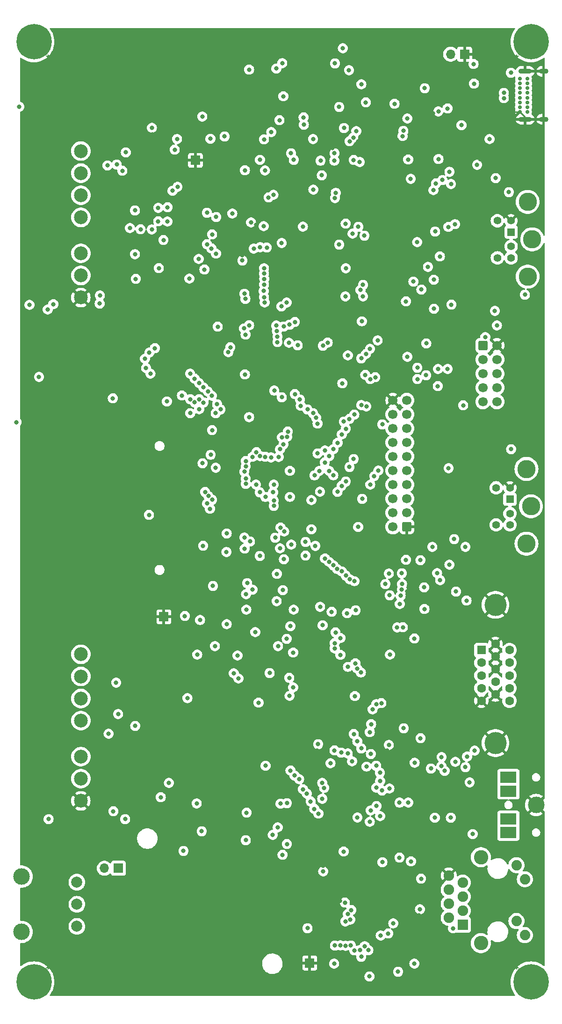
<source format=gbr>
%TF.GenerationSoftware,KiCad,Pcbnew,7.0.10-1.fc38*%
%TF.CreationDate,2024-01-13T22:19:30+01:00*%
%TF.ProjectId,x65-sbc-revA1,7836352d-7362-4632-9d72-657641312e6b,revA1*%
%TF.SameCoordinates,Original*%
%TF.FileFunction,Copper,L2,Inr*%
%TF.FilePolarity,Positive*%
%FSLAX46Y46*%
G04 Gerber Fmt 4.6, Leading zero omitted, Abs format (unit mm)*
G04 Created by KiCad (PCBNEW 7.0.10-1.fc38) date 2024-01-13 22:19:30*
%MOMM*%
%LPD*%
G01*
G04 APERTURE LIST*
G04 Aperture macros list*
%AMRoundRect*
0 Rectangle with rounded corners*
0 $1 Rounding radius*
0 $2 $3 $4 $5 $6 $7 $8 $9 X,Y pos of 4 corners*
0 Add a 4 corners polygon primitive as box body*
4,1,4,$2,$3,$4,$5,$6,$7,$8,$9,$2,$3,0*
0 Add four circle primitives for the rounded corners*
1,1,$1+$1,$2,$3*
1,1,$1+$1,$4,$5*
1,1,$1+$1,$6,$7*
1,1,$1+$1,$8,$9*
0 Add four rect primitives between the rounded corners*
20,1,$1+$1,$2,$3,$4,$5,0*
20,1,$1+$1,$4,$5,$6,$7,0*
20,1,$1+$1,$6,$7,$8,$9,0*
20,1,$1+$1,$8,$9,$2,$3,0*%
G04 Aperture macros list end*
%TA.AperFunction,ComponentPad*%
%ADD10C,2.000000*%
%TD*%
%TA.AperFunction,ComponentPad*%
%ADD11C,3.000000*%
%TD*%
%TA.AperFunction,ComponentPad*%
%ADD12R,3.000000X2.000000*%
%TD*%
%TA.AperFunction,ComponentPad*%
%ADD13C,0.700000*%
%TD*%
%TA.AperFunction,ComponentPad*%
%ADD14O,2.400000X0.900000*%
%TD*%
%TA.AperFunction,ComponentPad*%
%ADD15O,1.700000X0.900000*%
%TD*%
%TA.AperFunction,ComponentPad*%
%ADD16R,1.700000X1.700000*%
%TD*%
%TA.AperFunction,ComponentPad*%
%ADD17RoundRect,0.250000X0.600000X0.600000X-0.600000X0.600000X-0.600000X-0.600000X0.600000X-0.600000X0*%
%TD*%
%TA.AperFunction,ComponentPad*%
%ADD18C,1.700000*%
%TD*%
%TA.AperFunction,ComponentPad*%
%ADD19R,1.398000X1.398000*%
%TD*%
%TA.AperFunction,ComponentPad*%
%ADD20C,1.398000*%
%TD*%
%TA.AperFunction,ComponentPad*%
%ADD21C,3.306000*%
%TD*%
%TA.AperFunction,ComponentPad*%
%ADD22C,6.400000*%
%TD*%
%TA.AperFunction,ComponentPad*%
%ADD23O,1.700000X1.700000*%
%TD*%
%TA.AperFunction,ComponentPad*%
%ADD24C,2.500000*%
%TD*%
%TA.AperFunction,ComponentPad*%
%ADD25C,1.890000*%
%TD*%
%TA.AperFunction,ComponentPad*%
%ADD26R,1.900000X1.900000*%
%TD*%
%TA.AperFunction,ComponentPad*%
%ADD27C,1.900000*%
%TD*%
%TA.AperFunction,ComponentPad*%
%ADD28C,2.600000*%
%TD*%
%TA.AperFunction,ComponentPad*%
%ADD29RoundRect,0.250000X-0.600000X-0.600000X0.600000X-0.600000X0.600000X0.600000X-0.600000X0.600000X0*%
%TD*%
%TA.AperFunction,ComponentPad*%
%ADD30C,4.000000*%
%TD*%
%TA.AperFunction,ComponentPad*%
%ADD31R,1.600000X1.600000*%
%TD*%
%TA.AperFunction,ComponentPad*%
%ADD32C,1.600000*%
%TD*%
%TA.AperFunction,ViaPad*%
%ADD33C,0.800000*%
%TD*%
%TA.AperFunction,Conductor*%
%ADD34C,0.250000*%
%TD*%
G04 APERTURE END LIST*
D10*
%TO.N,Net-(R1107-Pad2)*%
%TO.C,RV1101*%
X52781200Y-194957200D03*
X52781200Y-190957200D03*
%TO.N,/Sound Output/SPK1*%
X52781200Y-186957200D03*
D11*
%TO.N,N/C*%
X42781200Y-195957200D03*
X42781200Y-185957200D03*
%TD*%
D12*
%TO.N,/Sound Output/RJACK*%
%TO.C,J1104*%
X130932000Y-178000000D03*
%TO.N,RN_AUDIO*%
X130932000Y-175500000D03*
D11*
%TO.N,GND*%
X135932000Y-173000000D03*
D12*
%TO.N,/Sound Output/LJACK*%
X130932000Y-168000000D03*
%TO.N,LN_AUDIO*%
X130932000Y-170500000D03*
%TD*%
D13*
%TO.N,GND*%
%TO.C,J501*%
X132975000Y-47650000D03*
%TO.N,/USB-Terminal/VBUS*%
X132975000Y-46800000D03*
%TO.N,/USB-Terminal/CC1*%
X132975000Y-45950000D03*
%TO.N,/USB-Terminal/USBD_P*%
X132975000Y-45100000D03*
%TO.N,/USB-Terminal/USBD_N*%
X132975000Y-44250000D03*
%TO.N,unconnected-(J501-SBU1-PadA8)*%
X132975000Y-43400000D03*
%TO.N,/USB-Terminal/VBUS*%
X132975000Y-42550000D03*
%TO.N,GND*%
X132975000Y-41700000D03*
X134325000Y-41700000D03*
%TO.N,/USB-Terminal/VBUS*%
X134325000Y-42550000D03*
%TO.N,/USB-Terminal/CC2*%
X134325000Y-43400000D03*
%TO.N,/USB-Terminal/USBD_P*%
X134325000Y-44250000D03*
%TO.N,/USB-Terminal/USBD_N*%
X134325000Y-45100000D03*
%TO.N,unconnected-(J501-SBU2-PadB8)*%
X134325000Y-45950000D03*
%TO.N,/USB-Terminal/VBUS*%
X134325000Y-46800000D03*
%TO.N,GND*%
X134325000Y-47650000D03*
D14*
X133955000Y-49000000D03*
D15*
X137335000Y-49000000D03*
D14*
X133955000Y-40350000D03*
D15*
X137335000Y-40350000D03*
%TD*%
D16*
%TO.N,GND*%
%TO.C,J704*%
X94945200Y-201574400D03*
%TD*%
D17*
%TO.N,GND*%
%TO.C,J601*%
X112540000Y-122700000D03*
D18*
%TO.N,~{MWR}*%
X110000000Y-122700000D03*
%TO.N,~{UE_CS3}*%
X112540000Y-120160000D03*
%TO.N,~{UE_IRQ}*%
X110000000Y-120160000D03*
%TO.N,/PS2 Kbd+Mouse\u002C UEXT/UEPWR*%
X112540000Y-117620000D03*
%TO.N,A4*%
X110000000Y-117620000D03*
%TO.N,A3*%
X112540000Y-115080000D03*
%TO.N,A2*%
X110000000Y-115080000D03*
%TO.N,A1*%
X112540000Y-112540000D03*
%TO.N,A0*%
X110000000Y-112540000D03*
%TO.N,D0*%
X112540000Y-110000000D03*
%TO.N,D1*%
X110000000Y-110000000D03*
%TO.N,D2*%
X112540000Y-107460000D03*
%TO.N,D3*%
X110000000Y-107460000D03*
%TO.N,D4*%
X112540000Y-104920000D03*
%TO.N,D5*%
X110000000Y-104920000D03*
%TO.N,D6*%
X112540000Y-102380000D03*
%TO.N,D7*%
X110000000Y-102380000D03*
%TO.N,~{MRD}*%
X112540000Y-99840000D03*
%TO.N,GND*%
X110000000Y-99840000D03*
%TD*%
D16*
%TO.N,GND*%
%TO.C,J703*%
X68529200Y-138988800D03*
%TD*%
D19*
%TO.N,/PS2 Kbd+Mouse\u002C UEXT/PS2B_DATA5*%
%TO.C,J606*%
X131410800Y-69412400D03*
D20*
%TO.N,unconnected-(J606-Pad2)*%
X131410800Y-72012400D03*
%TO.N,GND*%
X131410800Y-67362400D03*
%TO.N,+5V*%
X131410800Y-74062400D03*
%TO.N,/PS2 Kbd+Mouse\u002C UEXT/PS2B_CLK5*%
X128920800Y-67362400D03*
%TO.N,unconnected-(J606-Pad6)*%
X128920800Y-74062400D03*
D21*
%TO.N,N/C*%
X135220800Y-70712400D03*
X134410800Y-77472400D03*
X134410800Y-63952400D03*
%TD*%
D22*
%TO.N,GND*%
%TO.C,H101*%
X45000000Y-35000000D03*
%TD*%
%TO.N,GND*%
%TO.C,H103*%
X135000000Y-205000000D03*
%TD*%
D16*
%TO.N,/Sound Output/SPK1*%
%TO.C,J1101*%
X60299600Y-184454800D03*
D23*
%TO.N,/Sound Output/SPK2*%
X57759600Y-184454800D03*
%TD*%
D24*
%TO.N,+5V*%
%TO.C,J403*%
X53500000Y-54750000D03*
%TO.N,Net-(J403-CLOCK)*%
X53500000Y-58750000D03*
%TO.N,Net-(J403-LATCH)*%
X53500000Y-62750000D03*
%TO.N,Net-(J403-DATA1)*%
X53500000Y-66750000D03*
%TO.N,unconnected-(J403-DATA2-Pad5)*%
X53500000Y-73250000D03*
%TO.N,unconnected-(J403-IOBIT-Pad6)*%
X53500000Y-77250000D03*
%TO.N,GND*%
X53500000Y-81250000D03*
%TD*%
D25*
%TO.N,/Ethernet/CTVDD*%
%TO.C,J1201*%
X132380000Y-183890000D03*
%TO.N,/Ethernet/LEDYK*%
X133900000Y-186430000D03*
%TO.N,/Ethernet/LEDGK*%
X132380000Y-194000000D03*
%TO.N,/Ethernet/CTVDD*%
X133900000Y-196540000D03*
D26*
%TO.N,/Ethernet/TDP*%
X122660000Y-194660000D03*
D27*
%TO.N,/Ethernet/TDN*%
X120120000Y-193390000D03*
%TO.N,/Ethernet/RDP*%
X122660000Y-192120000D03*
%TO.N,/Ethernet/CTVDD*%
X120120000Y-190850000D03*
X122660000Y-189580000D03*
%TO.N,/Ethernet/RDN*%
X120120000Y-188310000D03*
%TO.N,unconnected-(J1201-NC-PadR7)*%
X122660000Y-187040000D03*
%TO.N,GND*%
X120120000Y-185770000D03*
D28*
%TO.N,/Ethernet/LANSH*%
X125950000Y-197990000D03*
X125950000Y-182440000D03*
%TD*%
D16*
%TO.N,GND*%
%TO.C,J702*%
X74244200Y-56438800D03*
%TD*%
D24*
%TO.N,+5V*%
%TO.C,J404*%
X53500000Y-145750000D03*
%TO.N,Net-(J404-CLOCK)*%
X53500000Y-149750000D03*
%TO.N,Net-(J404-LATCH)*%
X53500000Y-153750000D03*
%TO.N,Net-(J404-DATA1)*%
X53500000Y-157750000D03*
%TO.N,unconnected-(J404-DATA2-Pad5)*%
X53500000Y-164250000D03*
%TO.N,unconnected-(J404-IOBIT-Pad6)*%
X53500000Y-168250000D03*
%TO.N,GND*%
X53500000Y-172250000D03*
%TD*%
D29*
%TO.N,/PS2 Kbd+Mouse\u002C UEXT/UE_3V3*%
%TO.C,J603*%
X126302500Y-89920000D03*
D18*
%TO.N,GND*%
X128842500Y-89920000D03*
%TO.N,UE_TXD*%
X126302500Y-92460000D03*
%TO.N,UE_RXD*%
X128842500Y-92460000D03*
%TO.N,UE_SCL*%
X126302500Y-95000000D03*
%TO.N,UE_SDA*%
X128842500Y-95000000D03*
%TO.N,UE_MISO*%
X126302500Y-97540000D03*
%TO.N,UE_MOSI*%
X128842500Y-97540000D03*
%TO.N,UE_SCK*%
X126302500Y-100080000D03*
%TO.N,~{UE_CS}*%
X128842500Y-100080000D03*
%TD*%
D16*
%TO.N,GND*%
%TO.C,J701*%
X122991800Y-37236400D03*
D23*
%TO.N,+5V*%
X120451800Y-37236400D03*
%TD*%
D30*
%TO.N,GND*%
%TO.C,J801*%
X128575000Y-161810000D03*
X128575000Y-136820000D03*
D31*
%TO.N,/VERA FPGA/RED*%
X126035000Y-145000000D03*
D32*
%TO.N,/VERA FPGA/GREEN*%
X126035000Y-147290000D03*
%TO.N,/VERA FPGA/BLUE*%
X126035000Y-149580000D03*
%TO.N,unconnected-(J801-Pad4)*%
X126035000Y-151870000D03*
%TO.N,GND*%
X126035000Y-154160000D03*
X128575000Y-143860000D03*
X128575000Y-146150000D03*
X128575000Y-148440000D03*
%TO.N,+5V*%
X128575000Y-150730000D03*
%TO.N,GND*%
X128575000Y-153020000D03*
%TO.N,unconnected-(J801-Pad11)*%
X131115000Y-145000000D03*
%TO.N,unconnected-(J801-Pad12)*%
X131115000Y-147290000D03*
%TO.N,/VERA FPGA/HSYNC*%
X131115000Y-149580000D03*
%TO.N,/VERA FPGA/VSYNC*%
X131115000Y-151870000D03*
%TO.N,unconnected-(J801-Pad15)*%
X131115000Y-154160000D03*
%TD*%
D19*
%TO.N,/PS2 Kbd+Mouse\u002C UEXT/PS2A_DATA5*%
%TO.C,J605*%
X131190000Y-117700000D03*
D20*
%TO.N,unconnected-(J605-Pad2)*%
X131190000Y-120300000D03*
%TO.N,GND*%
X131190000Y-115650000D03*
%TO.N,+5V*%
X131190000Y-122350000D03*
%TO.N,/PS2 Kbd+Mouse\u002C UEXT/PS2A_CLK5*%
X128700000Y-115650000D03*
%TO.N,unconnected-(J605-Pad6)*%
X128700000Y-122350000D03*
D21*
%TO.N,N/C*%
X135000000Y-119000000D03*
X134190000Y-125760000D03*
X134190000Y-112240000D03*
%TD*%
D22*
%TO.N,GND*%
%TO.C,H104*%
X45000000Y-205000000D03*
%TD*%
%TO.N,GND*%
%TO.C,H102*%
X135000000Y-35000000D03*
%TD*%
D33*
%TO.N,GND*%
X107391200Y-55321200D03*
%TO.N,DIPLED1*%
X83210400Y-58242200D03*
X86842600Y-58267600D03*
%TO.N,DIPLED0*%
X85928200Y-56337200D03*
%TO.N,DIPLED1*%
X79527400Y-52120800D03*
%TO.N,GND*%
X87960200Y-49479200D03*
%TO.N,+3V3*%
X83972400Y-40030400D03*
%TO.N,GND*%
X112792600Y-177646400D03*
X83007200Y-128574800D03*
X117246400Y-47904400D03*
X99923600Y-82786500D03*
X75946000Y-90779600D03*
X85242400Y-68122800D03*
X130302000Y-51358800D03*
X108559600Y-60299600D03*
X75590400Y-86106000D03*
X106163200Y-191616400D03*
X94277450Y-59544950D03*
X108204000Y-76045500D03*
X114799200Y-202792400D03*
X116670250Y-168070000D03*
X99060000Y-54203600D03*
X105096400Y-194613600D03*
X103835200Y-141325600D03*
X129855100Y-60280400D03*
X68884800Y-75641200D03*
X112979200Y-70967600D03*
X56159400Y-55016400D03*
X103073200Y-49479200D03*
X71500000Y-43250000D03*
X97343600Y-42428400D03*
X110744000Y-52730900D03*
X65786000Y-56692800D03*
X109211200Y-184453600D03*
X44492000Y-132536000D03*
X118059200Y-38811200D03*
X86563200Y-146202400D03*
X80060800Y-94132400D03*
X111099600Y-54508400D03*
X104394000Y-168503600D03*
X125018800Y-107391200D03*
X66497200Y-51714400D03*
X81483200Y-169722800D03*
X100584000Y-133858000D03*
X107238800Y-86258400D03*
X99390200Y-200177400D03*
X79298800Y-80162400D03*
X125780800Y-122478800D03*
X94093600Y-36428400D03*
X91897200Y-71374000D03*
X94589600Y-96824800D03*
X101549200Y-172262800D03*
X108966000Y-157937200D03*
X95199200Y-143764000D03*
X117635450Y-173988200D03*
X101083200Y-189228800D03*
X96266000Y-163169600D03*
X80924400Y-136956800D03*
X74625200Y-68427600D03*
X74250000Y-37500000D03*
X122961400Y-129819400D03*
X101473000Y-74422000D03*
X110185200Y-177190400D03*
X114706400Y-192989200D03*
X73050400Y-64516000D03*
X112623600Y-134366000D03*
X110744000Y-50190400D03*
X66548000Y-59283600D03*
X113977850Y-170914800D03*
X63161000Y-132536000D03*
X99381888Y-90158886D03*
X59334400Y-60147200D03*
X110794056Y-48717944D03*
X120937450Y-167993800D03*
X44492000Y-107263000D03*
X119100600Y-54787800D03*
X89560400Y-163118800D03*
X109194600Y-160375600D03*
X84404200Y-36626800D03*
X113334800Y-200329800D03*
X118516400Y-40792400D03*
X94403000Y-112597000D03*
X117094000Y-163830000D03*
X90846605Y-170942000D03*
X82753200Y-73609200D03*
X95554800Y-106730800D03*
X94093600Y-39928400D03*
X66548000Y-170891200D03*
X132080000Y-201676000D03*
X99669600Y-42468800D03*
X62018000Y-107136000D03*
X103674500Y-53002125D03*
X90474800Y-184962800D03*
X109321600Y-200634600D03*
X69138800Y-88646000D03*
X94072800Y-92708800D03*
X115075500Y-56235600D03*
X116586000Y-128574800D03*
X104537600Y-186130000D03*
X80467200Y-147269200D03*
X89458800Y-68478400D03*
X120556450Y-174013600D03*
X112877600Y-131759800D03*
X122301000Y-48750000D03*
X68114000Y-113613000D03*
X95300800Y-141884400D03*
X125831600Y-56235600D03*
X130039200Y-202589200D03*
X108204000Y-79883000D03*
X112979200Y-147421600D03*
X130657600Y-36169600D03*
X83007200Y-78130400D03*
X89484200Y-152654000D03*
X76047600Y-154990800D03*
X117694800Y-89508400D03*
X100420441Y-190332209D03*
X84886800Y-130403600D03*
X111607600Y-185115200D03*
X110409700Y-173928245D03*
X129286000Y-42824400D03*
X67987000Y-120979000D03*
X49682400Y-36169600D03*
X70662800Y-48310800D03*
X59232800Y-152806400D03*
X56946800Y-76708000D03*
X94093600Y-42678400D03*
X78384400Y-161798000D03*
X97383600Y-183997600D03*
X114198400Y-144272000D03*
X67005200Y-36830000D03*
X116000000Y-37250000D03*
X127254000Y-175666400D03*
X100838000Y-38100000D03*
X106112400Y-190092400D03*
X108966000Y-163144200D03*
X48768000Y-202793600D03*
X80306000Y-113232000D03*
X97343600Y-43678400D03*
X106984800Y-144322800D03*
X94093600Y-44928400D03*
X76860400Y-160430000D03*
X125116300Y-174584550D03*
X119241700Y-90982800D03*
X111150400Y-169976800D03*
X83921600Y-157581600D03*
X88544400Y-140462000D03*
%TO.N,~{M1CS}*%
X77004000Y-109676000D03*
X77258000Y-105231000D03*
X71800000Y-98949500D03*
X77224500Y-99000000D03*
%TO.N,~{CABORT}*%
X64304000Y-68909000D03*
X76343500Y-71604000D03*
X66348000Y-68937000D03*
%TO.N,CBE*%
X74839853Y-74262451D03*
X76334944Y-65905056D03*
%TO.N,~{CRES}*%
X69180000Y-67502500D03*
X69189600Y-64922400D03*
%TO.N,CRDY*%
X77143000Y-72366000D03*
X68455500Y-70842000D03*
X67513200Y-65024000D03*
X67500000Y-67462500D03*
%TO.N,A0*%
X103558076Y-148352384D03*
X93167200Y-99695000D03*
X102469929Y-192006346D03*
X88517500Y-98075500D03*
X89883525Y-99274348D03*
X103581200Y-175260000D03*
X107377100Y-112547400D03*
X76500000Y-98224500D03*
%TO.N,A1*%
X93310800Y-100808600D03*
X75700000Y-97500000D03*
X103206500Y-147395000D03*
X106629200Y-113538000D03*
X101827263Y-192705300D03*
X102614005Y-165098800D03*
X78172400Y-100532000D03*
X75726020Y-100219266D03*
%TO.N,A2*%
X74922740Y-99624500D03*
X105906700Y-115062000D03*
X101856500Y-148030000D03*
X78782000Y-101483100D03*
X101822705Y-163676400D03*
X74900000Y-96700000D03*
X94530000Y-101483100D03*
X74922740Y-101446400D03*
%TO.N,A3*%
X104206500Y-149046000D03*
X108077000Y-104179500D03*
X96356000Y-104037200D03*
X74111371Y-100208180D03*
X105226305Y-166064000D03*
X101126294Y-103673906D03*
X74100000Y-95900000D03*
%TO.N,A4*%
X73288000Y-95000000D03*
X104444800Y-117652800D03*
X104280557Y-100693748D03*
X73300000Y-99624500D03*
X99422844Y-163143000D03*
X95546000Y-102157600D03*
X99483000Y-144688500D03*
X73300000Y-102157600D03*
X77918400Y-102157600D03*
%TO.N,A5*%
X75988000Y-116407000D03*
X66100000Y-95000000D03*
%TO.N,A6*%
X76581150Y-117148437D03*
X65300000Y-94000000D03*
%TO.N,A7*%
X77263189Y-117822937D03*
X65100000Y-92300000D03*
%TO.N,A8*%
X76369000Y-118497437D03*
X65900000Y-91200000D03*
%TO.N,A9*%
X66900000Y-90400000D03*
X76877000Y-119455000D03*
%TO.N,A10*%
X88434000Y-118920003D03*
X80560000Y-90245000D03*
%TO.N,A11*%
X88434000Y-117970500D03*
X83325500Y-87959000D03*
%TO.N,~{CVP}*%
X77974893Y-73312107D03*
X67618000Y-75922000D03*
%TO.N,~{CML}*%
X77270000Y-69826000D03*
X63300000Y-73400000D03*
%TO.N,D0*%
X91459505Y-166775200D03*
X97663000Y-111074200D03*
X99508400Y-198423600D03*
X97705000Y-128421200D03*
X97705000Y-108889800D03*
X83354000Y-110819000D03*
%TO.N,D1*%
X83354000Y-111768503D03*
X98501200Y-112623600D03*
X98467000Y-129056200D03*
X96647000Y-112623600D03*
X98467000Y-109930000D03*
X100493344Y-198392544D03*
X92196105Y-167689600D03*
%TO.N,D2*%
X93034305Y-168324600D03*
X99212400Y-113395500D03*
X95808800Y-113395500D03*
X101439833Y-198468131D03*
X99215945Y-129678775D03*
X83354000Y-113994000D03*
X99229000Y-108660000D03*
%TO.N,D3*%
X99974400Y-116382800D03*
X96799400Y-116357400D03*
X102387474Y-198408709D03*
X99903739Y-130333369D03*
X83354000Y-114943503D03*
X93720105Y-170153400D03*
X99991000Y-107517000D03*
%TO.N,~{MWR}*%
X100499000Y-142823000D03*
X103713500Y-122732800D03*
X96104800Y-102970400D03*
X83975500Y-86258400D03*
X83975500Y-102868800D03*
X98698505Y-165454400D03*
X84584500Y-110057000D03*
X101388000Y-194054800D03*
%TO.N,A19*%
X92244000Y-85673000D03*
X87926000Y-110144500D03*
%TO.N,A12*%
X86876195Y-110048583D03*
X87164000Y-72211000D03*
X91355000Y-117296000D03*
X86910000Y-117296000D03*
%TO.N,A13*%
X88307000Y-116470000D03*
X85894000Y-116470000D03*
X85969073Y-72130927D03*
X85939038Y-109895971D03*
%TO.N,A14*%
X85296080Y-109197287D03*
X84800000Y-72400000D03*
X88434000Y-115071003D03*
X85219500Y-115071003D03*
%TO.N,D4*%
X94428005Y-170966200D03*
X100711000Y-115290600D03*
X100753000Y-105993000D03*
X100753000Y-130758000D03*
X103022400Y-199288400D03*
%TO.N,D5*%
X104030409Y-199230813D03*
X101473000Y-114503200D03*
X95117105Y-172363200D03*
X101475500Y-104977000D03*
X101471300Y-131516380D03*
%TO.N,D6*%
X102150000Y-132180400D03*
X95777505Y-173709400D03*
X102145800Y-111887000D03*
X104901771Y-198540143D03*
X102133400Y-103200200D03*
%TO.N,D7*%
X103013600Y-102411600D03*
X96514105Y-174573000D03*
X103039000Y-132536000D03*
X105569693Y-199255298D03*
X102895400Y-110439200D03*
%TO.N,~{MRD}*%
X89323000Y-110070000D03*
X102283371Y-193738787D03*
X105198000Y-100938400D03*
X91300000Y-86146500D03*
X105003600Y-95224600D03*
X100499000Y-145871000D03*
X104267000Y-92252800D03*
X100634800Y-163525200D03*
%TO.N,A15*%
X89577000Y-108660000D03*
X90216243Y-86483757D03*
%TO.N,A16*%
X88900000Y-86300000D03*
X90201984Y-107781015D03*
%TO.N,A17*%
X88989684Y-87307101D03*
X89895000Y-106520143D03*
%TO.N,A18*%
X89100000Y-88300497D03*
X90839720Y-106424960D03*
%TO.N,A20*%
X90974000Y-105485000D03*
X89100000Y-89300000D03*
%TO.N,~{FLASHCS}*%
X113233200Y-59791600D03*
X112623600Y-91948000D03*
%TO.N,FSCK*%
X117657200Y-69312200D03*
X102700000Y-69680000D03*
X121437400Y-134416800D03*
X118134000Y-97258591D03*
X102153000Y-52980000D03*
X120599000Y-82528591D03*
X118784500Y-165963600D03*
%TO.N,FMOSI*%
X114996600Y-128727200D03*
X117448500Y-83268591D03*
X120050000Y-68480000D03*
X118556400Y-132359800D03*
X102900000Y-56380000D03*
X112369600Y-128676400D03*
X103750000Y-68464500D03*
X109270800Y-162153600D03*
%TO.N,FMISO*%
X115671600Y-133654800D03*
X116051296Y-89541296D03*
X95550000Y-52580000D03*
X115011200Y-160934400D03*
X114424000Y-93929200D03*
X114424000Y-95993091D03*
X121250000Y-67980000D03*
X101450000Y-67884500D03*
X111621700Y-134061200D03*
%TO.N,/NORA FPGA/ATTBTN*%
X87985600Y-51308000D03*
X127508000Y-52578000D03*
X84315500Y-67665600D03*
X101142800Y-50596800D03*
%TO.N,/USB-Terminal/USBD_P*%
X111757847Y-52046797D03*
X130098800Y-45196303D03*
%TO.N,+1V2*%
X83210400Y-95148400D03*
X78282800Y-86512400D03*
X95605600Y-61722000D03*
X99610000Y-141807000D03*
X95250000Y-117856000D03*
X109372400Y-170027600D03*
X104140000Y-79883000D03*
X113893600Y-142900400D03*
X92252800Y-98704400D03*
X97555505Y-169899400D03*
X100279200Y-71678800D03*
X104851200Y-70053200D03*
X95250000Y-123139200D03*
X89458800Y-49174400D03*
%TO.N,/PS2 Kbd+Mouse\u002C UEXT/UE_3V3*%
X128841500Y-86296500D03*
X126746000Y-88392000D03*
%TO.N,Net-(U201-NC{slash}E)*%
X78000000Y-66680000D03*
X75873000Y-76176000D03*
%TO.N,CPUTYPE02*%
X125250000Y-57250000D03*
X120250000Y-58500000D03*
%TO.N,/USB-Terminal/FTDI1V8*%
X110300000Y-46200000D03*
X112623600Y-48869600D03*
X119900000Y-47050000D03*
%TO.N,/USB-Terminal/USBD_N*%
X130098800Y-44246800D03*
X111899901Y-51107981D03*
%TO.N,/USB-Terminal/CC2*%
X131368800Y-40589200D03*
%TO.N,NORADONE*%
X99661578Y-62307538D03*
X86664800Y-52654200D03*
X97332800Y-89966800D03*
%TO.N,~{NORARST}*%
X99517200Y-63246000D03*
X98196400Y-89394500D03*
%TO.N,ICD_SCK*%
X91553500Y-55168800D03*
X99425000Y-55155000D03*
%TO.N,ICD_MISO*%
X104000000Y-56750000D03*
X102835934Y-52320336D03*
%TO.N,I2C_SDA*%
X90779600Y-82143600D03*
X70916800Y-52578000D03*
X70993000Y-61239400D03*
X88366600Y-62661800D03*
%TO.N,I2C_SCL*%
X70104000Y-61925200D03*
X87491700Y-63144400D03*
X89814400Y-82854800D03*
X70496300Y-54508400D03*
%TO.N,~{VCS0}*%
X97207605Y-169010400D03*
X97273200Y-140511600D03*
X72339200Y-138836400D03*
X86664800Y-78892400D03*
%TO.N,~{VIRQ}*%
X75082400Y-139561700D03*
X86664800Y-81178400D03*
%TO.N,/USB-Terminal/ICD2NORAROM*%
X96900000Y-56500000D03*
X99400000Y-56500000D03*
%TO.N,+3V3*%
X85674200Y-154508200D03*
X116890800Y-166420800D03*
X96469200Y-162001200D03*
X94538800Y-195275200D03*
X65836800Y-120548400D03*
X111963200Y-159131000D03*
X97383600Y-185013600D03*
X124693800Y-42570400D03*
X113893600Y-201676000D03*
X118237000Y-47599600D03*
X77419200Y-133400800D03*
X96367600Y-109423200D03*
X66366557Y-50567757D03*
X93827600Y-48666400D03*
X80924400Y-66040000D03*
X120243600Y-129540000D03*
X114401600Y-71221600D03*
X97207605Y-171871500D03*
X89865200Y-71374000D03*
X100850000Y-96750000D03*
X93878400Y-49987200D03*
X73152000Y-77825600D03*
X103378000Y-51155600D03*
X42367200Y-46736000D03*
X101473000Y-75946000D03*
X107238800Y-89001600D03*
X86944200Y-165910900D03*
X77927200Y-112014000D03*
X74472800Y-172720000D03*
X83058000Y-86817200D03*
X109474000Y-145796000D03*
X116027200Y-95300800D03*
X99445839Y-143739727D03*
X115773200Y-43383200D03*
X128473200Y-83667600D03*
X91355000Y-112597000D03*
X61645800Y-54991000D03*
X122732800Y-100736400D03*
X92760800Y-89865200D03*
X118516400Y-73812400D03*
X59283600Y-99466400D03*
X101850000Y-91700000D03*
X115722400Y-137566400D03*
X133908800Y-80721200D03*
X77774800Y-144272000D03*
X62382400Y-68681600D03*
X120091200Y-112115600D03*
X82753200Y-74558703D03*
X69088000Y-100025200D03*
X105100000Y-45950000D03*
X112369600Y-81940400D03*
X100939600Y-36169600D03*
X63449200Y-77876400D03*
X76962000Y-52527200D03*
X75539600Y-111201200D03*
X41859200Y-103784400D03*
X81864200Y-145973800D03*
X104294300Y-42672000D03*
X72796400Y-153670000D03*
X91186000Y-89408000D03*
X118262400Y-56210200D03*
X103249953Y-137805818D03*
X123444000Y-164236400D03*
X91440000Y-140665200D03*
X82042000Y-150114000D03*
X97129600Y-59131200D03*
X63296800Y-65481200D03*
X45923200Y-95605600D03*
X83100000Y-112724000D03*
X105816400Y-176022000D03*
X75641200Y-126136400D03*
X107035600Y-173197000D03*
X120497600Y-175293400D03*
X80205889Y-91126000D03*
X128625600Y-59639200D03*
X117602000Y-175310800D03*
X75488800Y-48514000D03*
X121107200Y-124917200D03*
X99364800Y-201701400D03*
X101396800Y-81045500D03*
X115104000Y-186333200D03*
X88696800Y-124663200D03*
X122428000Y-50088800D03*
X112776000Y-56286400D03*
X89001600Y-131216400D03*
X108102400Y-183337200D03*
X93704500Y-68427600D03*
X96824800Y-137160000D03*
%TO.N,CPULED0*%
X83295013Y-81499864D03*
X56910500Y-82346800D03*
%TO.N,CPULED1*%
X83108800Y-80568800D03*
X56946800Y-80873600D03*
%TO.N,/Power Supply/RAW3V3*%
X100279200Y-46786800D03*
X99517200Y-38912800D03*
%TO.N,/Power Supply/RAW1V2*%
X89966800Y-38862000D03*
X90170000Y-44856400D03*
%TO.N,PS2M_DATA*%
X105130600Y-91440000D03*
X105873000Y-95986600D03*
%TO.N,PS2M_CLK*%
X106807000Y-95656400D03*
X105856400Y-90525600D03*
%TO.N,R_AUDIO*%
X123901200Y-168910000D03*
X119380000Y-166827200D03*
%TO.N,/Ethernet/~{WIZRST}*%
X104267000Y-200456800D03*
X107797600Y-196596000D03*
%TO.N,/Ethernet/1V2A*%
X110074800Y-194410400D03*
X109160400Y-196239200D03*
%TO.N,Net-(D802-K)*%
X98907600Y-138074400D03*
X101701600Y-138328400D03*
%TO.N,VERAFCS*%
X118013000Y-131084800D03*
X117144800Y-126339600D03*
X118973600Y-59994800D03*
X123139200Y-126339600D03*
%TO.N,AURAFCS*%
X117805200Y-60604400D03*
X124815600Y-163169600D03*
%TO.N,~{VRST}*%
X110774073Y-140898473D03*
X123342400Y-136042400D03*
X111252000Y-136652000D03*
X120523000Y-60731400D03*
%TO.N,~{ARST}*%
X113944400Y-165354000D03*
X117348000Y-61823600D03*
X106995758Y-169871500D03*
X121310400Y-165201600D03*
%TO.N,/SD-Card/CLK*%
X90322400Y-123545600D03*
X90271600Y-128574800D03*
%TO.N,/SD-Card/DAT0*%
X89662000Y-122834400D03*
X89560400Y-126593600D03*
%TO.N,/Sound Output/SPK2*%
X67970400Y-171602400D03*
X59385200Y-174142400D03*
%TO.N,/Ethernet/LEDYK*%
X113284000Y-183199400D03*
%TO.N,/Ethernet/LEDGK*%
X111201200Y-182524400D03*
%TO.N,/Ethernet/TDN*%
X120895200Y-195309500D03*
%TO.N,/Ethernet/RDN*%
X114909600Y-191857600D03*
%TO.N,VFPGA_CDONE*%
X83108800Y-124650300D03*
X91287600Y-153263600D03*
X83159600Y-126644400D03*
X81189200Y-149188800D03*
X83616800Y-132892800D03*
X111810800Y-140868400D03*
X103124000Y-153314400D03*
X91236800Y-150012400D03*
%TO.N,AFPGA_CDONE*%
X107696000Y-175006000D03*
X87680800Y-149148800D03*
X108051600Y-170383200D03*
X88239600Y-178409600D03*
%TO.N,/Sound Output/MONOMIX*%
X124460000Y-178257200D03*
X123139200Y-166166800D03*
X83515200Y-174396400D03*
X83362800Y-179374800D03*
%TO.N,VSYSCLK*%
X91948000Y-151739600D03*
X91948000Y-145440400D03*
%TO.N,ASYSCLK*%
X90807500Y-172669200D03*
X90807500Y-180071900D03*
%TO.N,~{VSPI_SSEL}*%
X83413600Y-134874000D03*
X92035500Y-137668000D03*
X109270800Y-131165600D03*
X95961200Y-126150500D03*
X83464400Y-137668000D03*
X111622200Y-131114800D03*
%TO.N,VAUDIO_BCK*%
X106324400Y-155702000D03*
X106984800Y-165912800D03*
%TO.N,VAUDIO_DATA*%
X107659288Y-167186930D03*
X106988011Y-154770280D03*
%TO.N,AUDIO_DATA*%
X112790100Y-172567600D03*
X111201200Y-172581700D03*
%TO.N,VAUDIO_LRCK*%
X107918353Y-154580493D03*
X107696000Y-168656000D03*
%TO.N,~{AFLASH_SSEL}*%
X105816400Y-159837600D03*
X103554805Y-161493200D03*
%TO.N,ASPI_SCK*%
X106019600Y-163779200D03*
X104275205Y-162763200D03*
%TO.N,~{ERST}*%
X105765600Y-204012800D03*
X86664800Y-76911200D03*
%TO.N,/Ethernet/XSCI*%
X89662000Y-172770800D03*
X90017600Y-182016400D03*
%TO.N,UE_SCL*%
X115163600Y-79806800D03*
X117411500Y-78016100D03*
%TO.N,/LEDs\u002C RTC\u002C SNES/NESCLOCK5*%
X47498000Y-83413600D03*
X59893200Y-150876000D03*
X61010800Y-58318400D03*
X58318400Y-57353200D03*
%TO.N,/LEDs\u002C RTC\u002C SNES/NESLATCH5*%
X60248800Y-156565600D03*
X48514000Y-82448400D03*
%TO.N,/LEDs\u002C RTC\u002C SNES/NES1DATA5*%
X44196000Y-82550000D03*
X58521600Y-160121600D03*
%TO.N,~{ECS2}*%
X86664800Y-75946000D03*
X72085200Y-181305200D03*
X101311416Y-190660415D03*
X101092000Y-181420900D03*
%TO.N,~{ACS1}*%
X86614000Y-80060800D03*
X75387200Y-177749200D03*
%TO.N,VSPI_MOSI*%
X79908400Y-123915300D03*
X79857600Y-127250300D03*
X79908400Y-140309600D03*
%TO.N,VSPI_SCK*%
X85902800Y-127965200D03*
X109423200Y-135077200D03*
X94183200Y-125425200D03*
X94183200Y-127914400D03*
X111404400Y-135178800D03*
X85090000Y-141732000D03*
%TO.N,VSPI_MISO*%
X91592400Y-125918600D03*
X111658400Y-133045200D03*
X90779600Y-142951200D03*
X108647100Y-133045200D03*
%TO.N,~{SD_SSEL}*%
X84124800Y-125349300D03*
X89154000Y-177038000D03*
X90068400Y-134162800D03*
X84582000Y-134061200D03*
%TO.N,~{VFLASH_SSEL}*%
X88950800Y-136144000D03*
X89204800Y-144272000D03*
%TO.N,ASPI_MISO*%
X102920800Y-160172400D03*
X106070400Y-158394400D03*
%TO.N,~{AIRQ}*%
X105968800Y-173990000D03*
X104597200Y-81026000D03*
X118821200Y-164338000D03*
%TO.N,UE_SDA*%
X113715800Y-78359000D03*
X116357400Y-75692000D03*
%TO.N,Net-(D1003-K)*%
X47650400Y-175564800D03*
X61518800Y-175564800D03*
%TO.N,~{EIRQ}*%
X110947200Y-203149200D03*
X86782571Y-82120571D03*
%TO.N,VEAURADONE*%
X74574400Y-145796000D03*
X86715600Y-77876400D03*
%TO.N,/NORA FPGA/FIO2*%
X119924000Y-94168591D03*
X118174000Y-94168591D03*
%TO.N,~{UE_CS3}*%
X104597200Y-78951500D03*
%TO.N,~{UE_IRQ}*%
X104394000Y-85545500D03*
%TO.N,+5V*%
X131419600Y-108661200D03*
X102057200Y-40132000D03*
X69443600Y-169011600D03*
X88900000Y-39827200D03*
X63347600Y-158699200D03*
X59999100Y-57200800D03*
X124612400Y-39014400D03*
X131013200Y-62179200D03*
%TO.N,DIPLED0*%
X92053500Y-56337200D03*
%TO.N,DIPLED1*%
X86614000Y-68326000D03*
%TD*%
D34*
%TO.N,GND*%
X133955000Y-48630000D02*
X132975000Y-47650000D01*
X131826400Y-47650000D02*
X131470400Y-48006000D01*
X132975000Y-47650000D02*
X131826400Y-47650000D01*
X133955000Y-49000000D02*
X133955000Y-48630000D01*
%TD*%
%TA.AperFunction,Conductor*%
%TO.N,GND*%
G36*
X127261399Y-152646773D02*
G01*
X127296813Y-152707003D01*
X127296319Y-152769284D01*
X127289861Y-152793386D01*
X127289858Y-152793400D01*
X127270034Y-153019997D01*
X127270034Y-153020002D01*
X127289858Y-153246599D01*
X127289861Y-153246616D01*
X127299807Y-153283736D01*
X127298143Y-153353585D01*
X127258980Y-153411447D01*
X127194751Y-153438950D01*
X127169227Y-153439355D01*
X127114025Y-153434526D01*
X126518076Y-154030475D01*
X126494493Y-153950156D01*
X126416761Y-153829202D01*
X126308100Y-153735048D01*
X126177315Y-153675320D01*
X126167533Y-153673913D01*
X126760472Y-153080974D01*
X126756689Y-153037738D01*
X126770455Y-152969238D01*
X126809089Y-152925359D01*
X126879300Y-152876198D01*
X127041198Y-152714300D01*
X127074970Y-152666067D01*
X127129546Y-152622444D01*
X127199044Y-152615250D01*
X127261399Y-152646773D01*
G37*
%TD.AperFunction*%
%TA.AperFunction,Conductor*%
G36*
X127514676Y-151515832D02*
G01*
X127552555Y-151551097D01*
X127568802Y-151574300D01*
X127730700Y-151736198D01*
X127800907Y-151785357D01*
X127844529Y-151839932D01*
X127853309Y-151897737D01*
X127849526Y-151940974D01*
X128442466Y-152533913D01*
X128432685Y-152535320D01*
X128301900Y-152595048D01*
X128193239Y-152689202D01*
X128115507Y-152810156D01*
X128091923Y-152890475D01*
X127495974Y-152294526D01*
X127447040Y-152298807D01*
X127378540Y-152285040D01*
X127328357Y-152236424D01*
X127312424Y-152168396D01*
X127316459Y-152143184D01*
X127325041Y-152111156D01*
X127328543Y-152098087D01*
X127348498Y-151870000D01*
X127345867Y-151839932D01*
X127328071Y-151636519D01*
X127329692Y-151636377D01*
X127336610Y-151574323D01*
X127380664Y-151520092D01*
X127447045Y-151498288D01*
X127514676Y-151515832D01*
G37*
%TD.AperFunction*%
%TA.AperFunction,Conductor*%
G36*
X129783868Y-151531804D02*
G01*
X129819283Y-151592033D01*
X129820874Y-151636426D01*
X129821929Y-151636519D01*
X129801502Y-151869998D01*
X129801502Y-151870001D01*
X129821456Y-152098081D01*
X129821458Y-152098092D01*
X129833541Y-152143186D01*
X129831878Y-152213036D01*
X129792715Y-152270898D01*
X129728486Y-152298402D01*
X129702961Y-152298807D01*
X129654025Y-152294526D01*
X129058076Y-152890475D01*
X129034493Y-152810156D01*
X128956761Y-152689202D01*
X128848100Y-152595048D01*
X128717315Y-152535320D01*
X128707533Y-152533913D01*
X129300472Y-151940974D01*
X129296689Y-151897738D01*
X129310455Y-151829238D01*
X129349089Y-151785359D01*
X129419300Y-151736198D01*
X129581198Y-151574300D01*
X129597441Y-151551102D01*
X129652015Y-151507478D01*
X129721513Y-151500283D01*
X129783868Y-151531804D01*
G37*
%TD.AperFunction*%
%TA.AperFunction,Conductor*%
G36*
X129654024Y-149165471D02*
G01*
X129700217Y-149161431D01*
X129768716Y-149175198D01*
X129818899Y-149223814D01*
X129834832Y-149291842D01*
X129830798Y-149317052D01*
X129821458Y-149351907D01*
X129821456Y-149351918D01*
X129801502Y-149579998D01*
X129801502Y-149580001D01*
X129821456Y-149808081D01*
X129821460Y-149808101D01*
X129822067Y-149810367D01*
X129822042Y-149811403D01*
X129822398Y-149813421D01*
X129821992Y-149813492D01*
X129820399Y-149880216D01*
X129781232Y-149938076D01*
X129717002Y-149965575D01*
X129648100Y-149953983D01*
X129600716Y-149913575D01*
X129581198Y-149885700D01*
X129419300Y-149723802D01*
X129349094Y-149674643D01*
X129349093Y-149674642D01*
X129305468Y-149620065D01*
X129296689Y-149562261D01*
X129300471Y-149519024D01*
X128707533Y-148926086D01*
X128717315Y-148924680D01*
X128848100Y-148864952D01*
X128956761Y-148770798D01*
X129034493Y-148649844D01*
X129058076Y-148569523D01*
X129654024Y-149165471D01*
G37*
%TD.AperFunction*%
%TA.AperFunction,Conductor*%
G36*
X128115507Y-148649844D02*
G01*
X128193239Y-148770798D01*
X128301900Y-148864952D01*
X128432685Y-148924680D01*
X128442466Y-148926086D01*
X127849526Y-149519025D01*
X127853309Y-149562263D01*
X127839542Y-149630763D01*
X127800906Y-149674643D01*
X127730696Y-149723805D01*
X127568803Y-149885698D01*
X127549282Y-149913577D01*
X127494705Y-149957200D01*
X127425206Y-149964392D01*
X127362852Y-149932868D01*
X127327439Y-149872638D01*
X127327911Y-149813475D01*
X127327602Y-149813421D01*
X127327926Y-149811582D01*
X127327936Y-149810352D01*
X127328541Y-149808093D01*
X127328542Y-149808089D01*
X127328543Y-149808087D01*
X127347406Y-149592477D01*
X127348498Y-149580001D01*
X127348498Y-149579998D01*
X127339352Y-149475457D01*
X127328543Y-149351913D01*
X127319202Y-149317052D01*
X127320865Y-149247202D01*
X127360028Y-149189340D01*
X127424256Y-149161836D01*
X127449785Y-149161431D01*
X127495974Y-149165472D01*
X128091923Y-148569523D01*
X128115507Y-148649844D01*
G37*
%TD.AperFunction*%
%TA.AperFunction,Conductor*%
G36*
X128115507Y-146359844D02*
G01*
X128193239Y-146480798D01*
X128301900Y-146574952D01*
X128432685Y-146634680D01*
X128442466Y-146636086D01*
X127849526Y-147229025D01*
X127854352Y-147284193D01*
X127854352Y-147305804D01*
X127849525Y-147360973D01*
X128442466Y-147953913D01*
X128432685Y-147955320D01*
X128301900Y-148015048D01*
X128193239Y-148109202D01*
X128115507Y-148230156D01*
X128091923Y-148310475D01*
X127495974Y-147714526D01*
X127447040Y-147718807D01*
X127378540Y-147705040D01*
X127328357Y-147656424D01*
X127312424Y-147588396D01*
X127316459Y-147563184D01*
X127320189Y-147549264D01*
X127328543Y-147518087D01*
X127348498Y-147290000D01*
X127328543Y-147061913D01*
X127319202Y-147027052D01*
X127320865Y-146957202D01*
X127360028Y-146899340D01*
X127424256Y-146871836D01*
X127449785Y-146871431D01*
X127495974Y-146875472D01*
X128091923Y-146279523D01*
X128115507Y-146359844D01*
G37*
%TD.AperFunction*%
%TA.AperFunction,Conductor*%
G36*
X129654024Y-146875471D02*
G01*
X129700217Y-146871431D01*
X129768716Y-146885198D01*
X129818899Y-146933814D01*
X129834832Y-147001842D01*
X129830798Y-147027052D01*
X129821458Y-147061907D01*
X129821456Y-147061918D01*
X129801502Y-147289998D01*
X129801502Y-147290001D01*
X129821456Y-147518081D01*
X129821458Y-147518092D01*
X129833541Y-147563186D01*
X129831878Y-147633036D01*
X129792715Y-147690898D01*
X129728486Y-147718402D01*
X129702961Y-147718807D01*
X129654025Y-147714526D01*
X129058076Y-148310475D01*
X129034493Y-148230156D01*
X128956761Y-148109202D01*
X128848100Y-148015048D01*
X128717315Y-147955320D01*
X128707533Y-147953913D01*
X129300472Y-147360974D01*
X129295645Y-147305806D01*
X129295645Y-147284191D01*
X129300471Y-147229024D01*
X128707533Y-146636086D01*
X128717315Y-146634680D01*
X128848100Y-146574952D01*
X128956761Y-146480798D01*
X129034493Y-146359844D01*
X129058076Y-146279523D01*
X129654024Y-146875471D01*
G37*
%TD.AperFunction*%
%TA.AperFunction,Conductor*%
G36*
X128115507Y-144069844D02*
G01*
X128193239Y-144190798D01*
X128301900Y-144284952D01*
X128432685Y-144344680D01*
X128442466Y-144346086D01*
X127849526Y-144939025D01*
X127854352Y-144994193D01*
X127854352Y-145015804D01*
X127849525Y-145070973D01*
X128442466Y-145663913D01*
X128432685Y-145665320D01*
X128301900Y-145725048D01*
X128193239Y-145819202D01*
X128115507Y-145940156D01*
X128091923Y-146020475D01*
X127495974Y-145424526D01*
X127478307Y-145426072D01*
X127409807Y-145412305D01*
X127359624Y-145363690D01*
X127343500Y-145302544D01*
X127343500Y-144707454D01*
X127363185Y-144640415D01*
X127415989Y-144594660D01*
X127478309Y-144583926D01*
X127495975Y-144585471D01*
X128091923Y-143989523D01*
X128115507Y-144069844D01*
G37*
%TD.AperFunction*%
%TA.AperFunction,Conductor*%
G36*
X129654024Y-144585471D02*
G01*
X129700217Y-144581431D01*
X129768716Y-144595198D01*
X129818899Y-144643814D01*
X129834832Y-144711842D01*
X129830798Y-144737052D01*
X129821458Y-144771907D01*
X129821456Y-144771918D01*
X129801502Y-144999998D01*
X129801502Y-145000001D01*
X129821456Y-145228081D01*
X129821458Y-145228092D01*
X129833541Y-145273186D01*
X129831878Y-145343036D01*
X129792715Y-145400898D01*
X129728486Y-145428402D01*
X129702961Y-145428807D01*
X129654025Y-145424526D01*
X129058076Y-146020475D01*
X129034493Y-145940156D01*
X128956761Y-145819202D01*
X128848100Y-145725048D01*
X128717315Y-145665320D01*
X128707533Y-145663913D01*
X129300472Y-145070974D01*
X129295645Y-145015806D01*
X129295645Y-144994191D01*
X129300471Y-144939024D01*
X128707533Y-144346086D01*
X128717315Y-144344680D01*
X128848100Y-144284952D01*
X128956761Y-144190798D01*
X129034493Y-144069844D01*
X129058076Y-143989523D01*
X129654024Y-144585471D01*
G37*
%TD.AperFunction*%
%TA.AperFunction,Conductor*%
G36*
X111114925Y-100601373D02*
G01*
X111164868Y-100530048D01*
X111219445Y-100486424D01*
X111288944Y-100479231D01*
X111351298Y-100510753D01*
X111370251Y-100533350D01*
X111464276Y-100677265D01*
X111464284Y-100677276D01*
X111616756Y-100842902D01*
X111616760Y-100842906D01*
X111794424Y-100981189D01*
X111794429Y-100981191D01*
X111794431Y-100981193D01*
X111830930Y-101000946D01*
X111880520Y-101050165D01*
X111895628Y-101118382D01*
X111871457Y-101183937D01*
X111830930Y-101219054D01*
X111794431Y-101238806D01*
X111794422Y-101238812D01*
X111616761Y-101377092D01*
X111616756Y-101377097D01*
X111464284Y-101542723D01*
X111464276Y-101542734D01*
X111373808Y-101681206D01*
X111320662Y-101726562D01*
X111251431Y-101735986D01*
X111188095Y-101706484D01*
X111166192Y-101681206D01*
X111091621Y-101567068D01*
X111075722Y-101542732D01*
X111075719Y-101542729D01*
X111075715Y-101542723D01*
X110923243Y-101377097D01*
X110923238Y-101377092D01*
X110804797Y-101284905D01*
X110745577Y-101238811D01*
X110702303Y-101215393D01*
X110652713Y-101166173D01*
X110637605Y-101097957D01*
X110661775Y-101032401D01*
X110690198Y-101004763D01*
X110761373Y-100954925D01*
X110132533Y-100326086D01*
X110142315Y-100324680D01*
X110273100Y-100264952D01*
X110381761Y-100170798D01*
X110459493Y-100049844D01*
X110483076Y-99969524D01*
X111114925Y-100601373D01*
G37*
%TD.AperFunction*%
%TA.AperFunction,Conductor*%
G36*
X128383007Y-90129844D02*
G01*
X128460739Y-90250798D01*
X128569400Y-90344952D01*
X128700185Y-90404680D01*
X128709966Y-90406086D01*
X128081125Y-91034925D01*
X128152301Y-91084763D01*
X128195926Y-91139340D01*
X128203120Y-91208838D01*
X128171597Y-91271193D01*
X128140197Y-91295392D01*
X128096927Y-91318809D01*
X128096922Y-91318812D01*
X127919261Y-91457092D01*
X127919256Y-91457097D01*
X127766784Y-91622723D01*
X127766776Y-91622734D01*
X127676308Y-91761206D01*
X127623162Y-91806562D01*
X127553931Y-91815986D01*
X127490595Y-91786484D01*
X127468692Y-91761206D01*
X127378223Y-91622734D01*
X127378215Y-91622723D01*
X127225743Y-91457097D01*
X127225741Y-91457095D01*
X127225740Y-91457094D01*
X127203778Y-91440000D01*
X127187981Y-91427704D01*
X127147169Y-91370994D01*
X127143496Y-91301220D01*
X127178128Y-91240538D01*
X127219013Y-91215848D01*
X127218695Y-91215165D01*
X127225065Y-91212194D01*
X127225147Y-91212144D01*
X127225238Y-91212115D01*
X127376152Y-91119030D01*
X127501530Y-90993652D01*
X127594615Y-90842738D01*
X127619485Y-90767683D01*
X127659256Y-90710240D01*
X127723771Y-90683416D01*
X127725549Y-90683397D01*
X128359423Y-90049523D01*
X128383007Y-90129844D01*
G37*
%TD.AperFunction*%
%TA.AperFunction,Conductor*%
G36*
X132070517Y-32519685D02*
G01*
X132116272Y-32572489D01*
X132126216Y-32641647D01*
X132099844Y-32702036D01*
X132002524Y-32822214D01*
X132002523Y-32822216D01*
X131791310Y-33147456D01*
X131615244Y-33493005D01*
X131476262Y-33855063D01*
X131375887Y-34229669D01*
X131375886Y-34229676D01*
X131315219Y-34612712D01*
X131294922Y-34999999D01*
X131294922Y-35000000D01*
X131315219Y-35387287D01*
X131375886Y-35770323D01*
X131375887Y-35770330D01*
X131476262Y-36144936D01*
X131615244Y-36506994D01*
X131791310Y-36852543D01*
X132002531Y-37177793D01*
X132211095Y-37435350D01*
X132211096Y-37435350D01*
X132500000Y-37146446D01*
X132500000Y-37500000D01*
X132853551Y-37500000D01*
X132564648Y-37788903D01*
X132564649Y-37788904D01*
X132822206Y-37997468D01*
X133147456Y-38208689D01*
X133493005Y-38384755D01*
X133855063Y-38523737D01*
X134229669Y-38624112D01*
X134229676Y-38624113D01*
X134612712Y-38684780D01*
X134999999Y-38705078D01*
X135000001Y-38705078D01*
X135387287Y-38684780D01*
X135770323Y-38624113D01*
X135770330Y-38624112D01*
X136144936Y-38523737D01*
X136506994Y-38384755D01*
X136852543Y-38208689D01*
X137177783Y-37997476D01*
X137177785Y-37997475D01*
X137297964Y-37900156D01*
X137362452Y-37873264D01*
X137431240Y-37885506D01*
X137482491Y-37932995D01*
X137500000Y-37996522D01*
X137500000Y-40050000D01*
X137085000Y-40050000D01*
X137085000Y-39400000D01*
X136886824Y-39400000D01*
X136742778Y-39414647D01*
X136558438Y-39472484D01*
X136558428Y-39472489D01*
X136389501Y-39566251D01*
X136389494Y-39566256D01*
X136242894Y-39692107D01*
X136124631Y-39844890D01*
X136124629Y-39844894D01*
X136039542Y-40018356D01*
X136018404Y-40100000D01*
X136768889Y-40100000D01*
X136729390Y-40124457D01*
X136661799Y-40213962D01*
X136631105Y-40321840D01*
X136641454Y-40433521D01*
X136691448Y-40533922D01*
X136763931Y-40600000D01*
X136014529Y-40600000D01*
X136077685Y-40770527D01*
X136077687Y-40770531D01*
X136179892Y-40934503D01*
X136313002Y-41074534D01*
X136313003Y-41074535D01*
X136471586Y-41184913D01*
X136649137Y-41261106D01*
X136838394Y-41300000D01*
X137085000Y-41300000D01*
X137085000Y-40650000D01*
X137500000Y-40650000D01*
X137500000Y-48700000D01*
X137085000Y-48700000D01*
X137085000Y-48050000D01*
X136886824Y-48050000D01*
X136742778Y-48064647D01*
X136558438Y-48122484D01*
X136558428Y-48122489D01*
X136389501Y-48216251D01*
X136389494Y-48216256D01*
X136242894Y-48342107D01*
X136124631Y-48494890D01*
X136124629Y-48494894D01*
X136039542Y-48668356D01*
X136018404Y-48750000D01*
X136768889Y-48750000D01*
X136729390Y-48774457D01*
X136661799Y-48863962D01*
X136631105Y-48971840D01*
X136641454Y-49083521D01*
X136691448Y-49183922D01*
X136763931Y-49250000D01*
X136014529Y-49250000D01*
X136077685Y-49420527D01*
X136077687Y-49420531D01*
X136179892Y-49584503D01*
X136313002Y-49724534D01*
X136313003Y-49724535D01*
X136471586Y-49834913D01*
X136649137Y-49911106D01*
X136838394Y-49950000D01*
X137085000Y-49950000D01*
X137085000Y-49300000D01*
X137500000Y-49300000D01*
X137500000Y-49993000D01*
X137500000Y-69951710D01*
X137480315Y-70018749D01*
X137427511Y-70064504D01*
X137358353Y-70074448D01*
X137294797Y-70045423D01*
X137259160Y-69993235D01*
X137215336Y-69869928D01*
X137207985Y-69849244D01*
X137071943Y-69586695D01*
X136901418Y-69345116D01*
X136901414Y-69345112D01*
X136901413Y-69345110D01*
X136739221Y-69171446D01*
X136699586Y-69129007D01*
X136699584Y-69129006D01*
X136699582Y-69129003D01*
X136491169Y-68959447D01*
X136470207Y-68942393D01*
X136470205Y-68942392D01*
X136470203Y-68942390D01*
X136217552Y-68788749D01*
X136217547Y-68788747D01*
X135946338Y-68670945D01*
X135661603Y-68591165D01*
X135661599Y-68591164D01*
X135661598Y-68591164D01*
X135474461Y-68565443D01*
X135368652Y-68550900D01*
X135368651Y-68550900D01*
X135072949Y-68550900D01*
X135072948Y-68550900D01*
X134780002Y-68591164D01*
X134779996Y-68591165D01*
X134495261Y-68670945D01*
X134224052Y-68788747D01*
X134224047Y-68788749D01*
X133971396Y-68942390D01*
X133742017Y-69129003D01*
X133540186Y-69345110D01*
X133369657Y-69586694D01*
X133233614Y-69849245D01*
X133134592Y-70127866D01*
X133134588Y-70127880D01*
X133074427Y-70417388D01*
X133054249Y-70712400D01*
X133074427Y-71007411D01*
X133134588Y-71296919D01*
X133134592Y-71296933D01*
X133229482Y-71563928D01*
X133233615Y-71575556D01*
X133369657Y-71838105D01*
X133521250Y-72052864D01*
X133540186Y-72079689D01*
X133742017Y-72295796D01*
X133818066Y-72357666D01*
X133971393Y-72482407D01*
X133971395Y-72482408D01*
X133971396Y-72482409D01*
X134224047Y-72636050D01*
X134224052Y-72636052D01*
X134481655Y-72747944D01*
X134495266Y-72753856D01*
X134780002Y-72833636D01*
X135035130Y-72868702D01*
X135072948Y-72873900D01*
X135072949Y-72873900D01*
X135368652Y-72873900D01*
X135406455Y-72868704D01*
X135661598Y-72833636D01*
X135946334Y-72753856D01*
X136217554Y-72636049D01*
X136470207Y-72482407D01*
X136699586Y-72295793D01*
X136901418Y-72079684D01*
X137071943Y-71838105D01*
X137207985Y-71575556D01*
X137251682Y-71452604D01*
X137259160Y-71431564D01*
X137300158Y-71374987D01*
X137365235Y-71349557D01*
X137433730Y-71363347D01*
X137483897Y-71411980D01*
X137500000Y-71473089D01*
X137500000Y-171761260D01*
X137475764Y-171809677D01*
X137472691Y-171812861D01*
X136609195Y-172676356D01*
X136585941Y-172622447D01*
X136481244Y-172481815D01*
X136346938Y-172369118D01*
X136255333Y-172323112D01*
X137158562Y-171419883D01*
X137158561Y-171419882D01*
X137016046Y-171313196D01*
X137016038Y-171313191D01*
X136764957Y-171176091D01*
X136764958Y-171176091D01*
X136496895Y-171076109D01*
X136217362Y-171015300D01*
X135932001Y-170994891D01*
X135931999Y-170994891D01*
X135646637Y-171015300D01*
X135367104Y-171076109D01*
X135099041Y-171176091D01*
X134847961Y-171313191D01*
X134847953Y-171313196D01*
X134705437Y-171419882D01*
X134705436Y-171419883D01*
X135606054Y-172320501D01*
X135593109Y-172325213D01*
X135446627Y-172421555D01*
X135326312Y-172549082D01*
X135253552Y-172675105D01*
X134351883Y-171773436D01*
X134351882Y-171773437D01*
X134245196Y-171915953D01*
X134245191Y-171915961D01*
X134108091Y-172167041D01*
X134008109Y-172435104D01*
X133947300Y-172714637D01*
X133926891Y-172999998D01*
X133926891Y-173000001D01*
X133947300Y-173285362D01*
X134008109Y-173564895D01*
X134108091Y-173832958D01*
X134245191Y-174084038D01*
X134245196Y-174084046D01*
X134351882Y-174226561D01*
X134351883Y-174226562D01*
X135254803Y-173323641D01*
X135278059Y-173377553D01*
X135382756Y-173518185D01*
X135517062Y-173630882D01*
X135608665Y-173676886D01*
X134705436Y-174580115D01*
X134847960Y-174686807D01*
X134847961Y-174686808D01*
X135099042Y-174823908D01*
X135099041Y-174823908D01*
X135367104Y-174923890D01*
X135646637Y-174984699D01*
X135931999Y-175005109D01*
X135932001Y-175005109D01*
X136217362Y-174984699D01*
X136496895Y-174923890D01*
X136764958Y-174823908D01*
X137016047Y-174686803D01*
X137158561Y-174580116D01*
X137158562Y-174580115D01*
X136257946Y-173679498D01*
X136270891Y-173674787D01*
X136417373Y-173578445D01*
X136537688Y-173450918D01*
X136610447Y-173324894D01*
X137472691Y-174187138D01*
X137500000Y-174237150D01*
X137500000Y-174321182D01*
X137500000Y-202003477D01*
X137480315Y-202070516D01*
X137427511Y-202116271D01*
X137358353Y-202126215D01*
X137297965Y-202099843D01*
X137177795Y-202002532D01*
X137177783Y-202002523D01*
X136852543Y-201791310D01*
X136506994Y-201615244D01*
X136144936Y-201476262D01*
X135770330Y-201375887D01*
X135770323Y-201375886D01*
X135387287Y-201315219D01*
X135000001Y-201294922D01*
X134999999Y-201294922D01*
X134612712Y-201315219D01*
X134229676Y-201375886D01*
X134229669Y-201375887D01*
X133855063Y-201476262D01*
X133493005Y-201615244D01*
X133147456Y-201791310D01*
X132822206Y-202002531D01*
X132564648Y-202211095D01*
X132564648Y-202211096D01*
X132853552Y-202500000D01*
X132500000Y-202500000D01*
X132500000Y-202853552D01*
X132211096Y-202564648D01*
X132211095Y-202564648D01*
X132002531Y-202822206D01*
X131791310Y-203147456D01*
X131615244Y-203493005D01*
X131476262Y-203855063D01*
X131375887Y-204229669D01*
X131375886Y-204229676D01*
X131315219Y-204612712D01*
X131294922Y-204999999D01*
X131294922Y-205000000D01*
X131315219Y-205387287D01*
X131375886Y-205770323D01*
X131375887Y-205770330D01*
X131476262Y-206144936D01*
X131615244Y-206506994D01*
X131791310Y-206852543D01*
X132002523Y-207177783D01*
X132002524Y-207177785D01*
X132099844Y-207297964D01*
X132126736Y-207362452D01*
X132114494Y-207431240D01*
X132067005Y-207482491D01*
X132003478Y-207500000D01*
X47996522Y-207500000D01*
X47929483Y-207480315D01*
X47883728Y-207427511D01*
X47873784Y-207358353D01*
X47900156Y-207297964D01*
X47997475Y-207177785D01*
X47997476Y-207177783D01*
X48208689Y-206852543D01*
X48384755Y-206506994D01*
X48523737Y-206144936D01*
X48624112Y-205770330D01*
X48624113Y-205770323D01*
X48684780Y-205387287D01*
X48705078Y-205000000D01*
X48705078Y-204999999D01*
X48684780Y-204612712D01*
X48624113Y-204229676D01*
X48624112Y-204229669D01*
X48566002Y-204012800D01*
X104852096Y-204012800D01*
X104872058Y-204202728D01*
X104872059Y-204202731D01*
X104931070Y-204384349D01*
X104931073Y-204384356D01*
X105026560Y-204549744D01*
X105154347Y-204691666D01*
X105308848Y-204803918D01*
X105483312Y-204881594D01*
X105670113Y-204921300D01*
X105861087Y-204921300D01*
X106047888Y-204881594D01*
X106222352Y-204803918D01*
X106376853Y-204691666D01*
X106504640Y-204549744D01*
X106600127Y-204384356D01*
X106659142Y-204202728D01*
X106679104Y-204012800D01*
X106659142Y-203822872D01*
X106600127Y-203641244D01*
X106504640Y-203475856D01*
X106376853Y-203333934D01*
X106222352Y-203221682D01*
X106059554Y-203149200D01*
X110033696Y-203149200D01*
X110053658Y-203339128D01*
X110053659Y-203339131D01*
X110112670Y-203520749D01*
X110112673Y-203520756D01*
X110208160Y-203686144D01*
X110335947Y-203828066D01*
X110490448Y-203940318D01*
X110664912Y-204017994D01*
X110851713Y-204057700D01*
X111042687Y-204057700D01*
X111229488Y-204017994D01*
X111403952Y-203940318D01*
X111558453Y-203828066D01*
X111686240Y-203686144D01*
X111781727Y-203520756D01*
X111840742Y-203339128D01*
X111860704Y-203149200D01*
X111840742Y-202959272D01*
X111781727Y-202777644D01*
X111686240Y-202612256D01*
X111560173Y-202472244D01*
X111558454Y-202470335D01*
X111554027Y-202467118D01*
X111403952Y-202358082D01*
X111229488Y-202280406D01*
X111229486Y-202280405D01*
X111042687Y-202240700D01*
X110851713Y-202240700D01*
X110664914Y-202280405D01*
X110664912Y-202280406D01*
X110497672Y-202354866D01*
X110490446Y-202358083D01*
X110335945Y-202470335D01*
X110208159Y-202612257D01*
X110112673Y-202777643D01*
X110112670Y-202777650D01*
X110053659Y-202959268D01*
X110053658Y-202959272D01*
X110033696Y-203149200D01*
X106059554Y-203149200D01*
X106047888Y-203144006D01*
X106047886Y-203144005D01*
X105861087Y-203104300D01*
X105670113Y-203104300D01*
X105483314Y-203144005D01*
X105308846Y-203221683D01*
X105154345Y-203333935D01*
X105026559Y-203475857D01*
X104931073Y-203641243D01*
X104931070Y-203641250D01*
X104872059Y-203822868D01*
X104872058Y-203822872D01*
X104852096Y-204012800D01*
X48566002Y-204012800D01*
X48523737Y-203855063D01*
X48384755Y-203493005D01*
X48208689Y-203147456D01*
X47997468Y-202822206D01*
X47788904Y-202564649D01*
X47788903Y-202564648D01*
X47500000Y-202853551D01*
X47500000Y-202500000D01*
X47146446Y-202500000D01*
X47435350Y-202211096D01*
X47435350Y-202211095D01*
X47177793Y-202002531D01*
X46852543Y-201791310D01*
X46830379Y-201780017D01*
X86315887Y-201780017D01*
X86345576Y-202049843D01*
X86345578Y-202049856D01*
X86405851Y-202280406D01*
X86414240Y-202312492D01*
X86520411Y-202562332D01*
X86550879Y-202612256D01*
X86661824Y-202794048D01*
X86661825Y-202794050D01*
X86751292Y-202901555D01*
X86835476Y-203002712D01*
X87037654Y-203183865D01*
X87264055Y-203333650D01*
X87509851Y-203448875D01*
X87769805Y-203527083D01*
X88038376Y-203566608D01*
X88038381Y-203566608D01*
X88241887Y-203566608D01*
X88241889Y-203566608D01*
X88241894Y-203566607D01*
X88241906Y-203566607D01*
X88279532Y-203563852D01*
X88444848Y-203551753D01*
X88555596Y-203527083D01*
X88709810Y-203492731D01*
X88709812Y-203492730D01*
X88709817Y-203492729D01*
X88963369Y-203395754D01*
X89200099Y-203262894D01*
X89414961Y-203096983D01*
X89603377Y-202901555D01*
X89761331Y-202680776D01*
X89868545Y-202472244D01*
X93595200Y-202472244D01*
X93601601Y-202531772D01*
X93601603Y-202531779D01*
X93651845Y-202666486D01*
X93651849Y-202666493D01*
X93738009Y-202781587D01*
X93738012Y-202781590D01*
X93853106Y-202867750D01*
X93853113Y-202867754D01*
X93987820Y-202917996D01*
X93987827Y-202917998D01*
X94047355Y-202924399D01*
X94047372Y-202924400D01*
X94695200Y-202924400D01*
X94695200Y-202009901D01*
X94802885Y-202059080D01*
X94909437Y-202074400D01*
X94980963Y-202074400D01*
X95087515Y-202059080D01*
X95195200Y-202009901D01*
X95195200Y-202924400D01*
X95843028Y-202924400D01*
X95843044Y-202924399D01*
X95902572Y-202917998D01*
X95902579Y-202917996D01*
X96037286Y-202867754D01*
X96037293Y-202867750D01*
X96152387Y-202781590D01*
X96152390Y-202781587D01*
X96238550Y-202666493D01*
X96238554Y-202666486D01*
X96288796Y-202531779D01*
X96288798Y-202531772D01*
X96295199Y-202472244D01*
X96295200Y-202472227D01*
X96295200Y-201824400D01*
X95378886Y-201824400D01*
X95404693Y-201784244D01*
X95429018Y-201701400D01*
X98451296Y-201701400D01*
X98471258Y-201891328D01*
X98471259Y-201891331D01*
X98530270Y-202072949D01*
X98530273Y-202072956D01*
X98625760Y-202238344D01*
X98753547Y-202380266D01*
X98908048Y-202492518D01*
X99082512Y-202570194D01*
X99269313Y-202609900D01*
X99460287Y-202609900D01*
X99647088Y-202570194D01*
X99821552Y-202492518D01*
X99976053Y-202380266D01*
X100103840Y-202238344D01*
X100199327Y-202072956D01*
X100258342Y-201891328D01*
X100278304Y-201701400D01*
X100275634Y-201676000D01*
X112980096Y-201676000D01*
X113000058Y-201865928D01*
X113000059Y-201865931D01*
X113059070Y-202047549D01*
X113059073Y-202047556D01*
X113154560Y-202212944D01*
X113282347Y-202354866D01*
X113436848Y-202467118D01*
X113611312Y-202544794D01*
X113798113Y-202584500D01*
X113989087Y-202584500D01*
X114175888Y-202544794D01*
X114350352Y-202467118D01*
X114504853Y-202354866D01*
X114632640Y-202212944D01*
X114728127Y-202047556D01*
X114787142Y-201865928D01*
X114807104Y-201676000D01*
X114787142Y-201486072D01*
X114728127Y-201304444D01*
X114632640Y-201139056D01*
X114504853Y-200997134D01*
X114350352Y-200884882D01*
X114175888Y-200807206D01*
X114175886Y-200807205D01*
X113989087Y-200767500D01*
X113798113Y-200767500D01*
X113611314Y-200807205D01*
X113436846Y-200884883D01*
X113282345Y-200997135D01*
X113154559Y-201139057D01*
X113059073Y-201304443D01*
X113059070Y-201304450D01*
X113003245Y-201476262D01*
X113000058Y-201486072D01*
X112980096Y-201676000D01*
X100275634Y-201676000D01*
X100258342Y-201511472D01*
X100199327Y-201329844D01*
X100103840Y-201164456D01*
X99976053Y-201022534D01*
X99821552Y-200910282D01*
X99647088Y-200832606D01*
X99647086Y-200832605D01*
X99460287Y-200792900D01*
X99269313Y-200792900D01*
X99082514Y-200832605D01*
X98908046Y-200910283D01*
X98753545Y-201022535D01*
X98625759Y-201164457D01*
X98530273Y-201329843D01*
X98530270Y-201329850D01*
X98472146Y-201508739D01*
X98471258Y-201511472D01*
X98451296Y-201701400D01*
X95429018Y-201701400D01*
X95445200Y-201646289D01*
X95445200Y-201502511D01*
X95404693Y-201364556D01*
X95378886Y-201324400D01*
X96295200Y-201324400D01*
X96295200Y-200676572D01*
X96295199Y-200676555D01*
X96288798Y-200617027D01*
X96288796Y-200617020D01*
X96238554Y-200482313D01*
X96238550Y-200482306D01*
X96152390Y-200367212D01*
X96152387Y-200367209D01*
X96037293Y-200281049D01*
X96037286Y-200281045D01*
X95902579Y-200230803D01*
X95902572Y-200230801D01*
X95843044Y-200224400D01*
X95195200Y-200224400D01*
X95195200Y-201138898D01*
X95087515Y-201089720D01*
X94980963Y-201074400D01*
X94909437Y-201074400D01*
X94802885Y-201089720D01*
X94695200Y-201138898D01*
X94695200Y-200224400D01*
X94047355Y-200224400D01*
X93987827Y-200230801D01*
X93987820Y-200230803D01*
X93853113Y-200281045D01*
X93853106Y-200281049D01*
X93738012Y-200367209D01*
X93738009Y-200367212D01*
X93651849Y-200482306D01*
X93651845Y-200482313D01*
X93601603Y-200617020D01*
X93601601Y-200617027D01*
X93595200Y-200676555D01*
X93595200Y-201324400D01*
X94511514Y-201324400D01*
X94485707Y-201364556D01*
X94445200Y-201502511D01*
X94445200Y-201646289D01*
X94485707Y-201784244D01*
X94511514Y-201824400D01*
X93595200Y-201824400D01*
X93595200Y-202472244D01*
X89868545Y-202472244D01*
X89885456Y-202439352D01*
X89939681Y-202280405D01*
X89973102Y-202182441D01*
X89973102Y-202182437D01*
X89973106Y-202182428D01*
X90022414Y-201915479D01*
X90032328Y-201644197D01*
X90002638Y-201374361D01*
X89933976Y-201111724D01*
X89827805Y-200861884D01*
X89686389Y-200630164D01*
X89675450Y-200617020D01*
X89596922Y-200522659D01*
X89512740Y-200421504D01*
X89452143Y-200367209D01*
X89310562Y-200240351D01*
X89084163Y-200090567D01*
X89072808Y-200085244D01*
X88838365Y-199975341D01*
X88578411Y-199897133D01*
X88578409Y-199897132D01*
X88578407Y-199897132D01*
X88482107Y-199882960D01*
X88309840Y-199857608D01*
X88106327Y-199857608D01*
X88106309Y-199857608D01*
X87903368Y-199872463D01*
X87903354Y-199872465D01*
X87638405Y-199931484D01*
X87638398Y-199931487D01*
X87384844Y-200028463D01*
X87148120Y-200161319D01*
X86933248Y-200327238D01*
X86933247Y-200327240D01*
X86744842Y-200522657D01*
X86744840Y-200522659D01*
X86586886Y-200743437D01*
X86462764Y-200984854D01*
X86462757Y-200984870D01*
X86375113Y-201241774D01*
X86375109Y-201241792D01*
X86325801Y-201508739D01*
X86325801Y-201508741D01*
X86315887Y-201780017D01*
X46830379Y-201780017D01*
X46506994Y-201615244D01*
X46144936Y-201476262D01*
X45770330Y-201375887D01*
X45770323Y-201375886D01*
X45387287Y-201315219D01*
X45000001Y-201294922D01*
X44999999Y-201294922D01*
X44612712Y-201315219D01*
X44229676Y-201375886D01*
X44229669Y-201375887D01*
X43855063Y-201476262D01*
X43493005Y-201615244D01*
X43147456Y-201791310D01*
X42822216Y-202002523D01*
X42822204Y-202002532D01*
X42702035Y-202099843D01*
X42637548Y-202126735D01*
X42568759Y-202114492D01*
X42517509Y-202067004D01*
X42500000Y-202003477D01*
X42500000Y-198423600D01*
X98594896Y-198423600D01*
X98614858Y-198613528D01*
X98614859Y-198613531D01*
X98673870Y-198795149D01*
X98673873Y-198795156D01*
X98769360Y-198960544D01*
X98897147Y-199102466D01*
X99051648Y-199214718D01*
X99226112Y-199292394D01*
X99412913Y-199332100D01*
X99603887Y-199332100D01*
X99790688Y-199292394D01*
X99965152Y-199214718D01*
X99965156Y-199214714D01*
X99970783Y-199211467D01*
X99972143Y-199213823D01*
X100026576Y-199194347D01*
X100084197Y-199204857D01*
X100211056Y-199261338D01*
X100397857Y-199301044D01*
X100588831Y-199301044D01*
X100775632Y-199261338D01*
X100840639Y-199232394D01*
X100909887Y-199223109D01*
X100963959Y-199245356D01*
X100983081Y-199259249D01*
X101157545Y-199336925D01*
X101344346Y-199376631D01*
X101535320Y-199376631D01*
X101722121Y-199336925D01*
X101896585Y-199259249D01*
X101902344Y-199255064D01*
X101968145Y-199231582D01*
X102025671Y-199242101D01*
X102042477Y-199249584D01*
X102095713Y-199294835D01*
X102115359Y-199349899D01*
X102128858Y-199478328D01*
X102128859Y-199478331D01*
X102187870Y-199659949D01*
X102187873Y-199659956D01*
X102283360Y-199825344D01*
X102411147Y-199967266D01*
X102565648Y-200079518D01*
X102740112Y-200157194D01*
X102926913Y-200196900D01*
X103117886Y-200196900D01*
X103117887Y-200196900D01*
X103219881Y-200175220D01*
X103289545Y-200180535D01*
X103345279Y-200222672D01*
X103369385Y-200288252D01*
X103368981Y-200309467D01*
X103353496Y-200456800D01*
X103373458Y-200646728D01*
X103373459Y-200646731D01*
X103432470Y-200828349D01*
X103432473Y-200828356D01*
X103527960Y-200993744D01*
X103655747Y-201135666D01*
X103810248Y-201247918D01*
X103984712Y-201325594D01*
X104171513Y-201365300D01*
X104362487Y-201365300D01*
X104549288Y-201325594D01*
X104723752Y-201247918D01*
X104878253Y-201135666D01*
X105006040Y-200993744D01*
X105101527Y-200828356D01*
X105160542Y-200646728D01*
X105180504Y-200456800D01*
X105160542Y-200266872D01*
X105160540Y-200266865D01*
X105160132Y-200262984D01*
X105172701Y-200194254D01*
X105220433Y-200143230D01*
X105288173Y-200126112D01*
X105309234Y-200128732D01*
X105443137Y-200157194D01*
X105474206Y-200163798D01*
X105665180Y-200163798D01*
X105851981Y-200124092D01*
X106026445Y-200046416D01*
X106180946Y-199934164D01*
X106308733Y-199792242D01*
X106404220Y-199626854D01*
X106463235Y-199445226D01*
X106483197Y-199255298D01*
X106463235Y-199065370D01*
X106404220Y-198883742D01*
X106308733Y-198718354D01*
X106180946Y-198576432D01*
X106026445Y-198464180D01*
X106026444Y-198464179D01*
X105849948Y-198385598D01*
X105796711Y-198340348D01*
X105782453Y-198310637D01*
X105736300Y-198168592D01*
X105736297Y-198168586D01*
X105640811Y-198003199D01*
X105628930Y-197990004D01*
X124136429Y-197990004D01*
X124156683Y-198260289D01*
X124156684Y-198260294D01*
X124216997Y-198524545D01*
X124216999Y-198524554D01*
X124217001Y-198524559D01*
X124316029Y-198776879D01*
X124451557Y-199011621D01*
X124620558Y-199223542D01*
X124819257Y-199407907D01*
X125043215Y-199560599D01*
X125287428Y-199678206D01*
X125546442Y-199758101D01*
X125546443Y-199758101D01*
X125546446Y-199758102D01*
X125814464Y-199798499D01*
X125814469Y-199798499D01*
X125814472Y-199798500D01*
X125814473Y-199798500D01*
X126085527Y-199798500D01*
X126085528Y-199798500D01*
X126085535Y-199798499D01*
X126353553Y-199758102D01*
X126353554Y-199758101D01*
X126353558Y-199758101D01*
X126612572Y-199678206D01*
X126856786Y-199560599D01*
X127080743Y-199407907D01*
X127279442Y-199223542D01*
X127448443Y-199011621D01*
X127583971Y-198776879D01*
X127682999Y-198524559D01*
X127743315Y-198260299D01*
X127745079Y-198236764D01*
X127763571Y-197990004D01*
X127763571Y-197989995D01*
X127743316Y-197719710D01*
X127743315Y-197719705D01*
X127743315Y-197719701D01*
X127713404Y-197588653D01*
X127717677Y-197518915D01*
X127758976Y-197462557D01*
X127824188Y-197437474D01*
X127892609Y-197451628D01*
X127902710Y-197457642D01*
X128077679Y-197573401D01*
X128326789Y-197690179D01*
X128590247Y-197769441D01*
X128862438Y-197809500D01*
X128862444Y-197809500D01*
X129068681Y-197809500D01*
X129068683Y-197809500D01*
X129068688Y-197809499D01*
X129068700Y-197809499D01*
X129106835Y-197806707D01*
X129274389Y-197794444D01*
X129386632Y-197769441D01*
X129542924Y-197734626D01*
X129542926Y-197734625D01*
X129542931Y-197734624D01*
X129799900Y-197636342D01*
X130039821Y-197501691D01*
X130257580Y-197333543D01*
X130448536Y-197135481D01*
X130608619Y-196911726D01*
X130688449Y-196756456D01*
X130734410Y-196667062D01*
X130734412Y-196667056D01*
X130734417Y-196667047D01*
X130823249Y-196406660D01*
X130873222Y-196136113D01*
X130883270Y-195861173D01*
X130853179Y-195587700D01*
X130783591Y-195321523D01*
X130675989Y-195068314D01*
X130532666Y-194833471D01*
X130410523Y-194686700D01*
X130356676Y-194621995D01*
X130151773Y-194438403D01*
X129922323Y-194286600D01*
X129887424Y-194270240D01*
X129673211Y-194169821D01*
X129409753Y-194090559D01*
X129137562Y-194050500D01*
X128931317Y-194050500D01*
X128931299Y-194050500D01*
X128725611Y-194065556D01*
X128725597Y-194065558D01*
X128457075Y-194125373D01*
X128457068Y-194125376D01*
X128200097Y-194223659D01*
X127960182Y-194358306D01*
X127742413Y-194526462D01*
X127742412Y-194526464D01*
X127551467Y-194724515D01*
X127551465Y-194724517D01*
X127391382Y-194948272D01*
X127391379Y-194948277D01*
X127265589Y-195192937D01*
X127265582Y-195192955D01*
X127176752Y-195453335D01*
X127176750Y-195453342D01*
X127126777Y-195723889D01*
X127126777Y-195723891D01*
X127116729Y-195998825D01*
X127146821Y-196272296D01*
X127146822Y-196272306D01*
X127172784Y-196371612D01*
X127170696Y-196441450D01*
X127131181Y-196499073D01*
X127066787Y-196526185D01*
X126997956Y-196514179D01*
X126982964Y-196505428D01*
X126856789Y-196419403D01*
X126856778Y-196419396D01*
X126612574Y-196301795D01*
X126612576Y-196301795D01*
X126353559Y-196221899D01*
X126353553Y-196221897D01*
X126085535Y-196181500D01*
X126085528Y-196181500D01*
X125814472Y-196181500D01*
X125814464Y-196181500D01*
X125546446Y-196221897D01*
X125546440Y-196221899D01*
X125287427Y-196301794D01*
X125043219Y-196419398D01*
X124819256Y-196572093D01*
X124620560Y-196756456D01*
X124620558Y-196756458D01*
X124451557Y-196968379D01*
X124316029Y-197203120D01*
X124217003Y-197455435D01*
X124216997Y-197455454D01*
X124156684Y-197719705D01*
X124156683Y-197719710D01*
X124136429Y-197989995D01*
X124136429Y-197990004D01*
X105628930Y-197990004D01*
X105513024Y-197861277D01*
X105358523Y-197749025D01*
X105184059Y-197671349D01*
X105184057Y-197671348D01*
X104997258Y-197631643D01*
X104806284Y-197631643D01*
X104619485Y-197671348D01*
X104619483Y-197671349D01*
X104488101Y-197729844D01*
X104445017Y-197749026D01*
X104290516Y-197861278D01*
X104162730Y-198003200D01*
X104067244Y-198168586D01*
X104067242Y-198168590D01*
X104045091Y-198236764D01*
X104005652Y-198294439D01*
X103941294Y-198321637D01*
X103940134Y-198321764D01*
X103934928Y-198322311D01*
X103748123Y-198362018D01*
X103573657Y-198439694D01*
X103573656Y-198439695D01*
X103546518Y-198459411D01*
X103480711Y-198482889D01*
X103423202Y-198472371D01*
X103367400Y-198447527D01*
X103314162Y-198402277D01*
X103294514Y-198347212D01*
X103281016Y-198218781D01*
X103222001Y-198037153D01*
X103126514Y-197871765D01*
X102998727Y-197729843D01*
X102844226Y-197617591D01*
X102669762Y-197539915D01*
X102669760Y-197539914D01*
X102482961Y-197500209D01*
X102291987Y-197500209D01*
X102105188Y-197539914D01*
X101930723Y-197617590D01*
X101924953Y-197621782D01*
X101859145Y-197645258D01*
X101801639Y-197634740D01*
X101722121Y-197599337D01*
X101722119Y-197599336D01*
X101535320Y-197559631D01*
X101344346Y-197559631D01*
X101157546Y-197599336D01*
X101157541Y-197599338D01*
X101092536Y-197628280D01*
X101023286Y-197637564D01*
X100969216Y-197615317D01*
X100950098Y-197601427D01*
X100950096Y-197601425D01*
X100811937Y-197539914D01*
X100775632Y-197523750D01*
X100775630Y-197523749D01*
X100588831Y-197484044D01*
X100397857Y-197484044D01*
X100211058Y-197523749D01*
X100036592Y-197601425D01*
X100030972Y-197604671D01*
X100029628Y-197602344D01*
X99974988Y-197621807D01*
X99917542Y-197611285D01*
X99790688Y-197554806D01*
X99790686Y-197554805D01*
X99603887Y-197515100D01*
X99412913Y-197515100D01*
X99226114Y-197554805D01*
X99226112Y-197554806D01*
X99053533Y-197631643D01*
X99051646Y-197632483D01*
X98897145Y-197744735D01*
X98769359Y-197886657D01*
X98673873Y-198052043D01*
X98673870Y-198052050D01*
X98619696Y-198218781D01*
X98614858Y-198233672D01*
X98594896Y-198423600D01*
X42500000Y-198423600D01*
X42500000Y-198088142D01*
X42519685Y-198021103D01*
X42572489Y-197975348D01*
X42639579Y-197965491D01*
X42639585Y-197965411D01*
X42639953Y-197965436D01*
X42640892Y-197965298D01*
X42643815Y-197965700D01*
X42643817Y-197965700D01*
X42918586Y-197965700D01*
X42947933Y-197961666D01*
X43190796Y-197928285D01*
X43455377Y-197854153D01*
X43707400Y-197744684D01*
X43942169Y-197601918D01*
X44155311Y-197428514D01*
X44342857Y-197227702D01*
X44501311Y-197003223D01*
X44627723Y-196759258D01*
X44685745Y-196596000D01*
X106884096Y-196596000D01*
X106904058Y-196785928D01*
X106904059Y-196785931D01*
X106963070Y-196967549D01*
X106963073Y-196967556D01*
X107058560Y-197132944D01*
X107186347Y-197274866D01*
X107340848Y-197387118D01*
X107515312Y-197464794D01*
X107702113Y-197504500D01*
X107893087Y-197504500D01*
X108079888Y-197464794D01*
X108254352Y-197387118D01*
X108408853Y-197274866D01*
X108536640Y-197132944D01*
X108562100Y-197088844D01*
X108612666Y-197040628D01*
X108681273Y-197027404D01*
X108719915Y-197037560D01*
X108878112Y-197107994D01*
X108878115Y-197107994D01*
X108878116Y-197107995D01*
X109064913Y-197147700D01*
X109255887Y-197147700D01*
X109442688Y-197107994D01*
X109617152Y-197030318D01*
X109771653Y-196918066D01*
X109899440Y-196776144D01*
X109994927Y-196610756D01*
X110053942Y-196429128D01*
X110073904Y-196239200D01*
X110053942Y-196049272D01*
X109994927Y-195867644D01*
X109899440Y-195702256D01*
X109771653Y-195560334D01*
X109688005Y-195499560D01*
X109645341Y-195444231D01*
X109639362Y-195374617D01*
X109671968Y-195312822D01*
X109732807Y-195278465D01*
X109786673Y-195277953D01*
X109979313Y-195318900D01*
X110170287Y-195318900D01*
X110357088Y-195279194D01*
X110531552Y-195201518D01*
X110686053Y-195089266D01*
X110813840Y-194947344D01*
X110909327Y-194781956D01*
X110968342Y-194600328D01*
X110988304Y-194410400D01*
X110968342Y-194220472D01*
X110909327Y-194038844D01*
X110813840Y-193873456D01*
X110686053Y-193731534D01*
X110531552Y-193619282D01*
X110357088Y-193541606D01*
X110357086Y-193541605D01*
X110170287Y-193501900D01*
X109979313Y-193501900D01*
X109792514Y-193541605D01*
X109792512Y-193541606D01*
X109641239Y-193608957D01*
X109618046Y-193619283D01*
X109463545Y-193731535D01*
X109335759Y-193873457D01*
X109240273Y-194038843D01*
X109240270Y-194038850D01*
X109181259Y-194220468D01*
X109181258Y-194220472D01*
X109161296Y-194410400D01*
X109181258Y-194600328D01*
X109181259Y-194600331D01*
X109240270Y-194781949D01*
X109240273Y-194781956D01*
X109335760Y-194947344D01*
X109463547Y-195089266D01*
X109547194Y-195150039D01*
X109589858Y-195205368D01*
X109595837Y-195274981D01*
X109563231Y-195336776D01*
X109502392Y-195371134D01*
X109448526Y-195371646D01*
X109255887Y-195330700D01*
X109064913Y-195330700D01*
X108878114Y-195370405D01*
X108703646Y-195448083D01*
X108549145Y-195560335D01*
X108421359Y-195702257D01*
X108395897Y-195746357D01*
X108345329Y-195794572D01*
X108276722Y-195807793D01*
X108238076Y-195797635D01*
X108122902Y-195746357D01*
X108079888Y-195727206D01*
X108079886Y-195727205D01*
X107893087Y-195687500D01*
X107702113Y-195687500D01*
X107515314Y-195727205D01*
X107340846Y-195804883D01*
X107186345Y-195917135D01*
X107058559Y-196059057D01*
X106963073Y-196224443D01*
X106963070Y-196224450D01*
X106904059Y-196406068D01*
X106904058Y-196406072D01*
X106884096Y-196596000D01*
X44685745Y-196596000D01*
X44719738Y-196500353D01*
X44719739Y-196500346D01*
X44719741Y-196500341D01*
X44760241Y-196305442D01*
X44775642Y-196231330D01*
X44794393Y-195957200D01*
X44775642Y-195683070D01*
X44750137Y-195560334D01*
X44719741Y-195414058D01*
X44719736Y-195414041D01*
X44651125Y-195220989D01*
X44627723Y-195155142D01*
X44525158Y-194957200D01*
X51268035Y-194957200D01*
X51286665Y-195193914D01*
X51342095Y-195424795D01*
X51342095Y-195424797D01*
X51432957Y-195644159D01*
X51432959Y-195644162D01*
X51557020Y-195846610D01*
X51557021Y-195846613D01*
X51609276Y-195907796D01*
X51711231Y-196027169D01*
X51818165Y-196118499D01*
X51891786Y-196181378D01*
X51891788Y-196181378D01*
X51951549Y-196218000D01*
X52094237Y-196305440D01*
X52094240Y-196305442D01*
X52313603Y-196396304D01*
X52313604Y-196396304D01*
X52313606Y-196396305D01*
X52544489Y-196451735D01*
X52781200Y-196470365D01*
X53017911Y-196451735D01*
X53248794Y-196396305D01*
X53248796Y-196396304D01*
X53248797Y-196396304D01*
X53468159Y-196305442D01*
X53468160Y-196305441D01*
X53468163Y-196305440D01*
X53670616Y-196181376D01*
X53851169Y-196027169D01*
X54005376Y-195846616D01*
X54129440Y-195644163D01*
X54152827Y-195587703D01*
X54220304Y-195424797D01*
X54220304Y-195424796D01*
X54220305Y-195424794D01*
X54256219Y-195275200D01*
X93625296Y-195275200D01*
X93645258Y-195465128D01*
X93645259Y-195465131D01*
X93704270Y-195646749D01*
X93704273Y-195646756D01*
X93799760Y-195812144D01*
X93927547Y-195954066D01*
X94082048Y-196066318D01*
X94256512Y-196143994D01*
X94443313Y-196183700D01*
X94634287Y-196183700D01*
X94821088Y-196143994D01*
X94995552Y-196066318D01*
X95150053Y-195954066D01*
X95277840Y-195812144D01*
X95373327Y-195646756D01*
X95432342Y-195465128D01*
X95452304Y-195275200D01*
X95432342Y-195085272D01*
X95373327Y-194903644D01*
X95277840Y-194738256D01*
X95150053Y-194596334D01*
X94995552Y-194484082D01*
X94821088Y-194406406D01*
X94821086Y-194406405D01*
X94634287Y-194366700D01*
X94443313Y-194366700D01*
X94256514Y-194406405D01*
X94256512Y-194406406D01*
X94105668Y-194473566D01*
X94082046Y-194484083D01*
X93927545Y-194596335D01*
X93799759Y-194738257D01*
X93704273Y-194903643D01*
X93704270Y-194903650D01*
X93649232Y-195073041D01*
X93645258Y-195085272D01*
X93625296Y-195275200D01*
X54256219Y-195275200D01*
X54275735Y-195193911D01*
X54294365Y-194957200D01*
X54275735Y-194720489D01*
X54220305Y-194489606D01*
X54220304Y-194489603D01*
X54220304Y-194489602D01*
X54129442Y-194270240D01*
X54129440Y-194270237D01*
X54005379Y-194067789D01*
X54005378Y-194067786D01*
X53935624Y-193986115D01*
X53851169Y-193887231D01*
X53731796Y-193785276D01*
X53670613Y-193733021D01*
X53670610Y-193733020D01*
X53468162Y-193608959D01*
X53468159Y-193608957D01*
X53248796Y-193518095D01*
X53017914Y-193462665D01*
X52781200Y-193444035D01*
X52544485Y-193462665D01*
X52313604Y-193518095D01*
X52313602Y-193518095D01*
X52094240Y-193608957D01*
X52094237Y-193608959D01*
X51891789Y-193733020D01*
X51891786Y-193733021D01*
X51711231Y-193887231D01*
X51557021Y-194067786D01*
X51557020Y-194067789D01*
X51432959Y-194270237D01*
X51432957Y-194270240D01*
X51342095Y-194489602D01*
X51342095Y-194489604D01*
X51286665Y-194720485D01*
X51268035Y-194957200D01*
X44525158Y-194957200D01*
X44501311Y-194911177D01*
X44501310Y-194911175D01*
X44501306Y-194911169D01*
X44342859Y-194686700D01*
X44324231Y-194666755D01*
X44155311Y-194485886D01*
X43942169Y-194312482D01*
X43942167Y-194312481D01*
X43942165Y-194312479D01*
X43707398Y-194169714D01*
X43455378Y-194060247D01*
X43190802Y-193986116D01*
X43190797Y-193986115D01*
X43190796Y-193986115D01*
X43054690Y-193967407D01*
X42918586Y-193948700D01*
X42918585Y-193948700D01*
X42643815Y-193948700D01*
X42643804Y-193948700D01*
X42640875Y-193949103D01*
X42639950Y-193948964D01*
X42639587Y-193948989D01*
X42639581Y-193948908D01*
X42571780Y-193938725D01*
X42519265Y-193892639D01*
X42500000Y-193826257D01*
X42500000Y-190957200D01*
X51268035Y-190957200D01*
X51286665Y-191193914D01*
X51342095Y-191424795D01*
X51342095Y-191424797D01*
X51432957Y-191644159D01*
X51432959Y-191644162D01*
X51557020Y-191846610D01*
X51557021Y-191846613D01*
X51584784Y-191879119D01*
X51711231Y-192027169D01*
X51767459Y-192075192D01*
X51891786Y-192181378D01*
X51891788Y-192181378D01*
X52094237Y-192305440D01*
X52094240Y-192305442D01*
X52313603Y-192396304D01*
X52313604Y-192396304D01*
X52313606Y-192396305D01*
X52544489Y-192451735D01*
X52781200Y-192470365D01*
X53017911Y-192451735D01*
X53248794Y-192396305D01*
X53248796Y-192396304D01*
X53248797Y-192396304D01*
X53468159Y-192305442D01*
X53468160Y-192305441D01*
X53468163Y-192305440D01*
X53670616Y-192181376D01*
X53851169Y-192027169D01*
X54005376Y-191846616D01*
X54129440Y-191644163D01*
X54133323Y-191634790D01*
X54220304Y-191424797D01*
X54220304Y-191424796D01*
X54220305Y-191424794D01*
X54275735Y-191193911D01*
X54294365Y-190957200D01*
X54275735Y-190720489D01*
X54261313Y-190660415D01*
X100397912Y-190660415D01*
X100417874Y-190850343D01*
X100417875Y-190850345D01*
X100417875Y-190850346D01*
X100476886Y-191031964D01*
X100476889Y-191031971D01*
X100572376Y-191197359D01*
X100700163Y-191339281D01*
X100854664Y-191451533D01*
X101029128Y-191529209D01*
X101215929Y-191568915D01*
X101406901Y-191568915D01*
X101406903Y-191568915D01*
X101465266Y-191556509D01*
X101534929Y-191561824D01*
X101590664Y-191603960D01*
X101614770Y-191669540D01*
X101608976Y-191716117D01*
X101591129Y-191771045D01*
X101551692Y-191828720D01*
X101523634Y-191846006D01*
X101370511Y-191914181D01*
X101216008Y-192026435D01*
X101088222Y-192168357D01*
X100992736Y-192333743D01*
X100992733Y-192333750D01*
X100933722Y-192515368D01*
X100933721Y-192515372D01*
X100913759Y-192705300D01*
X100933721Y-192895228D01*
X100933722Y-192895231D01*
X100992733Y-193076849D01*
X100992736Y-193076856D01*
X100997113Y-193084437D01*
X101013583Y-193152338D01*
X100990729Y-193218364D01*
X100940167Y-193259710D01*
X100931250Y-193263680D01*
X100931248Y-193263681D01*
X100776745Y-193375935D01*
X100648959Y-193517857D01*
X100553473Y-193683243D01*
X100553470Y-193683250D01*
X100494459Y-193864868D01*
X100494458Y-193864872D01*
X100474496Y-194054800D01*
X100494458Y-194244728D01*
X100494459Y-194244731D01*
X100553470Y-194426349D01*
X100553473Y-194426356D01*
X100648960Y-194591744D01*
X100776747Y-194733666D01*
X100931248Y-194845918D01*
X101105712Y-194923594D01*
X101292513Y-194963300D01*
X101483487Y-194963300D01*
X101670288Y-194923594D01*
X101844752Y-194845918D01*
X101999253Y-194733666D01*
X102046933Y-194680710D01*
X102106416Y-194644063D01*
X102164860Y-194642393D01*
X102187884Y-194647287D01*
X102187888Y-194647287D01*
X102378858Y-194647287D01*
X102565659Y-194607581D01*
X102740123Y-194529905D01*
X102894624Y-194417653D01*
X103022411Y-194275731D01*
X103117898Y-194110343D01*
X103176913Y-193928715D01*
X103196875Y-193738787D01*
X103176913Y-193548859D01*
X103125298Y-193390005D01*
X118656501Y-193390005D01*
X118676460Y-193630880D01*
X118735797Y-193865197D01*
X118832891Y-194086550D01*
X118922469Y-194223658D01*
X118965094Y-194288900D01*
X119128799Y-194466731D01*
X119128802Y-194466733D01*
X119128805Y-194466736D01*
X119319533Y-194615186D01*
X119319539Y-194615190D01*
X119319542Y-194615192D01*
X119532119Y-194730233D01*
X119760732Y-194808716D01*
X119943063Y-194839141D01*
X120005948Y-194869591D01*
X120042387Y-194929206D01*
X120040812Y-194999058D01*
X120040584Y-194999768D01*
X120001659Y-195119568D01*
X120001658Y-195119572D01*
X119981696Y-195309500D01*
X120001658Y-195499428D01*
X120001659Y-195499431D01*
X120060670Y-195681049D01*
X120060673Y-195681056D01*
X120156160Y-195846444D01*
X120253061Y-195954064D01*
X120270345Y-195973260D01*
X120283947Y-195988366D01*
X120438448Y-196100618D01*
X120612912Y-196178294D01*
X120799713Y-196218000D01*
X120990687Y-196218000D01*
X121177488Y-196178294D01*
X121351952Y-196100618D01*
X121372171Y-196085927D01*
X121437975Y-196062446D01*
X121488391Y-196070062D01*
X121600799Y-196111989D01*
X121628050Y-196114918D01*
X121661345Y-196118499D01*
X121661362Y-196118500D01*
X123658638Y-196118500D01*
X123658654Y-196118499D01*
X123685692Y-196115591D01*
X123719201Y-196111989D01*
X123856204Y-196060889D01*
X123973261Y-195973261D01*
X124060889Y-195856204D01*
X124110240Y-195723891D01*
X124111988Y-195719204D01*
X124111988Y-195719203D01*
X124111989Y-195719201D01*
X124115873Y-195683070D01*
X124118499Y-195658654D01*
X124118500Y-195658637D01*
X124118500Y-194000005D01*
X130921519Y-194000005D01*
X130941409Y-194240049D01*
X130941411Y-194240061D01*
X131000543Y-194473566D01*
X131097304Y-194694161D01*
X131211919Y-194869591D01*
X131229054Y-194895818D01*
X131378111Y-195057737D01*
X131392200Y-195073041D01*
X131392204Y-195073044D01*
X131582278Y-195220985D01*
X131582284Y-195220989D01*
X131582287Y-195220991D01*
X131794135Y-195335638D01*
X132021964Y-195413852D01*
X132259560Y-195453500D01*
X132259561Y-195453500D01*
X132500439Y-195453500D01*
X132500440Y-195453500D01*
X132645298Y-195429327D01*
X132714661Y-195437709D01*
X132768483Y-195482261D01*
X132789674Y-195548840D01*
X132771507Y-195616306D01*
X132756940Y-195635615D01*
X132749055Y-195644180D01*
X132749052Y-195644184D01*
X132617304Y-195845838D01*
X132520543Y-196066433D01*
X132461411Y-196299938D01*
X132461409Y-196299950D01*
X132441519Y-196539994D01*
X132441519Y-196540005D01*
X132461409Y-196780049D01*
X132461411Y-196780061D01*
X132520543Y-197013566D01*
X132617304Y-197234161D01*
X132739763Y-197421597D01*
X132749054Y-197435818D01*
X132901960Y-197601918D01*
X132912200Y-197613041D01*
X132912204Y-197613044D01*
X133102278Y-197760985D01*
X133102284Y-197760989D01*
X133102287Y-197760991D01*
X133314135Y-197875638D01*
X133541964Y-197953852D01*
X133779560Y-197993500D01*
X133779561Y-197993500D01*
X134020439Y-197993500D01*
X134020440Y-197993500D01*
X134258036Y-197953852D01*
X134485865Y-197875638D01*
X134697713Y-197760991D01*
X134731590Y-197734624D01*
X134812886Y-197671348D01*
X134887802Y-197613039D01*
X135050946Y-197435818D01*
X135182696Y-197234160D01*
X135279456Y-197013568D01*
X135338589Y-196780058D01*
X135338590Y-196780049D01*
X135358481Y-196540005D01*
X135358481Y-196539994D01*
X135338590Y-196299950D01*
X135338588Y-196299938D01*
X135323207Y-196239200D01*
X135279456Y-196066432D01*
X135182696Y-195845840D01*
X135155937Y-195804883D01*
X135060401Y-195658654D01*
X135050946Y-195644182D01*
X134887802Y-195466961D01*
X134887801Y-195466960D01*
X134887799Y-195466958D01*
X134887795Y-195466955D01*
X134697721Y-195319014D01*
X134697715Y-195319010D01*
X134485865Y-195204362D01*
X134485857Y-195204359D01*
X134258038Y-195126148D01*
X134099638Y-195099716D01*
X134020440Y-195086500D01*
X133779560Y-195086500D01*
X133634702Y-195110672D01*
X133565337Y-195102290D01*
X133511515Y-195057737D01*
X133490325Y-194991158D01*
X133508493Y-194923692D01*
X133523062Y-194904382D01*
X133530946Y-194895818D01*
X133662696Y-194694160D01*
X133759456Y-194473568D01*
X133818589Y-194240058D01*
X133820212Y-194220472D01*
X133838481Y-194000005D01*
X133838481Y-193999994D01*
X133818590Y-193759950D01*
X133818588Y-193759938D01*
X133765134Y-193548855D01*
X133759456Y-193526432D01*
X133662696Y-193305840D01*
X133635151Y-193263680D01*
X133560303Y-193149116D01*
X133530946Y-193104182D01*
X133367802Y-192926961D01*
X133367801Y-192926960D01*
X133367799Y-192926958D01*
X133367795Y-192926955D01*
X133177721Y-192779014D01*
X133177715Y-192779010D01*
X132965865Y-192664362D01*
X132965857Y-192664359D01*
X132738038Y-192586148D01*
X132579638Y-192559716D01*
X132500440Y-192546500D01*
X132259560Y-192546500D01*
X132200161Y-192556412D01*
X132021961Y-192586148D01*
X131794142Y-192664359D01*
X131794134Y-192664362D01*
X131582284Y-192779010D01*
X131582278Y-192779014D01*
X131392204Y-192926955D01*
X131392200Y-192926958D01*
X131229055Y-193104180D01*
X131229052Y-193104184D01*
X131097304Y-193305838D01*
X131000543Y-193526433D01*
X130941411Y-193759938D01*
X130941409Y-193759950D01*
X130921519Y-193999994D01*
X130921519Y-194000005D01*
X124118500Y-194000005D01*
X124118500Y-193661362D01*
X124118499Y-193661345D01*
X124112866Y-193608959D01*
X124111989Y-193600799D01*
X124060889Y-193463796D01*
X123973261Y-193346739D01*
X123856204Y-193259111D01*
X123833668Y-193250705D01*
X123777737Y-193208833D01*
X123753322Y-193143368D01*
X123768175Y-193075095D01*
X123785773Y-193050546D01*
X123814906Y-193018900D01*
X123947109Y-192816549D01*
X124044203Y-192595197D01*
X124103539Y-192360884D01*
X124115391Y-192217854D01*
X124123499Y-192120005D01*
X124123499Y-192119994D01*
X124107484Y-191926731D01*
X124103539Y-191879116D01*
X124044203Y-191644803D01*
X123947109Y-191423451D01*
X123892116Y-191339279D01*
X123814907Y-191221102D01*
X123814906Y-191221100D01*
X123651201Y-191043269D01*
X123528610Y-190947852D01*
X123487798Y-190891143D01*
X123484123Y-190821370D01*
X123518754Y-190760687D01*
X123528605Y-190752150D01*
X123651201Y-190656731D01*
X123814906Y-190478900D01*
X123947109Y-190276549D01*
X124044203Y-190055197D01*
X124103539Y-189820884D01*
X124115391Y-189677854D01*
X124123499Y-189580005D01*
X124123499Y-189579994D01*
X124103539Y-189339119D01*
X124103539Y-189339116D01*
X124044203Y-189104803D01*
X123947109Y-188883451D01*
X123814906Y-188681100D01*
X123651201Y-188503269D01*
X123528610Y-188407852D01*
X123487798Y-188351143D01*
X123484123Y-188281370D01*
X123518754Y-188220687D01*
X123528605Y-188212150D01*
X123651201Y-188116731D01*
X123814906Y-187938900D01*
X123947109Y-187736549D01*
X124044203Y-187515197D01*
X124103539Y-187280884D01*
X124116512Y-187124318D01*
X124123499Y-187040005D01*
X124123499Y-187039994D01*
X124103539Y-186799119D01*
X124103539Y-186799116D01*
X124044203Y-186564803D01*
X123947109Y-186343451D01*
X123944488Y-186339440D01*
X123857531Y-186206342D01*
X123814906Y-186141100D01*
X123651201Y-185963269D01*
X123651196Y-185963265D01*
X123651194Y-185963263D01*
X123460466Y-185814813D01*
X123460460Y-185814809D01*
X123247882Y-185699767D01*
X123247873Y-185699764D01*
X123019271Y-185621284D01*
X122840458Y-185591446D01*
X122780855Y-185581500D01*
X122539145Y-185581500D01*
X122491462Y-185589456D01*
X122300728Y-185621284D01*
X122072126Y-185699764D01*
X122072117Y-185699767D01*
X121859540Y-185814809D01*
X121774464Y-185881026D01*
X121709470Y-185906668D01*
X121640930Y-185893101D01*
X121590605Y-185844633D01*
X121574474Y-185776651D01*
X121574726Y-185772924D01*
X121574968Y-185769993D01*
X121555125Y-185530523D01*
X121496134Y-185297571D01*
X121399607Y-185077511D01*
X121307310Y-184936240D01*
X120564449Y-185679102D01*
X120563673Y-185668735D01*
X120514113Y-185542459D01*
X120429535Y-185436401D01*
X120317453Y-185359984D01*
X120209700Y-185326747D01*
X120954426Y-184582019D01*
X120954426Y-184582017D01*
X120915801Y-184551954D01*
X120915795Y-184551950D01*
X120704455Y-184437578D01*
X120704449Y-184437576D01*
X120477176Y-184359553D01*
X120240149Y-184320000D01*
X119999851Y-184320000D01*
X119762823Y-184359553D01*
X119535550Y-184437576D01*
X119535544Y-184437578D01*
X119324209Y-184551948D01*
X119285571Y-184582019D01*
X120031768Y-185328215D01*
X119985862Y-185335135D01*
X119863643Y-185393993D01*
X119764202Y-185486260D01*
X119696375Y-185603740D01*
X119678500Y-185682053D01*
X118932688Y-184936241D01*
X118840392Y-185077511D01*
X118743865Y-185297571D01*
X118684874Y-185530523D01*
X118665031Y-185769994D01*
X118665031Y-185770005D01*
X118684874Y-186009476D01*
X118743865Y-186242428D01*
X118840392Y-186462488D01*
X118932687Y-186603757D01*
X119675550Y-185860896D01*
X119676327Y-185871265D01*
X119725887Y-185997541D01*
X119810465Y-186103599D01*
X119922547Y-186180016D01*
X120030299Y-186213253D01*
X119285572Y-186957979D01*
X119286704Y-186976214D01*
X119299122Y-186993469D01*
X119302797Y-187063242D01*
X119268166Y-187123925D01*
X119258310Y-187132466D01*
X119128801Y-187233267D01*
X118965095Y-187411098D01*
X118965092Y-187411102D01*
X118832891Y-187613449D01*
X118735797Y-187834802D01*
X118676460Y-188069119D01*
X118656501Y-188309994D01*
X118656501Y-188310005D01*
X118676460Y-188550880D01*
X118735797Y-188785197D01*
X118832891Y-189006550D01*
X118965092Y-189208897D01*
X118965094Y-189208900D01*
X119128799Y-189386731D01*
X119251389Y-189482147D01*
X119292202Y-189538857D01*
X119295877Y-189608630D01*
X119261246Y-189669313D01*
X119251394Y-189677849D01*
X119180511Y-189733020D01*
X119128800Y-189773268D01*
X118965095Y-189951098D01*
X118965092Y-189951102D01*
X118832891Y-190153449D01*
X118735797Y-190374802D01*
X118676460Y-190609119D01*
X118656501Y-190849994D01*
X118656501Y-190850005D01*
X118676460Y-191090880D01*
X118735797Y-191325197D01*
X118832891Y-191546550D01*
X118912022Y-191667668D01*
X118965094Y-191748900D01*
X119128799Y-191926731D01*
X119251389Y-192022147D01*
X119292202Y-192078857D01*
X119295877Y-192148630D01*
X119261246Y-192209313D01*
X119251394Y-192217849D01*
X119236877Y-192229149D01*
X119128800Y-192313268D01*
X118965095Y-192491098D01*
X118965092Y-192491102D01*
X118832891Y-192693449D01*
X118735797Y-192914802D01*
X118676460Y-193149119D01*
X118656501Y-193389994D01*
X118656501Y-193390005D01*
X103125298Y-193390005D01*
X103117898Y-193367231D01*
X103022411Y-193201843D01*
X102894624Y-193059921D01*
X102894622Y-193059919D01*
X102856577Y-193032278D01*
X102813911Y-192976948D01*
X102807932Y-192907335D01*
X102840538Y-192845540D01*
X102879023Y-192818682D01*
X102926681Y-192797464D01*
X103081182Y-192685212D01*
X103208969Y-192543290D01*
X103304456Y-192377902D01*
X103363471Y-192196274D01*
X103383433Y-192006346D01*
X103367799Y-191857600D01*
X113996096Y-191857600D01*
X114016058Y-192047528D01*
X114016059Y-192047531D01*
X114075070Y-192229149D01*
X114075073Y-192229156D01*
X114170560Y-192394544D01*
X114298347Y-192536466D01*
X114452848Y-192648718D01*
X114627312Y-192726394D01*
X114814113Y-192766100D01*
X115005087Y-192766100D01*
X115191888Y-192726394D01*
X115366352Y-192648718D01*
X115520853Y-192536466D01*
X115648640Y-192394544D01*
X115744127Y-192229156D01*
X115803142Y-192047528D01*
X115823104Y-191857600D01*
X115803142Y-191667672D01*
X115744127Y-191486044D01*
X115648640Y-191320656D01*
X115520853Y-191178734D01*
X115366352Y-191066482D01*
X115191888Y-190988806D01*
X115191886Y-190988805D01*
X115005087Y-190949100D01*
X114814113Y-190949100D01*
X114627314Y-190988805D01*
X114627312Y-190988806D01*
X114461123Y-191062798D01*
X114452846Y-191066483D01*
X114298345Y-191178735D01*
X114170559Y-191320657D01*
X114075073Y-191486043D01*
X114075070Y-191486050D01*
X114016059Y-191667668D01*
X114016058Y-191667672D01*
X113996096Y-191857600D01*
X103367799Y-191857600D01*
X103363471Y-191816418D01*
X103307709Y-191644802D01*
X103304458Y-191634796D01*
X103304457Y-191634795D01*
X103304456Y-191634790D01*
X103208969Y-191469402D01*
X103081182Y-191327480D01*
X102926681Y-191215228D01*
X102752217Y-191137552D01*
X102752215Y-191137551D01*
X102565416Y-191097846D01*
X102374442Y-191097846D01*
X102316080Y-191110251D01*
X102246413Y-191104935D01*
X102190679Y-191062798D01*
X102166574Y-190997218D01*
X102172367Y-190950645D01*
X102204958Y-190850343D01*
X102224920Y-190660415D01*
X102204958Y-190470487D01*
X102145943Y-190288859D01*
X102050456Y-190123471D01*
X101922669Y-189981549D01*
X101768168Y-189869297D01*
X101593704Y-189791621D01*
X101593702Y-189791620D01*
X101406903Y-189751915D01*
X101215929Y-189751915D01*
X101029130Y-189791620D01*
X100854662Y-189869298D01*
X100700161Y-189981550D01*
X100572375Y-190123472D01*
X100476889Y-190288858D01*
X100476886Y-190288865D01*
X100417875Y-190470483D01*
X100417874Y-190470487D01*
X100397912Y-190660415D01*
X54261313Y-190660415D01*
X54220305Y-190489606D01*
X54220304Y-190489603D01*
X54220304Y-190489602D01*
X54129442Y-190270240D01*
X54129440Y-190270237D01*
X54005379Y-190067789D01*
X54005378Y-190067786D01*
X53905718Y-189951100D01*
X53851169Y-189887231D01*
X53717736Y-189773268D01*
X53670613Y-189733021D01*
X53670610Y-189733020D01*
X53468162Y-189608959D01*
X53468159Y-189608957D01*
X53248796Y-189518095D01*
X53017914Y-189462665D01*
X52781200Y-189444035D01*
X52544485Y-189462665D01*
X52313604Y-189518095D01*
X52313602Y-189518095D01*
X52094240Y-189608957D01*
X52094237Y-189608959D01*
X51891789Y-189733020D01*
X51891786Y-189733021D01*
X51711231Y-189887231D01*
X51557021Y-190067786D01*
X51557020Y-190067789D01*
X51432959Y-190270237D01*
X51432957Y-190270240D01*
X51342095Y-190489602D01*
X51342095Y-190489604D01*
X51286665Y-190720485D01*
X51268035Y-190957200D01*
X42500000Y-190957200D01*
X42500000Y-188088142D01*
X42519685Y-188021103D01*
X42572489Y-187975348D01*
X42639579Y-187965491D01*
X42639585Y-187965411D01*
X42639953Y-187965436D01*
X42640892Y-187965298D01*
X42643815Y-187965700D01*
X42643817Y-187965700D01*
X42918586Y-187965700D01*
X42947933Y-187961666D01*
X43190796Y-187928285D01*
X43455377Y-187854153D01*
X43707400Y-187744684D01*
X43942169Y-187601918D01*
X44155311Y-187428514D01*
X44342857Y-187227702D01*
X44501311Y-187003223D01*
X44525158Y-186957200D01*
X51268035Y-186957200D01*
X51286665Y-187193914D01*
X51342095Y-187424795D01*
X51342095Y-187424797D01*
X51432957Y-187644159D01*
X51432959Y-187644162D01*
X51557020Y-187846610D01*
X51557021Y-187846613D01*
X51557024Y-187846616D01*
X51711231Y-188027169D01*
X51816095Y-188116731D01*
X51891786Y-188181378D01*
X51891789Y-188181379D01*
X52094237Y-188305440D01*
X52094240Y-188305442D01*
X52313603Y-188396304D01*
X52313604Y-188396304D01*
X52313606Y-188396305D01*
X52544489Y-188451735D01*
X52781200Y-188470365D01*
X53017911Y-188451735D01*
X53248794Y-188396305D01*
X53248796Y-188396304D01*
X53248797Y-188396304D01*
X53468159Y-188305442D01*
X53468160Y-188305441D01*
X53468163Y-188305440D01*
X53670616Y-188181376D01*
X53851169Y-188027169D01*
X54005376Y-187846616D01*
X54129440Y-187644163D01*
X54142162Y-187613451D01*
X54220304Y-187424797D01*
X54220304Y-187424796D01*
X54220305Y-187424794D01*
X54275735Y-187193911D01*
X54294365Y-186957200D01*
X54275735Y-186720489D01*
X54220305Y-186489606D01*
X54220304Y-186489603D01*
X54220304Y-186489602D01*
X54155521Y-186333200D01*
X114190496Y-186333200D01*
X114210458Y-186523128D01*
X114210459Y-186523131D01*
X114269470Y-186704749D01*
X114269473Y-186704756D01*
X114364960Y-186870144D01*
X114444047Y-186957979D01*
X114484785Y-187003224D01*
X114492747Y-187012066D01*
X114647248Y-187124318D01*
X114821712Y-187201994D01*
X115008513Y-187241700D01*
X115199487Y-187241700D01*
X115386288Y-187201994D01*
X115560752Y-187124318D01*
X115715253Y-187012066D01*
X115843040Y-186870144D01*
X115938527Y-186704756D01*
X115997542Y-186523128D01*
X116017504Y-186333200D01*
X115997542Y-186143272D01*
X115938527Y-185961644D01*
X115843040Y-185796256D01*
X115715253Y-185654334D01*
X115560752Y-185542082D01*
X115386288Y-185464406D01*
X115386286Y-185464405D01*
X115199487Y-185424700D01*
X115008513Y-185424700D01*
X114821714Y-185464405D01*
X114647246Y-185542083D01*
X114492745Y-185654335D01*
X114364959Y-185796257D01*
X114269473Y-185961643D01*
X114269470Y-185961650D01*
X114211163Y-186141102D01*
X114210458Y-186143272D01*
X114190496Y-186333200D01*
X54155521Y-186333200D01*
X54129442Y-186270240D01*
X54129440Y-186270237D01*
X54005379Y-186067789D01*
X54005378Y-186067786D01*
X53940305Y-185991596D01*
X53851169Y-185887231D01*
X53713901Y-185769993D01*
X53670613Y-185733021D01*
X53670610Y-185733020D01*
X53468162Y-185608959D01*
X53468159Y-185608957D01*
X53248796Y-185518095D01*
X53017914Y-185462665D01*
X52781200Y-185444035D01*
X52544485Y-185462665D01*
X52313604Y-185518095D01*
X52313602Y-185518095D01*
X52094240Y-185608957D01*
X52094237Y-185608959D01*
X51891789Y-185733020D01*
X51891786Y-185733021D01*
X51711231Y-185887231D01*
X51557021Y-186067786D01*
X51557020Y-186067789D01*
X51432959Y-186270237D01*
X51432957Y-186270240D01*
X51342095Y-186489602D01*
X51342095Y-186489604D01*
X51286665Y-186720485D01*
X51268035Y-186957200D01*
X44525158Y-186957200D01*
X44627723Y-186759258D01*
X44719738Y-186500353D01*
X44719739Y-186500346D01*
X44719741Y-186500341D01*
X44769647Y-186260179D01*
X44775642Y-186231330D01*
X44794393Y-185957200D01*
X44775642Y-185683070D01*
X44746423Y-185542459D01*
X44719741Y-185414058D01*
X44719736Y-185414041D01*
X44676389Y-185292076D01*
X44627723Y-185155142D01*
X44501311Y-184911177D01*
X44501310Y-184911175D01*
X44501306Y-184911169D01*
X44342859Y-184686700D01*
X44314041Y-184655844D01*
X44155311Y-184485886D01*
X44117107Y-184454805D01*
X56396444Y-184454805D01*
X56415034Y-184679159D01*
X56415036Y-184679171D01*
X56470303Y-184897414D01*
X56560740Y-185103592D01*
X56683876Y-185292065D01*
X56683884Y-185292076D01*
X56836356Y-185457702D01*
X56836361Y-185457707D01*
X56867222Y-185481727D01*
X57014024Y-185595989D01*
X57014025Y-185595989D01*
X57014027Y-185595991D01*
X57037992Y-185608960D01*
X57212026Y-185703142D01*
X57424965Y-185776244D01*
X57647031Y-185813300D01*
X57872169Y-185813300D01*
X58094235Y-185776244D01*
X58307174Y-185703142D01*
X58505176Y-185595989D01*
X58682840Y-185457706D01*
X58746052Y-185389039D01*
X58805937Y-185353050D01*
X58875775Y-185355149D01*
X58933391Y-185394673D01*
X58953461Y-185429688D01*
X58974562Y-185486260D01*
X58998711Y-185551004D01*
X59086339Y-185668061D01*
X59203396Y-185755689D01*
X59340399Y-185806789D01*
X59367650Y-185809718D01*
X59400945Y-185813299D01*
X59400962Y-185813300D01*
X61198238Y-185813300D01*
X61198254Y-185813299D01*
X61225292Y-185810391D01*
X61258801Y-185806789D01*
X61395804Y-185755689D01*
X61512861Y-185668061D01*
X61600489Y-185551004D01*
X61651589Y-185414001D01*
X61655191Y-185380492D01*
X61658099Y-185353454D01*
X61658100Y-185353437D01*
X61658100Y-185013600D01*
X96470096Y-185013600D01*
X96490058Y-185203528D01*
X96490059Y-185203531D01*
X96549070Y-185385149D01*
X96549073Y-185385156D01*
X96644560Y-185550544D01*
X96772347Y-185692466D01*
X96926848Y-185804718D01*
X97101312Y-185882394D01*
X97288113Y-185922100D01*
X97479087Y-185922100D01*
X97665888Y-185882394D01*
X97840352Y-185804718D01*
X97994853Y-185692466D01*
X98122640Y-185550544D01*
X98218127Y-185385156D01*
X98277142Y-185203528D01*
X98297104Y-185013600D01*
X98277142Y-184823672D01*
X98218127Y-184642044D01*
X98122640Y-184476656D01*
X97994853Y-184334734D01*
X97840352Y-184222482D01*
X97665888Y-184144806D01*
X97665886Y-184144805D01*
X97479087Y-184105100D01*
X97288113Y-184105100D01*
X97101314Y-184144805D01*
X97101312Y-184144806D01*
X96959149Y-184208101D01*
X96926846Y-184222483D01*
X96772345Y-184334735D01*
X96644559Y-184476657D01*
X96549073Y-184642043D01*
X96549070Y-184642050D01*
X96490059Y-184823668D01*
X96490058Y-184823672D01*
X96470096Y-185013600D01*
X61658100Y-185013600D01*
X61658100Y-183556162D01*
X61658099Y-183556145D01*
X61654272Y-183520559D01*
X61651589Y-183495599D01*
X61638915Y-183461620D01*
X61617227Y-183403473D01*
X61600489Y-183358596D01*
X61584472Y-183337200D01*
X107188896Y-183337200D01*
X107208858Y-183527128D01*
X107208859Y-183527131D01*
X107267870Y-183708749D01*
X107267873Y-183708756D01*
X107363360Y-183874144D01*
X107453884Y-183974681D01*
X107487652Y-184012185D01*
X107491147Y-184016066D01*
X107645648Y-184128318D01*
X107820112Y-184205994D01*
X108006913Y-184245700D01*
X108197887Y-184245700D01*
X108384688Y-184205994D01*
X108559152Y-184128318D01*
X108713653Y-184016066D01*
X108841440Y-183874144D01*
X108936927Y-183708756D01*
X108995942Y-183527128D01*
X109015904Y-183337200D01*
X108995942Y-183147272D01*
X108936927Y-182965644D01*
X108841440Y-182800256D01*
X108717365Y-182662457D01*
X108713654Y-182658335D01*
X108682305Y-182635558D01*
X108559152Y-182546082D01*
X108510453Y-182524400D01*
X110287696Y-182524400D01*
X110307658Y-182714328D01*
X110307659Y-182714331D01*
X110366670Y-182895949D01*
X110366673Y-182895956D01*
X110462160Y-183061344D01*
X110527000Y-183133356D01*
X110583260Y-183195840D01*
X110589947Y-183203266D01*
X110744448Y-183315518D01*
X110918912Y-183393194D01*
X111105713Y-183432900D01*
X111296687Y-183432900D01*
X111483488Y-183393194D01*
X111657952Y-183315518D01*
X111812453Y-183203266D01*
X111815934Y-183199400D01*
X112370496Y-183199400D01*
X112390458Y-183389328D01*
X112390459Y-183389331D01*
X112449470Y-183570949D01*
X112449473Y-183570956D01*
X112544960Y-183736344D01*
X112607685Y-183806007D01*
X112669035Y-183874144D01*
X112672747Y-183878266D01*
X112827248Y-183990518D01*
X113001712Y-184068194D01*
X113188513Y-184107900D01*
X113379487Y-184107900D01*
X113566288Y-184068194D01*
X113740752Y-183990518D01*
X113895253Y-183878266D01*
X114023040Y-183736344D01*
X114118527Y-183570956D01*
X114177542Y-183389328D01*
X114197504Y-183199400D01*
X114177542Y-183009472D01*
X114118527Y-182827844D01*
X114023040Y-182662456D01*
X113895253Y-182520534D01*
X113784413Y-182440004D01*
X124136429Y-182440004D01*
X124156683Y-182710289D01*
X124156684Y-182710294D01*
X124216997Y-182974545D01*
X124216999Y-182974554D01*
X124217001Y-182974559D01*
X124316029Y-183226879D01*
X124451557Y-183461621D01*
X124620558Y-183673542D01*
X124819257Y-183857907D01*
X125043215Y-184010599D01*
X125287428Y-184128206D01*
X125546442Y-184208101D01*
X125546443Y-184208101D01*
X125546446Y-184208102D01*
X125814464Y-184248499D01*
X125814469Y-184248499D01*
X125814472Y-184248500D01*
X125814473Y-184248500D01*
X126085527Y-184248500D01*
X126085528Y-184248500D01*
X126104105Y-184245700D01*
X126353553Y-184208102D01*
X126353554Y-184208101D01*
X126353558Y-184208101D01*
X126612572Y-184128206D01*
X126856786Y-184010599D01*
X126979713Y-183926788D01*
X127046190Y-183905288D01*
X127113740Y-183923141D01*
X127160914Y-183974681D01*
X127172735Y-184043544D01*
X127171500Y-184051765D01*
X127126777Y-184293889D01*
X127126777Y-184293891D01*
X127116729Y-184568825D01*
X127131836Y-184706113D01*
X127146821Y-184842300D01*
X127146822Y-184842303D01*
X127216407Y-185108473D01*
X127323287Y-185359984D01*
X127324011Y-185361686D01*
X127467334Y-185596529D01*
X127542609Y-185686982D01*
X127643323Y-185808004D01*
X127814796Y-185961643D01*
X127848227Y-185991597D01*
X128077679Y-186143401D01*
X128326789Y-186260179D01*
X128590247Y-186339441D01*
X128862438Y-186379500D01*
X128862444Y-186379500D01*
X129068681Y-186379500D01*
X129068683Y-186379500D01*
X129068688Y-186379499D01*
X129068700Y-186379499D01*
X129106835Y-186376707D01*
X129274389Y-186364444D01*
X129386632Y-186339441D01*
X129542924Y-186304626D01*
X129542926Y-186304625D01*
X129542931Y-186304624D01*
X129799900Y-186206342D01*
X130039821Y-186071691D01*
X130257580Y-185903543D01*
X130448536Y-185705481D01*
X130608619Y-185481726D01*
X130706129Y-185292068D01*
X130734410Y-185237062D01*
X130734412Y-185237056D01*
X130734417Y-185237047D01*
X130823249Y-184976660D01*
X130873222Y-184706113D01*
X130875059Y-184655843D01*
X130897178Y-184589568D01*
X130951617Y-184545771D01*
X131021092Y-184538359D01*
X131083546Y-184569685D01*
X131102784Y-184592549D01*
X131176976Y-184706107D01*
X131229054Y-184785818D01*
X131378111Y-184947737D01*
X131392200Y-184963041D01*
X131392204Y-184963044D01*
X131582278Y-185110985D01*
X131582284Y-185110989D01*
X131582287Y-185110991D01*
X131794135Y-185225638D01*
X132021964Y-185303852D01*
X132259560Y-185343500D01*
X132259561Y-185343500D01*
X132500439Y-185343500D01*
X132500440Y-185343500D01*
X132645298Y-185319327D01*
X132714661Y-185327709D01*
X132768483Y-185372261D01*
X132789674Y-185438840D01*
X132771507Y-185506306D01*
X132756940Y-185525615D01*
X132749055Y-185534180D01*
X132749052Y-185534184D01*
X132617304Y-185735838D01*
X132520543Y-185956433D01*
X132461411Y-186189938D01*
X132461409Y-186189950D01*
X132441519Y-186429994D01*
X132441519Y-186430005D01*
X132461409Y-186670049D01*
X132461411Y-186670061D01*
X132520543Y-186903566D01*
X132617304Y-187124161D01*
X132749052Y-187325815D01*
X132749055Y-187325819D01*
X132912200Y-187503041D01*
X132912204Y-187503044D01*
X133102278Y-187650985D01*
X133102284Y-187650989D01*
X133102287Y-187650991D01*
X133314135Y-187765638D01*
X133541964Y-187843852D01*
X133779560Y-187883500D01*
X133779561Y-187883500D01*
X134020439Y-187883500D01*
X134020440Y-187883500D01*
X134258036Y-187843852D01*
X134485865Y-187765638D01*
X134697713Y-187650991D01*
X134745945Y-187613451D01*
X134872181Y-187515197D01*
X134887802Y-187503039D01*
X135050946Y-187325818D01*
X135182696Y-187124160D01*
X135279456Y-186903568D01*
X135338589Y-186670058D01*
X135352651Y-186500358D01*
X135358481Y-186430005D01*
X135358481Y-186429994D01*
X135338590Y-186189950D01*
X135338588Y-186189938D01*
X135326803Y-186143399D01*
X135279456Y-185956432D01*
X135182696Y-185735840D01*
X135180856Y-185733024D01*
X135091328Y-185595991D01*
X135050946Y-185534182D01*
X134887802Y-185356961D01*
X134887801Y-185356960D01*
X134887799Y-185356958D01*
X134887795Y-185356955D01*
X134697721Y-185209014D01*
X134697715Y-185209010D01*
X134485865Y-185094362D01*
X134485857Y-185094359D01*
X134258038Y-185016148D01*
X134099638Y-184989716D01*
X134020440Y-184976500D01*
X133779560Y-184976500D01*
X133634702Y-185000672D01*
X133565337Y-184992290D01*
X133511515Y-184947737D01*
X133490325Y-184881158D01*
X133508493Y-184813692D01*
X133523062Y-184794382D01*
X133530946Y-184785818D01*
X133662696Y-184584160D01*
X133759456Y-184363568D01*
X133818589Y-184130058D01*
X133818733Y-184128318D01*
X133838481Y-183890005D01*
X133838481Y-183889994D01*
X133818590Y-183649950D01*
X133818588Y-183649938D01*
X133795866Y-183560212D01*
X133759456Y-183416432D01*
X133662696Y-183195840D01*
X133635302Y-183153911D01*
X133530947Y-182994184D01*
X133530946Y-182994182D01*
X133367802Y-182816961D01*
X133367801Y-182816960D01*
X133367799Y-182816958D01*
X133367795Y-182816955D01*
X133177721Y-182669014D01*
X133177715Y-182669010D01*
X132965865Y-182554362D01*
X132965857Y-182554359D01*
X132738038Y-182476148D01*
X132579638Y-182449716D01*
X132500440Y-182436500D01*
X132259560Y-182436500D01*
X132238616Y-182439995D01*
X132021961Y-182476148D01*
X131794142Y-182554359D01*
X131794134Y-182554362D01*
X131582284Y-182669010D01*
X131582278Y-182669014D01*
X131392204Y-182816955D01*
X131392200Y-182816958D01*
X131229055Y-182994180D01*
X131229052Y-182994184D01*
X131097304Y-183195838D01*
X131000543Y-183416433D01*
X130941411Y-183649938D01*
X130941409Y-183649950D01*
X130940346Y-183662788D01*
X130915193Y-183727973D01*
X130858791Y-183769211D01*
X130789047Y-183773409D01*
X130728106Y-183739235D01*
X130702647Y-183701045D01*
X130675991Y-183638319D01*
X130675989Y-183638314D01*
X130532666Y-183403471D01*
X130385706Y-183226879D01*
X130356676Y-183191995D01*
X130151773Y-183008403D01*
X129922323Y-182856600D01*
X129922321Y-182856599D01*
X129673211Y-182739821D01*
X129409753Y-182660559D01*
X129137562Y-182620500D01*
X128931317Y-182620500D01*
X128931299Y-182620500D01*
X128725611Y-182635556D01*
X128725597Y-182635558D01*
X128457075Y-182695373D01*
X128457068Y-182695376D01*
X128200097Y-182793659D01*
X127960180Y-182928308D01*
X127960177Y-182928310D01*
X127910105Y-182966974D01*
X127845012Y-182992366D01*
X127776525Y-182978535D01*
X127726387Y-182929873D01*
X127710518Y-182861830D01*
X127713428Y-182841241D01*
X127743315Y-182710299D01*
X127743316Y-182710289D01*
X127763571Y-182440004D01*
X127763571Y-182439995D01*
X127743316Y-182169710D01*
X127743315Y-182169705D01*
X127743315Y-182169701D01*
X127682999Y-181905441D01*
X127583971Y-181653121D01*
X127448443Y-181418379D01*
X127279442Y-181206458D01*
X127080743Y-181022093D01*
X126856786Y-180869401D01*
X126856780Y-180869398D01*
X126856779Y-180869397D01*
X126856778Y-180869396D01*
X126612574Y-180751795D01*
X126612576Y-180751795D01*
X126353559Y-180671899D01*
X126353553Y-180671897D01*
X126085535Y-180631500D01*
X126085528Y-180631500D01*
X125814472Y-180631500D01*
X125814464Y-180631500D01*
X125546446Y-180671897D01*
X125546440Y-180671899D01*
X125287427Y-180751794D01*
X125043219Y-180869398D01*
X124819256Y-181022093D01*
X124620560Y-181206456D01*
X124620558Y-181206458D01*
X124451557Y-181418379D01*
X124316029Y-181653120D01*
X124217003Y-181905435D01*
X124216997Y-181905454D01*
X124156684Y-182169705D01*
X124156683Y-182169710D01*
X124136429Y-182439995D01*
X124136429Y-182440004D01*
X113784413Y-182440004D01*
X113740752Y-182408282D01*
X113566288Y-182330606D01*
X113566286Y-182330605D01*
X113379487Y-182290900D01*
X113188513Y-182290900D01*
X113001714Y-182330605D01*
X112827246Y-182408283D01*
X112672745Y-182520535D01*
X112544959Y-182662457D01*
X112449473Y-182827843D01*
X112449470Y-182827850D01*
X112395426Y-182994182D01*
X112390458Y-183009472D01*
X112370496Y-183199400D01*
X111815934Y-183199400D01*
X111940240Y-183061344D01*
X112035727Y-182895956D01*
X112094742Y-182714328D01*
X112114704Y-182524400D01*
X112094742Y-182334472D01*
X112035727Y-182152844D01*
X111940240Y-181987456D01*
X111812453Y-181845534D01*
X111657952Y-181733282D01*
X111483488Y-181655606D01*
X111483486Y-181655605D01*
X111296687Y-181615900D01*
X111105713Y-181615900D01*
X110918914Y-181655605D01*
X110744446Y-181733283D01*
X110589945Y-181845535D01*
X110462159Y-181987457D01*
X110366673Y-182152843D01*
X110366670Y-182152850D01*
X110309306Y-182329400D01*
X110307658Y-182334472D01*
X110287696Y-182524400D01*
X108510453Y-182524400D01*
X108384688Y-182468406D01*
X108384686Y-182468405D01*
X108197887Y-182428700D01*
X108006913Y-182428700D01*
X107820114Y-182468405D01*
X107645646Y-182546083D01*
X107491145Y-182658335D01*
X107363359Y-182800257D01*
X107267873Y-182965643D01*
X107267870Y-182965650D01*
X107208859Y-183147268D01*
X107208858Y-183147272D01*
X107188896Y-183337200D01*
X61584472Y-183337200D01*
X61512861Y-183241539D01*
X61395804Y-183153911D01*
X61258803Y-183102811D01*
X61198254Y-183096300D01*
X61198238Y-183096300D01*
X59400962Y-183096300D01*
X59400945Y-183096300D01*
X59340397Y-183102811D01*
X59340395Y-183102811D01*
X59203395Y-183153911D01*
X59086339Y-183241539D01*
X58998711Y-183358595D01*
X58953461Y-183479911D01*
X58911589Y-183535844D01*
X58846124Y-183560260D01*
X58777852Y-183545407D01*
X58746054Y-183520562D01*
X58682840Y-183451894D01*
X58505176Y-183313611D01*
X58505175Y-183313610D01*
X58505172Y-183313608D01*
X58307180Y-183206461D01*
X58307177Y-183206459D01*
X58307174Y-183206458D01*
X58307171Y-183206457D01*
X58307169Y-183206456D01*
X58094237Y-183133356D01*
X57872169Y-183096300D01*
X57647031Y-183096300D01*
X57424962Y-183133356D01*
X57212030Y-183206456D01*
X57212019Y-183206461D01*
X57014027Y-183313608D01*
X57014022Y-183313612D01*
X56836361Y-183451892D01*
X56836356Y-183451897D01*
X56683884Y-183617523D01*
X56683876Y-183617534D01*
X56560740Y-183806007D01*
X56470303Y-184012185D01*
X56415036Y-184230428D01*
X56415034Y-184230440D01*
X56396444Y-184454794D01*
X56396444Y-184454805D01*
X44117107Y-184454805D01*
X43942169Y-184312482D01*
X43942167Y-184312481D01*
X43942165Y-184312479D01*
X43707398Y-184169714D01*
X43455378Y-184060247D01*
X43190802Y-183986116D01*
X43190797Y-183986115D01*
X43190796Y-183986115D01*
X43054690Y-183967407D01*
X42918586Y-183948700D01*
X42918585Y-183948700D01*
X42643815Y-183948700D01*
X42643804Y-183948700D01*
X42640875Y-183949103D01*
X42639950Y-183948964D01*
X42639587Y-183948989D01*
X42639581Y-183948908D01*
X42571780Y-183938725D01*
X42519265Y-183892639D01*
X42500000Y-183826257D01*
X42500000Y-181305200D01*
X71171696Y-181305200D01*
X71191658Y-181495128D01*
X71191659Y-181495131D01*
X71250670Y-181676749D01*
X71250673Y-181676756D01*
X71346160Y-181842144D01*
X71473947Y-181984066D01*
X71628448Y-182096318D01*
X71802912Y-182173994D01*
X71989713Y-182213700D01*
X72180687Y-182213700D01*
X72367488Y-182173994D01*
X72541952Y-182096318D01*
X72651949Y-182016400D01*
X89104096Y-182016400D01*
X89124058Y-182206328D01*
X89124059Y-182206331D01*
X89183070Y-182387949D01*
X89183073Y-182387956D01*
X89278560Y-182553344D01*
X89406347Y-182695266D01*
X89560848Y-182807518D01*
X89735312Y-182885194D01*
X89922113Y-182924900D01*
X90113087Y-182924900D01*
X90299888Y-182885194D01*
X90474352Y-182807518D01*
X90628853Y-182695266D01*
X90756640Y-182553344D01*
X90852127Y-182387956D01*
X90911142Y-182206328D01*
X90931104Y-182016400D01*
X90911142Y-181826472D01*
X90852127Y-181644844D01*
X90756640Y-181479456D01*
X90703916Y-181420900D01*
X100178496Y-181420900D01*
X100198458Y-181610828D01*
X100198459Y-181610831D01*
X100257470Y-181792449D01*
X100257473Y-181792456D01*
X100352960Y-181957844D01*
X100379623Y-181987456D01*
X100477640Y-182096316D01*
X100480747Y-182099766D01*
X100635248Y-182212018D01*
X100809712Y-182289694D01*
X100996513Y-182329400D01*
X101187487Y-182329400D01*
X101374288Y-182289694D01*
X101548752Y-182212018D01*
X101703253Y-182099766D01*
X101831040Y-181957844D01*
X101926527Y-181792456D01*
X101985542Y-181610828D01*
X102005504Y-181420900D01*
X101985542Y-181230972D01*
X101926527Y-181049344D01*
X101831040Y-180883956D01*
X101703253Y-180742034D01*
X101548752Y-180629782D01*
X101374288Y-180552106D01*
X101374286Y-180552105D01*
X101187487Y-180512400D01*
X100996513Y-180512400D01*
X100809714Y-180552105D01*
X100799957Y-180556449D01*
X100642993Y-180626334D01*
X100635246Y-180629783D01*
X100480745Y-180742035D01*
X100352959Y-180883957D01*
X100257473Y-181049343D01*
X100257470Y-181049350D01*
X100200306Y-181225283D01*
X100198458Y-181230972D01*
X100178496Y-181420900D01*
X90703916Y-181420900D01*
X90628853Y-181337534D01*
X90474352Y-181225282D01*
X90299888Y-181147606D01*
X90299886Y-181147605D01*
X90113087Y-181107900D01*
X89922113Y-181107900D01*
X89735314Y-181147605D01*
X89560846Y-181225283D01*
X89406345Y-181337535D01*
X89278559Y-181479457D01*
X89183073Y-181644843D01*
X89183070Y-181644850D01*
X89124059Y-181826468D01*
X89124058Y-181826472D01*
X89104096Y-182016400D01*
X72651949Y-182016400D01*
X72696453Y-181984066D01*
X72824240Y-181842144D01*
X72919727Y-181676756D01*
X72978742Y-181495128D01*
X72998704Y-181305200D01*
X72978742Y-181115272D01*
X72919727Y-180933644D01*
X72824240Y-180768256D01*
X72704686Y-180635478D01*
X72696454Y-180626335D01*
X72600264Y-180556448D01*
X72541952Y-180514082D01*
X72367488Y-180436406D01*
X72367486Y-180436405D01*
X72180687Y-180396700D01*
X71989713Y-180396700D01*
X71802914Y-180436405D01*
X71628446Y-180514083D01*
X71473945Y-180626335D01*
X71346159Y-180768257D01*
X71250673Y-180933643D01*
X71250670Y-180933650D01*
X71194053Y-181107900D01*
X71191658Y-181115272D01*
X71171696Y-181305200D01*
X42500000Y-181305200D01*
X42500000Y-179152601D01*
X63688471Y-179152601D01*
X63718160Y-179422427D01*
X63718162Y-179422440D01*
X63755361Y-179564731D01*
X63786824Y-179685076D01*
X63892995Y-179934916D01*
X63965280Y-180053360D01*
X64034408Y-180166632D01*
X64034409Y-180166634D01*
X64034411Y-180166636D01*
X64208060Y-180375296D01*
X64410238Y-180556449D01*
X64636639Y-180706234D01*
X64882435Y-180821459D01*
X65142389Y-180899667D01*
X65410960Y-180939192D01*
X65410965Y-180939192D01*
X65614471Y-180939192D01*
X65614473Y-180939192D01*
X65614478Y-180939191D01*
X65614490Y-180939191D01*
X65652116Y-180936436D01*
X65817432Y-180924337D01*
X65928180Y-180899667D01*
X66082394Y-180865315D01*
X66082396Y-180865314D01*
X66082401Y-180865313D01*
X66335953Y-180768338D01*
X66572683Y-180635478D01*
X66787545Y-180469567D01*
X66975961Y-180274139D01*
X67133915Y-180053360D01*
X67258040Y-179811936D01*
X67301321Y-179685070D01*
X67345686Y-179555025D01*
X67345686Y-179555021D01*
X67345690Y-179555012D01*
X67378977Y-179374800D01*
X82449296Y-179374800D01*
X82469258Y-179564728D01*
X82469259Y-179564731D01*
X82528270Y-179746349D01*
X82528273Y-179746356D01*
X82623760Y-179911744D01*
X82751547Y-180053666D01*
X82906048Y-180165918D01*
X83080512Y-180243594D01*
X83267313Y-180283300D01*
X83458287Y-180283300D01*
X83645088Y-180243594D01*
X83819552Y-180165918D01*
X83948956Y-180071900D01*
X89893996Y-180071900D01*
X89913958Y-180261828D01*
X89913959Y-180261831D01*
X89972970Y-180443449D01*
X89972973Y-180443456D01*
X90068460Y-180608844D01*
X90156150Y-180706234D01*
X90188385Y-180742035D01*
X90196247Y-180750766D01*
X90350748Y-180863018D01*
X90525212Y-180940694D01*
X90712013Y-180980400D01*
X90902987Y-180980400D01*
X91089788Y-180940694D01*
X91264252Y-180863018D01*
X91418753Y-180750766D01*
X91546540Y-180608844D01*
X91642027Y-180443456D01*
X91701042Y-180261828D01*
X91721004Y-180071900D01*
X91701042Y-179881972D01*
X91642027Y-179700344D01*
X91546540Y-179534956D01*
X91418753Y-179393034D01*
X91264252Y-179280782D01*
X91089788Y-179203106D01*
X91089786Y-179203105D01*
X90902987Y-179163400D01*
X90712013Y-179163400D01*
X90525214Y-179203105D01*
X90350746Y-179280783D01*
X90196245Y-179393035D01*
X90068459Y-179534957D01*
X89972973Y-179700343D01*
X89972970Y-179700350D01*
X89936714Y-179811936D01*
X89913958Y-179881972D01*
X89893996Y-180071900D01*
X83948956Y-180071900D01*
X83974053Y-180053666D01*
X84101840Y-179911744D01*
X84197327Y-179746356D01*
X84256342Y-179564728D01*
X84276304Y-179374800D01*
X84256342Y-179184872D01*
X84197327Y-179003244D01*
X84101840Y-178837856D01*
X83974053Y-178695934D01*
X83819552Y-178583682D01*
X83645088Y-178506006D01*
X83645086Y-178506005D01*
X83458287Y-178466300D01*
X83267313Y-178466300D01*
X83080514Y-178506005D01*
X82906046Y-178583683D01*
X82751545Y-178695935D01*
X82623759Y-178837857D01*
X82528273Y-179003243D01*
X82528270Y-179003250D01*
X82475487Y-179165700D01*
X82469258Y-179184872D01*
X82449296Y-179374800D01*
X67378977Y-179374800D01*
X67394998Y-179288063D01*
X67404912Y-179016781D01*
X67375222Y-178746945D01*
X67306560Y-178484308D01*
X67200389Y-178234468D01*
X67058973Y-178002748D01*
X66885324Y-177794088D01*
X66835226Y-177749200D01*
X74473696Y-177749200D01*
X74493658Y-177939128D01*
X74493659Y-177939131D01*
X74552670Y-178120749D01*
X74552673Y-178120756D01*
X74648160Y-178286144D01*
X74775947Y-178428066D01*
X74930448Y-178540318D01*
X75104912Y-178617994D01*
X75291713Y-178657700D01*
X75482687Y-178657700D01*
X75669488Y-178617994D01*
X75843952Y-178540318D01*
X75998453Y-178428066D01*
X76015080Y-178409600D01*
X87326096Y-178409600D01*
X87346058Y-178599528D01*
X87346059Y-178599531D01*
X87405070Y-178781149D01*
X87405073Y-178781156D01*
X87500560Y-178946544D01*
X87628347Y-179088466D01*
X87782848Y-179200718D01*
X87957312Y-179278394D01*
X88144113Y-179318100D01*
X88335087Y-179318100D01*
X88521888Y-179278394D01*
X88696352Y-179200718D01*
X88850853Y-179088466D01*
X88978640Y-178946544D01*
X89074127Y-178781156D01*
X89133142Y-178599528D01*
X89153104Y-178409600D01*
X89137086Y-178257200D01*
X123546496Y-178257200D01*
X123566458Y-178447128D01*
X123566459Y-178447131D01*
X123625470Y-178628749D01*
X123625473Y-178628756D01*
X123720960Y-178794144D01*
X123848747Y-178936066D01*
X124003248Y-179048318D01*
X124177712Y-179125994D01*
X124364513Y-179165700D01*
X124555487Y-179165700D01*
X124742288Y-179125994D01*
X124915997Y-179048654D01*
X128923500Y-179048654D01*
X128930011Y-179109202D01*
X128930011Y-179109204D01*
X128965036Y-179203106D01*
X128981111Y-179246204D01*
X129068739Y-179363261D01*
X129185796Y-179450889D01*
X129322799Y-179501989D01*
X129350050Y-179504918D01*
X129383345Y-179508499D01*
X129383362Y-179508500D01*
X132480638Y-179508500D01*
X132480654Y-179508499D01*
X132507692Y-179505591D01*
X132541201Y-179501989D01*
X132678204Y-179450889D01*
X132795261Y-179363261D01*
X132882889Y-179246204D01*
X132933989Y-179109201D01*
X132937591Y-179075692D01*
X132940499Y-179048654D01*
X132940500Y-179048637D01*
X132940500Y-178044169D01*
X135173649Y-178044169D01*
X135204277Y-178217866D01*
X135274136Y-178379818D01*
X135274138Y-178379820D01*
X135274142Y-178379828D01*
X135379453Y-178521285D01*
X135379461Y-178521294D01*
X135514573Y-178634667D01*
X135636567Y-178695934D01*
X135672191Y-178713825D01*
X135843811Y-178754500D01*
X135843812Y-178754500D01*
X135975934Y-178754500D01*
X135975941Y-178754500D01*
X136107184Y-178739160D01*
X136272924Y-178678836D01*
X136420285Y-178581915D01*
X136541322Y-178453623D01*
X136629510Y-178300876D01*
X136680095Y-178131909D01*
X136690351Y-177955831D01*
X136659723Y-177782134D01*
X136589864Y-177620182D01*
X136589860Y-177620176D01*
X136589857Y-177620171D01*
X136484546Y-177478714D01*
X136484538Y-177478705D01*
X136412294Y-177418085D01*
X136349427Y-177365333D01*
X136244035Y-177312404D01*
X136191808Y-177286174D01*
X136020189Y-177245500D01*
X136020188Y-177245500D01*
X135888059Y-177245500D01*
X135773221Y-177258922D01*
X135756815Y-177260840D01*
X135756812Y-177260841D01*
X135591078Y-177321162D01*
X135443714Y-177418085D01*
X135322680Y-177546373D01*
X135234491Y-177699121D01*
X135234490Y-177699123D01*
X135234490Y-177699124D01*
X135229179Y-177716864D01*
X135183905Y-177868089D01*
X135183904Y-177868095D01*
X135176061Y-178002751D01*
X135173649Y-178044169D01*
X132940500Y-178044169D01*
X132940500Y-176951362D01*
X132940499Y-176951345D01*
X132933989Y-176890798D01*
X132897636Y-176793334D01*
X132892652Y-176723643D01*
X132897636Y-176706666D01*
X132933989Y-176609201D01*
X132940499Y-176548654D01*
X132940500Y-176548637D01*
X132940500Y-174451362D01*
X132940499Y-174451345D01*
X132934591Y-174396400D01*
X132933989Y-174390799D01*
X132933044Y-174388266D01*
X132908023Y-174321182D01*
X132882889Y-174253796D01*
X132795261Y-174136739D01*
X132678204Y-174049111D01*
X132541203Y-173998011D01*
X132480654Y-173991500D01*
X132480638Y-173991500D01*
X131077273Y-173991500D01*
X131010234Y-173971815D01*
X130964479Y-173919011D01*
X130954535Y-173849853D01*
X130983560Y-173786297D01*
X131042338Y-173748523D01*
X131062871Y-173744339D01*
X131107184Y-173739160D01*
X131272924Y-173678836D01*
X131420285Y-173581915D01*
X131541322Y-173453623D01*
X131629510Y-173300876D01*
X131680095Y-173131909D01*
X131690351Y-172955831D01*
X131659723Y-172782134D01*
X131589864Y-172620182D01*
X131589860Y-172620176D01*
X131589857Y-172620171D01*
X131484546Y-172478714D01*
X131484538Y-172478705D01*
X131397751Y-172405882D01*
X131349427Y-172365333D01*
X131191811Y-172286176D01*
X131052493Y-172253156D01*
X130991804Y-172218543D01*
X130959460Y-172156611D01*
X130965733Y-172087023D01*
X131008633Y-172031874D01*
X131074538Y-172008673D01*
X131081093Y-172008500D01*
X132480638Y-172008500D01*
X132480654Y-172008499D01*
X132507692Y-172005591D01*
X132541201Y-172001989D01*
X132678204Y-171950889D01*
X132795261Y-171863261D01*
X132882889Y-171746204D01*
X132933989Y-171609201D01*
X132937591Y-171575692D01*
X132940499Y-171548654D01*
X132940500Y-171548637D01*
X132940500Y-169451362D01*
X132940499Y-169451345D01*
X132933989Y-169390798D01*
X132897636Y-169293334D01*
X132892652Y-169223643D01*
X132897636Y-169206666D01*
X132914460Y-169161561D01*
X132933989Y-169109201D01*
X132934590Y-169103612D01*
X132940499Y-169048654D01*
X132940500Y-169048637D01*
X132940500Y-168044169D01*
X135173649Y-168044169D01*
X135204277Y-168217866D01*
X135274136Y-168379818D01*
X135274138Y-168379820D01*
X135274142Y-168379828D01*
X135379453Y-168521285D01*
X135379461Y-168521294D01*
X135514573Y-168634667D01*
X135637003Y-168696153D01*
X135672191Y-168713825D01*
X135843811Y-168754500D01*
X135843812Y-168754500D01*
X135975934Y-168754500D01*
X135975941Y-168754500D01*
X136107184Y-168739160D01*
X136272924Y-168678836D01*
X136420285Y-168581915D01*
X136541322Y-168453623D01*
X136629510Y-168300876D01*
X136680095Y-168131909D01*
X136690351Y-167955831D01*
X136659723Y-167782134D01*
X136589864Y-167620182D01*
X136589860Y-167620176D01*
X136589857Y-167620171D01*
X136484546Y-167478714D01*
X136484538Y-167478705D01*
X136349429Y-167365335D01*
X136349427Y-167365333D01*
X136243514Y-167312142D01*
X136191808Y-167286174D01*
X136020189Y-167245500D01*
X136020188Y-167245500D01*
X135888059Y-167245500D01*
X135773221Y-167258922D01*
X135756815Y-167260840D01*
X135756812Y-167260841D01*
X135591078Y-167321162D01*
X135443714Y-167418085D01*
X135322680Y-167546373D01*
X135234491Y-167699121D01*
X135183905Y-167868089D01*
X135183904Y-167868095D01*
X135173649Y-168044167D01*
X135173649Y-168044169D01*
X132940500Y-168044169D01*
X132940500Y-166951362D01*
X132940499Y-166951345D01*
X132934815Y-166898484D01*
X132933989Y-166890799D01*
X132926713Y-166871292D01*
X132897271Y-166792356D01*
X132882889Y-166753796D01*
X132795261Y-166636739D01*
X132678204Y-166549111D01*
X132649369Y-166538356D01*
X132541203Y-166498011D01*
X132480654Y-166491500D01*
X132480638Y-166491500D01*
X129383362Y-166491500D01*
X129383345Y-166491500D01*
X129322797Y-166498011D01*
X129322795Y-166498011D01*
X129185795Y-166549111D01*
X129068739Y-166636739D01*
X128981111Y-166753795D01*
X128930011Y-166890795D01*
X128930011Y-166890797D01*
X128923500Y-166951345D01*
X128923500Y-169048654D01*
X128930011Y-169109202D01*
X128930011Y-169109203D01*
X128966363Y-169206667D01*
X128971347Y-169276358D01*
X128966363Y-169293333D01*
X128930011Y-169390796D01*
X128930011Y-169390797D01*
X128923500Y-169451345D01*
X128923500Y-171548654D01*
X128930011Y-171609202D01*
X128930011Y-171609204D01*
X128963115Y-171697956D01*
X128981111Y-171746204D01*
X129068739Y-171863261D01*
X129185796Y-171950889D01*
X129322799Y-172001989D01*
X129350050Y-172004918D01*
X129383345Y-172008499D01*
X129383362Y-172008500D01*
X130786727Y-172008500D01*
X130853766Y-172028185D01*
X130899521Y-172080989D01*
X130909465Y-172150147D01*
X130880440Y-172213703D01*
X130821662Y-172251477D01*
X130801128Y-172255660D01*
X130764113Y-172259987D01*
X130756815Y-172260840D01*
X130756812Y-172260841D01*
X130591078Y-172321162D01*
X130443714Y-172418085D01*
X130322680Y-172546373D01*
X130234491Y-172699121D01*
X130183905Y-172868089D01*
X130183904Y-172868095D01*
X130173649Y-173044167D01*
X130200929Y-173198882D01*
X130204277Y-173217866D01*
X130274136Y-173379818D01*
X130274138Y-173379820D01*
X130274142Y-173379828D01*
X130379453Y-173521285D01*
X130379461Y-173521294D01*
X130514573Y-173634667D01*
X130672189Y-173713824D01*
X130811506Y-173746843D01*
X130872196Y-173781457D01*
X130904540Y-173843389D01*
X130898267Y-173912977D01*
X130855367Y-173968126D01*
X130789462Y-173991327D01*
X130782907Y-173991500D01*
X129383345Y-173991500D01*
X129322797Y-173998011D01*
X129322795Y-173998011D01*
X129185795Y-174049111D01*
X129068739Y-174136739D01*
X128981111Y-174253795D01*
X128930011Y-174390795D01*
X128930011Y-174390797D01*
X128923500Y-174451345D01*
X128923500Y-176548654D01*
X128930011Y-176609202D01*
X128930011Y-176609203D01*
X128966363Y-176706667D01*
X128971347Y-176776358D01*
X128966363Y-176793333D01*
X128930011Y-176890796D01*
X128930011Y-176890797D01*
X128923500Y-176951345D01*
X128923500Y-179048654D01*
X124915997Y-179048654D01*
X124916752Y-179048318D01*
X125071253Y-178936066D01*
X125199040Y-178794144D01*
X125294527Y-178628756D01*
X125353542Y-178447128D01*
X125373504Y-178257200D01*
X125353542Y-178067272D01*
X125294527Y-177885644D01*
X125199040Y-177720256D01*
X125071253Y-177578334D01*
X124916752Y-177466082D01*
X124742288Y-177388406D01*
X124742286Y-177388405D01*
X124555487Y-177348700D01*
X124364513Y-177348700D01*
X124177714Y-177388405D01*
X124090480Y-177427244D01*
X124009834Y-177463150D01*
X124003246Y-177466083D01*
X123848745Y-177578335D01*
X123720959Y-177720257D01*
X123625473Y-177885643D01*
X123625470Y-177885650D01*
X123566459Y-178067268D01*
X123566458Y-178067272D01*
X123546496Y-178257200D01*
X89137086Y-178257200D01*
X89133142Y-178219672D01*
X89097122Y-178108817D01*
X89095128Y-178038977D01*
X89131208Y-177979144D01*
X89193909Y-177948316D01*
X89215054Y-177946500D01*
X89249487Y-177946500D01*
X89436288Y-177906794D01*
X89610752Y-177829118D01*
X89765253Y-177716866D01*
X89893040Y-177574944D01*
X89988527Y-177409556D01*
X90047542Y-177227928D01*
X90067504Y-177038000D01*
X90047542Y-176848072D01*
X89988527Y-176666444D01*
X89893040Y-176501056D01*
X89765253Y-176359134D01*
X89610752Y-176246882D01*
X89436288Y-176169206D01*
X89436286Y-176169205D01*
X89249487Y-176129500D01*
X89058513Y-176129500D01*
X88871714Y-176169205D01*
X88871712Y-176169206D01*
X88704472Y-176243666D01*
X88697246Y-176246883D01*
X88542745Y-176359135D01*
X88414959Y-176501057D01*
X88319473Y-176666443D01*
X88319470Y-176666450D01*
X88271816Y-176813116D01*
X88260458Y-176848072D01*
X88240496Y-177038000D01*
X88260458Y-177227928D01*
X88290752Y-177321164D01*
X88296477Y-177338782D01*
X88298472Y-177408623D01*
X88262392Y-177468456D01*
X88199691Y-177499284D01*
X88178546Y-177501100D01*
X88144113Y-177501100D01*
X87957314Y-177540805D01*
X87782846Y-177618483D01*
X87628345Y-177730735D01*
X87500559Y-177872657D01*
X87405073Y-178038043D01*
X87405070Y-178038050D01*
X87346646Y-178217861D01*
X87346058Y-178219672D01*
X87326096Y-178409600D01*
X76015080Y-178409600D01*
X76126240Y-178286144D01*
X76221727Y-178120756D01*
X76280742Y-177939128D01*
X76300704Y-177749200D01*
X76280742Y-177559272D01*
X76221727Y-177377644D01*
X76126240Y-177212256D01*
X75998453Y-177070334D01*
X75843952Y-176958082D01*
X75669488Y-176880406D01*
X75669486Y-176880405D01*
X75482687Y-176840700D01*
X75291713Y-176840700D01*
X75104914Y-176880405D01*
X75081573Y-176890797D01*
X74945542Y-176951362D01*
X74930446Y-176958083D01*
X74775945Y-177070335D01*
X74648159Y-177212257D01*
X74552673Y-177377643D01*
X74552670Y-177377650D01*
X74501901Y-177533903D01*
X74493658Y-177559272D01*
X74473696Y-177749200D01*
X66835226Y-177749200D01*
X66799139Y-177716866D01*
X66683146Y-177612935D01*
X66456747Y-177463151D01*
X66456745Y-177463150D01*
X66210949Y-177347925D01*
X65950995Y-177269717D01*
X65950993Y-177269716D01*
X65950991Y-177269716D01*
X65854691Y-177255544D01*
X65682424Y-177230192D01*
X65478911Y-177230192D01*
X65478893Y-177230192D01*
X65275952Y-177245047D01*
X65275938Y-177245049D01*
X65010989Y-177304068D01*
X65010982Y-177304071D01*
X64757428Y-177401047D01*
X64520704Y-177533903D01*
X64305832Y-177699822D01*
X64305831Y-177699824D01*
X64117426Y-177895241D01*
X64117424Y-177895243D01*
X63959470Y-178116021D01*
X63835348Y-178357438D01*
X63835341Y-178357454D01*
X63747697Y-178614358D01*
X63747693Y-178614376D01*
X63698385Y-178881323D01*
X63698385Y-178881325D01*
X63688471Y-179152601D01*
X42500000Y-179152601D01*
X42500000Y-175564800D01*
X46736896Y-175564800D01*
X46756858Y-175754728D01*
X46756859Y-175754731D01*
X46815870Y-175936349D01*
X46815873Y-175936356D01*
X46911360Y-176101744D01*
X47039147Y-176243666D01*
X47193648Y-176355918D01*
X47368112Y-176433594D01*
X47554913Y-176473300D01*
X47745887Y-176473300D01*
X47932688Y-176433594D01*
X48107152Y-176355918D01*
X48261653Y-176243666D01*
X48389440Y-176101744D01*
X48484927Y-175936356D01*
X48543942Y-175754728D01*
X48563904Y-175564800D01*
X60605296Y-175564800D01*
X60625258Y-175754728D01*
X60625259Y-175754731D01*
X60684270Y-175936349D01*
X60684273Y-175936356D01*
X60779760Y-176101744D01*
X60907547Y-176243666D01*
X61062048Y-176355918D01*
X61236512Y-176433594D01*
X61423313Y-176473300D01*
X61614287Y-176473300D01*
X61801088Y-176433594D01*
X61975552Y-176355918D01*
X62130053Y-176243666D01*
X62257840Y-176101744D01*
X62353327Y-175936356D01*
X62412342Y-175754728D01*
X62432304Y-175564800D01*
X62412342Y-175374872D01*
X62353327Y-175193244D01*
X62257840Y-175027856D01*
X62130053Y-174885934D01*
X61975552Y-174773682D01*
X61801088Y-174696006D01*
X61801086Y-174696005D01*
X61614287Y-174656300D01*
X61423313Y-174656300D01*
X61236514Y-174696005D01*
X61175756Y-174723056D01*
X61100739Y-174756456D01*
X61062046Y-174773683D01*
X60907545Y-174885935D01*
X60779759Y-175027857D01*
X60684273Y-175193243D01*
X60684270Y-175193250D01*
X60647993Y-175304900D01*
X60625258Y-175374872D01*
X60605296Y-175564800D01*
X48563904Y-175564800D01*
X48543942Y-175374872D01*
X48484927Y-175193244D01*
X48389440Y-175027856D01*
X48261653Y-174885934D01*
X48107152Y-174773682D01*
X47932688Y-174696006D01*
X47932686Y-174696005D01*
X47745887Y-174656300D01*
X47554913Y-174656300D01*
X47368114Y-174696005D01*
X47307356Y-174723056D01*
X47232339Y-174756456D01*
X47193646Y-174773683D01*
X47039145Y-174885935D01*
X46911359Y-175027857D01*
X46815873Y-175193243D01*
X46815870Y-175193250D01*
X46779593Y-175304900D01*
X46756858Y-175374872D01*
X46736896Y-175564800D01*
X42500000Y-175564800D01*
X42500000Y-174142400D01*
X58471696Y-174142400D01*
X58491658Y-174332328D01*
X58491659Y-174332331D01*
X58550670Y-174513949D01*
X58550673Y-174513956D01*
X58646160Y-174679344D01*
X58773947Y-174821266D01*
X58928448Y-174933518D01*
X59102912Y-175011194D01*
X59289713Y-175050900D01*
X59480687Y-175050900D01*
X59667488Y-175011194D01*
X59841952Y-174933518D01*
X59996453Y-174821266D01*
X60124240Y-174679344D01*
X60219727Y-174513956D01*
X60257924Y-174396400D01*
X82601696Y-174396400D01*
X82621658Y-174586328D01*
X82621659Y-174586331D01*
X82680670Y-174767949D01*
X82680673Y-174767956D01*
X82776160Y-174933344D01*
X82903947Y-175075266D01*
X83058448Y-175187518D01*
X83232912Y-175265194D01*
X83419713Y-175304900D01*
X83610687Y-175304900D01*
X83797488Y-175265194D01*
X83971952Y-175187518D01*
X84126453Y-175075266D01*
X84254240Y-174933344D01*
X84349727Y-174767956D01*
X84408742Y-174586328D01*
X84428704Y-174396400D01*
X84408742Y-174206472D01*
X84349727Y-174024844D01*
X84254240Y-173859456D01*
X84126453Y-173717534D01*
X83971952Y-173605282D01*
X83797488Y-173527606D01*
X83797486Y-173527605D01*
X83610687Y-173487900D01*
X83419713Y-173487900D01*
X83232914Y-173527605D01*
X83232912Y-173527606D01*
X83120399Y-173577700D01*
X83058446Y-173605283D01*
X82903945Y-173717535D01*
X82776159Y-173859457D01*
X82680673Y-174024843D01*
X82680670Y-174024850D01*
X82621659Y-174206468D01*
X82621658Y-174206472D01*
X82601696Y-174396400D01*
X60257924Y-174396400D01*
X60278742Y-174332328D01*
X60298704Y-174142400D01*
X60278742Y-173952472D01*
X60219727Y-173770844D01*
X60124240Y-173605456D01*
X59996453Y-173463534D01*
X59841952Y-173351282D01*
X59667488Y-173273606D01*
X59667486Y-173273605D01*
X59480687Y-173233900D01*
X59289713Y-173233900D01*
X59102914Y-173273605D01*
X59102912Y-173273606D01*
X58935672Y-173348066D01*
X58928446Y-173351283D01*
X58773945Y-173463535D01*
X58646159Y-173605457D01*
X58550673Y-173770843D01*
X58550670Y-173770850D01*
X58502530Y-173919011D01*
X58491658Y-173952472D01*
X58471696Y-174142400D01*
X42500000Y-174142400D01*
X42500000Y-172250004D01*
X51745093Y-172250004D01*
X51764692Y-172511545D01*
X51764693Y-172511550D01*
X51823058Y-172767270D01*
X51918883Y-173011426D01*
X51918882Y-173011426D01*
X52050027Y-173238573D01*
X52097874Y-173298571D01*
X52917293Y-172479153D01*
X52929989Y-172518227D01*
X53014602Y-172651556D01*
X53129715Y-172759654D01*
X53267919Y-172835632D01*
X52450830Y-173652720D01*
X52622546Y-173769793D01*
X52622550Y-173769795D01*
X52858854Y-173883594D01*
X52858858Y-173883595D01*
X53109494Y-173960907D01*
X53109500Y-173960909D01*
X53368848Y-173999999D01*
X53368857Y-174000000D01*
X53631143Y-174000000D01*
X53631151Y-173999999D01*
X53890499Y-173960909D01*
X53890505Y-173960907D01*
X54141143Y-173883595D01*
X54377445Y-173769798D01*
X54377447Y-173769797D01*
X54549168Y-173652720D01*
X53728271Y-172831824D01*
X53803489Y-172802044D01*
X53931242Y-172709226D01*
X54031899Y-172587553D01*
X54082843Y-172479290D01*
X54902125Y-173298572D01*
X54949971Y-173238573D01*
X55081116Y-173011426D01*
X55176941Y-172767270D01*
X55187730Y-172720000D01*
X73559296Y-172720000D01*
X73579258Y-172909928D01*
X73579259Y-172909931D01*
X73638270Y-173091549D01*
X73638273Y-173091556D01*
X73733760Y-173256944D01*
X73782553Y-173311134D01*
X73838091Y-173372816D01*
X73861547Y-173398866D01*
X74016048Y-173511118D01*
X74190512Y-173588794D01*
X74377313Y-173628500D01*
X74568287Y-173628500D01*
X74755088Y-173588794D01*
X74929552Y-173511118D01*
X75084053Y-173398866D01*
X75211840Y-173256944D01*
X75307327Y-173091556D01*
X75366342Y-172909928D01*
X75380965Y-172770800D01*
X88748496Y-172770800D01*
X88768458Y-172960728D01*
X88768459Y-172960731D01*
X88827470Y-173142349D01*
X88827473Y-173142356D01*
X88922960Y-173307744D01*
X89050747Y-173449666D01*
X89205248Y-173561918D01*
X89379712Y-173639594D01*
X89566513Y-173679300D01*
X89757487Y-173679300D01*
X89944288Y-173639594D01*
X90118752Y-173561918D01*
X90235689Y-173476957D01*
X90301494Y-173453477D01*
X90359004Y-173463993D01*
X90525212Y-173537994D01*
X90525215Y-173537994D01*
X90525216Y-173537995D01*
X90712013Y-173577700D01*
X90902987Y-173577700D01*
X91089788Y-173537994D01*
X91264252Y-173460318D01*
X91418753Y-173348066D01*
X91546540Y-173206144D01*
X91642027Y-173040756D01*
X91701042Y-172859128D01*
X91721004Y-172669200D01*
X91701042Y-172479272D01*
X91642027Y-172297644D01*
X91546540Y-172132256D01*
X91418753Y-171990334D01*
X91264252Y-171878082D01*
X91089788Y-171800406D01*
X91089786Y-171800405D01*
X90902987Y-171760700D01*
X90712013Y-171760700D01*
X90525214Y-171800405D01*
X90350743Y-171878084D01*
X90233810Y-171963042D01*
X90168004Y-171986522D01*
X90110491Y-171976004D01*
X89944288Y-171902006D01*
X89944286Y-171902005D01*
X89757487Y-171862300D01*
X89566513Y-171862300D01*
X89379714Y-171902005D01*
X89379712Y-171902006D01*
X89269919Y-171950889D01*
X89205246Y-171979683D01*
X89050745Y-172091935D01*
X88922959Y-172233857D01*
X88827473Y-172399243D01*
X88827470Y-172399250D01*
X88772770Y-172567600D01*
X88768458Y-172580872D01*
X88748496Y-172770800D01*
X75380965Y-172770800D01*
X75386304Y-172720000D01*
X75366342Y-172530072D01*
X75307327Y-172348444D01*
X75211840Y-172183056D01*
X75084053Y-172041134D01*
X74929552Y-171928882D01*
X74755088Y-171851206D01*
X74755086Y-171851205D01*
X74568287Y-171811500D01*
X74377313Y-171811500D01*
X74190514Y-171851205D01*
X74016046Y-171928883D01*
X73861545Y-172041135D01*
X73733759Y-172183057D01*
X73638273Y-172348443D01*
X73638270Y-172348450D01*
X73579259Y-172530068D01*
X73579258Y-172530072D01*
X73559296Y-172720000D01*
X55187730Y-172720000D01*
X55235306Y-172511550D01*
X55235307Y-172511545D01*
X55254907Y-172250004D01*
X55254907Y-172249995D01*
X55235307Y-171988454D01*
X55235306Y-171988449D01*
X55176941Y-171732729D01*
X55125790Y-171602400D01*
X67056896Y-171602400D01*
X67076858Y-171792328D01*
X67076859Y-171792331D01*
X67135870Y-171973949D01*
X67135873Y-171973956D01*
X67231360Y-172139344D01*
X67359147Y-172281266D01*
X67513648Y-172393518D01*
X67688112Y-172471194D01*
X67874913Y-172510900D01*
X68065887Y-172510900D01*
X68252688Y-172471194D01*
X68427152Y-172393518D01*
X68581653Y-172281266D01*
X68709440Y-172139344D01*
X68804927Y-171973956D01*
X68863942Y-171792328D01*
X68883904Y-171602400D01*
X68863942Y-171412472D01*
X68804927Y-171230844D01*
X68709440Y-171065456D01*
X68581653Y-170923534D01*
X68427152Y-170811282D01*
X68252688Y-170733606D01*
X68252686Y-170733605D01*
X68065887Y-170693900D01*
X67874913Y-170693900D01*
X67688114Y-170733605D01*
X67513646Y-170811283D01*
X67359145Y-170923535D01*
X67231359Y-171065457D01*
X67135873Y-171230843D01*
X67135870Y-171230850D01*
X67076859Y-171412468D01*
X67076858Y-171412472D01*
X67056896Y-171602400D01*
X55125790Y-171602400D01*
X55081116Y-171488573D01*
X55081117Y-171488573D01*
X54949972Y-171261426D01*
X54902124Y-171201427D01*
X54082706Y-172020845D01*
X54070011Y-171981773D01*
X53985398Y-171848444D01*
X53870285Y-171740346D01*
X53732080Y-171664366D01*
X54549168Y-170847278D01*
X54377454Y-170730206D01*
X54377445Y-170730201D01*
X54141142Y-170616404D01*
X54141144Y-170616404D01*
X53890505Y-170539092D01*
X53890499Y-170539090D01*
X53631151Y-170500000D01*
X53368848Y-170500000D01*
X53109500Y-170539090D01*
X53109494Y-170539092D01*
X52858858Y-170616404D01*
X52858854Y-170616405D01*
X52622547Y-170730205D01*
X52622539Y-170730210D01*
X52450830Y-170847277D01*
X53271728Y-171668175D01*
X53196511Y-171697956D01*
X53068758Y-171790774D01*
X52968101Y-171912447D01*
X52917156Y-172020709D01*
X52097874Y-171201427D01*
X52050028Y-171261425D01*
X51918883Y-171488573D01*
X51823058Y-171732729D01*
X51764693Y-171988449D01*
X51764692Y-171988454D01*
X51745093Y-172249995D01*
X51745093Y-172250004D01*
X42500000Y-172250004D01*
X42500000Y-168250004D01*
X51736569Y-168250004D01*
X51756264Y-168512823D01*
X51807924Y-168739159D01*
X51814913Y-168769780D01*
X51911204Y-169015124D01*
X52042985Y-169243376D01*
X52137810Y-169362283D01*
X52207317Y-169449442D01*
X52291822Y-169527850D01*
X52400519Y-169628706D01*
X52618285Y-169777176D01*
X52855746Y-169891532D01*
X53107600Y-169969218D01*
X53107601Y-169969218D01*
X53107604Y-169969219D01*
X53368211Y-170008499D01*
X53368216Y-170008499D01*
X53368219Y-170008500D01*
X53368220Y-170008500D01*
X53631780Y-170008500D01*
X53631781Y-170008500D01*
X53631788Y-170008499D01*
X53892395Y-169969219D01*
X53892396Y-169969218D01*
X53892400Y-169969218D01*
X54144254Y-169891532D01*
X54381716Y-169777176D01*
X54599481Y-169628706D01*
X54784086Y-169457418D01*
X54792682Y-169449442D01*
X54792682Y-169449440D01*
X54792686Y-169449438D01*
X54957015Y-169243376D01*
X55088796Y-169015124D01*
X55090179Y-169011600D01*
X68530096Y-169011600D01*
X68550058Y-169201528D01*
X68550059Y-169201531D01*
X68609070Y-169383149D01*
X68609073Y-169383156D01*
X68704560Y-169548544D01*
X68776737Y-169628705D01*
X68831266Y-169689266D01*
X68832347Y-169690466D01*
X68986848Y-169802718D01*
X69161312Y-169880394D01*
X69348113Y-169920100D01*
X69539087Y-169920100D01*
X69725888Y-169880394D01*
X69900352Y-169802718D01*
X70054853Y-169690466D01*
X70182640Y-169548544D01*
X70278127Y-169383156D01*
X70337142Y-169201528D01*
X70357104Y-169011600D01*
X70337142Y-168821672D01*
X70278127Y-168640044D01*
X70182640Y-168474656D01*
X70054853Y-168332734D01*
X69900352Y-168220482D01*
X69725888Y-168142806D01*
X69725886Y-168142805D01*
X69539087Y-168103100D01*
X69348113Y-168103100D01*
X69161314Y-168142805D01*
X68986846Y-168220483D01*
X68832345Y-168332735D01*
X68704559Y-168474657D01*
X68609073Y-168640043D01*
X68609070Y-168640050D01*
X68566917Y-168769785D01*
X68550058Y-168821672D01*
X68530096Y-169011600D01*
X55090179Y-169011600D01*
X55185087Y-168769780D01*
X55243735Y-168512826D01*
X55259618Y-168300878D01*
X55263431Y-168250004D01*
X55263431Y-168249995D01*
X55246556Y-168024822D01*
X55243735Y-167987174D01*
X55185087Y-167730220D01*
X55088796Y-167484876D01*
X54957015Y-167256624D01*
X54792686Y-167050562D01*
X54792685Y-167050561D01*
X54792682Y-167050557D01*
X54599481Y-166871294D01*
X54525426Y-166820804D01*
X54381716Y-166722824D01*
X54381712Y-166722822D01*
X54381711Y-166722821D01*
X54204066Y-166637272D01*
X54144254Y-166608468D01*
X54144248Y-166608466D01*
X54144240Y-166608463D01*
X53892405Y-166530783D01*
X53892395Y-166530780D01*
X53631788Y-166491500D01*
X53631781Y-166491500D01*
X53368219Y-166491500D01*
X53368211Y-166491500D01*
X53107604Y-166530780D01*
X53107598Y-166530782D01*
X52855745Y-166608468D01*
X52618288Y-166722822D01*
X52618284Y-166722824D01*
X52400521Y-166871292D01*
X52207317Y-167050557D01*
X52042985Y-167256624D01*
X51911204Y-167484875D01*
X51814915Y-167730214D01*
X51814910Y-167730231D01*
X51756264Y-167987176D01*
X51736569Y-168249995D01*
X51736569Y-168250004D01*
X42500000Y-168250004D01*
X42500000Y-164250004D01*
X51736569Y-164250004D01*
X51756264Y-164512823D01*
X51801167Y-164709556D01*
X51814913Y-164769780D01*
X51911204Y-165015124D01*
X52042985Y-165243376D01*
X52131205Y-165354000D01*
X52207317Y-165449442D01*
X52304216Y-165539350D01*
X52400519Y-165628706D01*
X52618285Y-165777176D01*
X52855746Y-165891532D01*
X53107600Y-165969218D01*
X53107601Y-165969218D01*
X53107604Y-165969219D01*
X53368211Y-166008499D01*
X53368216Y-166008499D01*
X53368219Y-166008500D01*
X53368220Y-166008500D01*
X53631780Y-166008500D01*
X53631781Y-166008500D01*
X53631788Y-166008499D01*
X53892395Y-165969219D01*
X53892396Y-165969218D01*
X53892400Y-165969218D01*
X54081464Y-165910900D01*
X86030696Y-165910900D01*
X86050658Y-166100828D01*
X86050659Y-166100831D01*
X86109670Y-166282449D01*
X86109673Y-166282456D01*
X86205160Y-166447844D01*
X86279836Y-166530780D01*
X86328900Y-166585272D01*
X86332947Y-166589766D01*
X86487448Y-166702018D01*
X86661912Y-166779694D01*
X86848713Y-166819400D01*
X87039687Y-166819400D01*
X87226488Y-166779694D01*
X87236582Y-166775200D01*
X90546001Y-166775200D01*
X90565963Y-166965128D01*
X90565964Y-166965131D01*
X90624975Y-167146749D01*
X90624978Y-167146756D01*
X90720465Y-167312144D01*
X90848252Y-167454066D01*
X91002753Y-167566318D01*
X91177217Y-167643994D01*
X91191979Y-167647131D01*
X91253462Y-167680321D01*
X91287240Y-167741483D01*
X91289523Y-167755460D01*
X91302563Y-167879528D01*
X91302564Y-167879531D01*
X91361575Y-168061149D01*
X91361578Y-168061156D01*
X91457065Y-168226544D01*
X91584852Y-168368466D01*
X91739353Y-168480718D01*
X91913817Y-168558394D01*
X92100618Y-168598100D01*
X92100619Y-168598100D01*
X92102882Y-168598581D01*
X92164364Y-168631773D01*
X92195031Y-168681548D01*
X92199778Y-168696156D01*
X92295265Y-168861544D01*
X92338895Y-168910000D01*
X92422367Y-169002706D01*
X92423052Y-169003466D01*
X92577553Y-169115718D01*
X92752017Y-169193394D01*
X92938818Y-169233100D01*
X93059525Y-169233100D01*
X93126564Y-169252785D01*
X93172319Y-169305589D01*
X93182263Y-169374747D01*
X93153238Y-169438303D01*
X93132410Y-169457418D01*
X93108853Y-169474533D01*
X93108851Y-169474534D01*
X92981064Y-169616457D01*
X92885578Y-169781843D01*
X92885575Y-169781850D01*
X92826564Y-169963468D01*
X92826563Y-169963472D01*
X92806601Y-170153400D01*
X92826563Y-170343328D01*
X92826564Y-170343331D01*
X92885575Y-170524949D01*
X92885578Y-170524956D01*
X92981065Y-170690344D01*
X93058431Y-170776268D01*
X93096651Y-170818716D01*
X93108852Y-170832266D01*
X93263353Y-170944518D01*
X93437817Y-171022194D01*
X93437819Y-171022194D01*
X93443995Y-171024201D01*
X93443294Y-171026356D01*
X93495614Y-171054589D01*
X93529403Y-171115745D01*
X93531688Y-171129731D01*
X93533689Y-171148771D01*
X93534463Y-171156130D01*
X93534464Y-171156132D01*
X93593475Y-171337749D01*
X93593478Y-171337756D01*
X93688965Y-171503144D01*
X93784459Y-171609201D01*
X93798684Y-171625000D01*
X93816752Y-171645066D01*
X93971253Y-171757318D01*
X94145717Y-171834994D01*
X94186641Y-171843692D01*
X94248121Y-171876883D01*
X94281898Y-171938046D01*
X94278790Y-172003300D01*
X94223564Y-172173268D01*
X94223563Y-172173272D01*
X94203601Y-172363200D01*
X94223563Y-172553128D01*
X94223564Y-172553130D01*
X94223564Y-172553131D01*
X94282575Y-172734749D01*
X94282578Y-172734756D01*
X94378065Y-172900144D01*
X94428206Y-172955831D01*
X94495468Y-173030534D01*
X94505852Y-173042066D01*
X94660353Y-173154318D01*
X94834817Y-173231994D01*
X94834819Y-173231994D01*
X94840995Y-173234001D01*
X94840504Y-173235511D01*
X94894931Y-173264891D01*
X94928711Y-173326053D01*
X94925604Y-173391312D01*
X94894221Y-173487900D01*
X94883963Y-173519472D01*
X94864001Y-173709400D01*
X94883963Y-173899328D01*
X94883964Y-173899331D01*
X94942975Y-174080949D01*
X94942978Y-174080956D01*
X95038465Y-174246344D01*
X95166252Y-174388266D01*
X95320753Y-174500518D01*
X95495217Y-174578194D01*
X95515444Y-174582493D01*
X95576925Y-174615684D01*
X95610702Y-174676847D01*
X95612984Y-174690820D01*
X95620563Y-174762928D01*
X95620564Y-174762930D01*
X95620564Y-174762932D01*
X95679575Y-174944549D01*
X95679578Y-174944556D01*
X95775065Y-175109944D01*
X95902852Y-175251866D01*
X96057353Y-175364118D01*
X96231817Y-175441794D01*
X96418618Y-175481500D01*
X96609592Y-175481500D01*
X96796393Y-175441794D01*
X96970857Y-175364118D01*
X97114163Y-175260000D01*
X102667696Y-175260000D01*
X102687658Y-175449928D01*
X102687659Y-175449931D01*
X102746670Y-175631549D01*
X102746673Y-175631556D01*
X102842160Y-175796944D01*
X102969947Y-175938866D01*
X103124448Y-176051118D01*
X103298912Y-176128794D01*
X103485713Y-176168500D01*
X103676687Y-176168500D01*
X103863488Y-176128794D01*
X104037952Y-176051118D01*
X104078029Y-176022000D01*
X104902896Y-176022000D01*
X104922858Y-176211928D01*
X104922859Y-176211931D01*
X104981870Y-176393549D01*
X104981873Y-176393556D01*
X105077360Y-176558944D01*
X105205147Y-176700866D01*
X105359648Y-176813118D01*
X105534112Y-176890794D01*
X105720913Y-176930500D01*
X105911887Y-176930500D01*
X106098688Y-176890794D01*
X106273152Y-176813118D01*
X106427653Y-176700866D01*
X106555440Y-176558944D01*
X106650927Y-176393556D01*
X106709942Y-176211928D01*
X106729904Y-176022000D01*
X106709942Y-175832072D01*
X106650927Y-175650444D01*
X106555440Y-175485056D01*
X106427653Y-175343134D01*
X106273152Y-175230882D01*
X106185920Y-175192044D01*
X106098687Y-175153205D01*
X106051282Y-175143129D01*
X105989801Y-175109935D01*
X105956025Y-175048772D01*
X105960679Y-174979057D01*
X106002284Y-174922926D01*
X106058148Y-174900872D01*
X106057931Y-174899851D01*
X106064007Y-174898559D01*
X106064115Y-174898517D01*
X106064269Y-174898500D01*
X106064287Y-174898500D01*
X106251088Y-174858794D01*
X106425552Y-174781118D01*
X106580053Y-174668866D01*
X106612510Y-174632817D01*
X106671995Y-174596170D01*
X106741852Y-174597499D01*
X106799901Y-174636385D01*
X106827711Y-174700482D01*
X106822591Y-174754108D01*
X106813816Y-174781116D01*
X106802458Y-174816072D01*
X106782496Y-175006000D01*
X106802458Y-175195928D01*
X106802459Y-175195931D01*
X106861470Y-175377549D01*
X106861473Y-175377556D01*
X106956960Y-175542944D01*
X107084747Y-175684866D01*
X107239248Y-175797118D01*
X107413712Y-175874794D01*
X107600513Y-175914500D01*
X107791487Y-175914500D01*
X107978288Y-175874794D01*
X108152752Y-175797118D01*
X108307253Y-175684866D01*
X108435040Y-175542944D01*
X108530527Y-175377556D01*
X108552218Y-175310800D01*
X116688496Y-175310800D01*
X116708458Y-175500728D01*
X116708459Y-175500731D01*
X116767470Y-175682349D01*
X116767473Y-175682356D01*
X116862960Y-175847744D01*
X116990747Y-175989666D01*
X117145248Y-176101918D01*
X117319712Y-176179594D01*
X117506513Y-176219300D01*
X117697487Y-176219300D01*
X117884288Y-176179594D01*
X118058752Y-176101918D01*
X118213253Y-175989666D01*
X118341040Y-175847744D01*
X118436527Y-175682356D01*
X118495542Y-175500728D01*
X118515504Y-175310800D01*
X118513675Y-175293400D01*
X119584096Y-175293400D01*
X119604058Y-175483328D01*
X119604059Y-175483331D01*
X119663070Y-175664949D01*
X119663073Y-175664956D01*
X119758560Y-175830344D01*
X119886347Y-175972266D01*
X120040848Y-176084518D01*
X120215312Y-176162194D01*
X120402113Y-176201900D01*
X120593087Y-176201900D01*
X120779888Y-176162194D01*
X120954352Y-176084518D01*
X121108853Y-175972266D01*
X121236640Y-175830344D01*
X121332127Y-175664956D01*
X121391142Y-175483328D01*
X121411104Y-175293400D01*
X121391142Y-175103472D01*
X121332127Y-174921844D01*
X121236640Y-174756456D01*
X121121581Y-174628670D01*
X121108854Y-174614535D01*
X121061480Y-174580115D01*
X120954352Y-174502282D01*
X120779888Y-174424606D01*
X120779886Y-174424605D01*
X120593087Y-174384900D01*
X120402113Y-174384900D01*
X120215314Y-174424605D01*
X120040846Y-174502283D01*
X119886345Y-174614535D01*
X119758559Y-174756457D01*
X119663073Y-174921843D01*
X119663070Y-174921850D01*
X119608737Y-175089072D01*
X119604058Y-175103472D01*
X119584096Y-175293400D01*
X118513675Y-175293400D01*
X118495542Y-175120872D01*
X118436527Y-174939244D01*
X118341040Y-174773856D01*
X118213253Y-174631934D01*
X118058752Y-174519682D01*
X117884288Y-174442006D01*
X117884286Y-174442005D01*
X117697487Y-174402300D01*
X117506513Y-174402300D01*
X117319714Y-174442005D01*
X117145246Y-174519683D01*
X116990745Y-174631935D01*
X116862959Y-174773857D01*
X116767473Y-174939243D01*
X116767470Y-174939250D01*
X116710853Y-175113500D01*
X116708458Y-175120872D01*
X116688496Y-175310800D01*
X108552218Y-175310800D01*
X108589542Y-175195928D01*
X108609504Y-175006000D01*
X108589542Y-174816072D01*
X108530527Y-174634444D01*
X108435040Y-174469056D01*
X108307253Y-174327134D01*
X108152752Y-174214882D01*
X107978288Y-174137206D01*
X107978286Y-174137205D01*
X107791487Y-174097500D01*
X107723432Y-174097500D01*
X107656393Y-174077815D01*
X107610638Y-174025011D01*
X107600694Y-173955853D01*
X107629719Y-173892297D01*
X107642414Y-173880647D01*
X107642024Y-173880214D01*
X107646847Y-173875870D01*
X107646853Y-173875866D01*
X107774640Y-173733944D01*
X107870127Y-173568556D01*
X107929142Y-173386928D01*
X107949104Y-173197000D01*
X107929142Y-173007072D01*
X107870127Y-172825444D01*
X107774640Y-172660056D01*
X107704088Y-172581700D01*
X110287696Y-172581700D01*
X110307658Y-172771628D01*
X110307659Y-172771631D01*
X110366670Y-172953249D01*
X110366673Y-172953256D01*
X110462160Y-173118644D01*
X110540945Y-173206144D01*
X110577249Y-173246464D01*
X110589947Y-173260566D01*
X110744448Y-173372818D01*
X110918912Y-173450494D01*
X111105713Y-173490200D01*
X111296687Y-173490200D01*
X111483488Y-173450494D01*
X111657952Y-173372818D01*
X111812453Y-173260566D01*
X111909850Y-173152395D01*
X111969333Y-173115749D01*
X112039190Y-173117078D01*
X112094147Y-173152397D01*
X112167532Y-173233900D01*
X112178847Y-173246466D01*
X112333348Y-173358718D01*
X112507812Y-173436394D01*
X112694613Y-173476100D01*
X112885587Y-173476100D01*
X113072388Y-173436394D01*
X113246852Y-173358718D01*
X113401353Y-173246466D01*
X113529140Y-173104544D01*
X113624627Y-172939156D01*
X113683642Y-172757528D01*
X113703604Y-172567600D01*
X113683642Y-172377672D01*
X113624627Y-172196044D01*
X113529140Y-172030656D01*
X113401353Y-171888734D01*
X113246852Y-171776482D01*
X113072388Y-171698806D01*
X113072386Y-171698805D01*
X112885587Y-171659100D01*
X112694613Y-171659100D01*
X112507814Y-171698805D01*
X112507812Y-171698806D01*
X112340190Y-171773436D01*
X112333346Y-171776483D01*
X112178845Y-171888735D01*
X112081452Y-171996902D01*
X112021965Y-172033551D01*
X111952108Y-172032220D01*
X111897152Y-171996902D01*
X111889545Y-171988454D01*
X111812453Y-171902834D01*
X111657952Y-171790582D01*
X111483488Y-171712906D01*
X111483486Y-171712905D01*
X111296687Y-171673200D01*
X111105713Y-171673200D01*
X110918914Y-171712905D01*
X110857280Y-171740346D01*
X110782957Y-171773437D01*
X110744446Y-171790583D01*
X110589945Y-171902835D01*
X110462159Y-172044757D01*
X110366673Y-172210143D01*
X110366670Y-172210150D01*
X110312239Y-172377672D01*
X110307658Y-172391772D01*
X110287696Y-172581700D01*
X107704088Y-172581700D01*
X107646853Y-172518134D01*
X107492352Y-172405882D01*
X107317888Y-172328206D01*
X107317886Y-172328205D01*
X107131087Y-172288500D01*
X106940113Y-172288500D01*
X106753314Y-172328205D01*
X106578846Y-172405883D01*
X106424345Y-172518135D01*
X106296559Y-172660057D01*
X106201073Y-172825443D01*
X106201070Y-172825449D01*
X106145715Y-172995818D01*
X106106278Y-173053493D01*
X106041919Y-173080692D01*
X106027784Y-173081500D01*
X105873313Y-173081500D01*
X105686514Y-173121205D01*
X105512046Y-173198883D01*
X105357545Y-173311135D01*
X105229759Y-173453057D01*
X105134273Y-173618443D01*
X105134270Y-173618450D01*
X105075259Y-173800068D01*
X105075258Y-173800072D01*
X105055296Y-173990000D01*
X105075258Y-174179928D01*
X105075259Y-174179931D01*
X105134270Y-174361549D01*
X105134273Y-174361556D01*
X105229760Y-174526944D01*
X105293288Y-174597499D01*
X105346232Y-174656300D01*
X105357547Y-174668866D01*
X105512048Y-174781118D01*
X105686512Y-174858794D01*
X105716357Y-174865137D01*
X105733915Y-174868870D01*
X105795397Y-174902062D01*
X105829173Y-174963225D01*
X105824521Y-175032940D01*
X105782916Y-175089072D01*
X105727052Y-175111131D01*
X105727269Y-175112149D01*
X105721216Y-175113435D01*
X105721104Y-175113480D01*
X105720912Y-175113500D01*
X105534114Y-175153205D01*
X105359646Y-175230883D01*
X105205145Y-175343135D01*
X105077359Y-175485057D01*
X104981873Y-175650443D01*
X104981870Y-175650450D01*
X104934216Y-175797116D01*
X104922858Y-175832072D01*
X104902896Y-176022000D01*
X104078029Y-176022000D01*
X104192453Y-175938866D01*
X104320240Y-175796944D01*
X104415727Y-175631556D01*
X104474742Y-175449928D01*
X104494704Y-175260000D01*
X104474742Y-175070072D01*
X104415727Y-174888444D01*
X104320240Y-174723056D01*
X104192453Y-174581134D01*
X104037952Y-174468882D01*
X103863488Y-174391206D01*
X103863486Y-174391205D01*
X103676687Y-174351500D01*
X103485713Y-174351500D01*
X103298914Y-174391205D01*
X103124446Y-174468883D01*
X102969945Y-174581135D01*
X102842159Y-174723057D01*
X102746673Y-174888443D01*
X102746670Y-174888450D01*
X102693887Y-175050900D01*
X102687658Y-175070072D01*
X102667696Y-175260000D01*
X97114163Y-175260000D01*
X97125358Y-175251866D01*
X97253145Y-175109944D01*
X97348632Y-174944556D01*
X97407647Y-174762928D01*
X97427609Y-174573000D01*
X97407647Y-174383072D01*
X97348632Y-174201444D01*
X97253145Y-174036056D01*
X97125358Y-173894134D01*
X96970857Y-173781882D01*
X96796393Y-173704206D01*
X96796391Y-173704205D01*
X96796390Y-173704205D01*
X96776164Y-173699906D01*
X96714682Y-173666714D01*
X96680906Y-173605551D01*
X96678627Y-173591595D01*
X96671047Y-173519472D01*
X96656954Y-173476100D01*
X96612034Y-173337850D01*
X96612033Y-173337849D01*
X96612032Y-173337844D01*
X96516545Y-173172456D01*
X96388758Y-173030534D01*
X96282385Y-172953249D01*
X96234260Y-172918284D01*
X96234259Y-172918283D01*
X96234257Y-172918282D01*
X96059793Y-172840606D01*
X96059789Y-172840604D01*
X96053616Y-172838599D01*
X96054105Y-172837091D01*
X95999668Y-172807698D01*
X95965895Y-172746533D01*
X95969004Y-172681288D01*
X96010647Y-172553128D01*
X96030609Y-172363200D01*
X96010647Y-172173272D01*
X95951632Y-171991644D01*
X95882267Y-171871500D01*
X96294101Y-171871500D01*
X96314063Y-172061428D01*
X96314064Y-172061431D01*
X96373075Y-172243049D01*
X96373078Y-172243056D01*
X96468565Y-172408444D01*
X96596352Y-172550366D01*
X96750853Y-172662618D01*
X96925317Y-172740294D01*
X97112118Y-172780000D01*
X97303092Y-172780000D01*
X97489893Y-172740294D01*
X97664357Y-172662618D01*
X97818858Y-172550366D01*
X97946645Y-172408444D01*
X98042132Y-172243056D01*
X98101147Y-172061428D01*
X98121109Y-171871500D01*
X98101147Y-171681572D01*
X98042132Y-171499944D01*
X97946645Y-171334556D01*
X97818858Y-171192634D01*
X97664357Y-171080382D01*
X97585288Y-171045178D01*
X97532053Y-170999930D01*
X97511731Y-170933081D01*
X97530776Y-170865857D01*
X97583142Y-170819601D01*
X97635725Y-170807900D01*
X97650992Y-170807900D01*
X97837793Y-170768194D01*
X98012257Y-170690518D01*
X98166758Y-170578266D01*
X98294545Y-170436344D01*
X98390032Y-170270956D01*
X98449047Y-170089328D01*
X98469009Y-169899400D01*
X98449047Y-169709472D01*
X98390032Y-169527844D01*
X98294545Y-169362456D01*
X98224448Y-169284605D01*
X98166758Y-169220533D01*
X98166754Y-169220530D01*
X98161746Y-169216891D01*
X98119080Y-169161561D01*
X98111311Y-169103615D01*
X98121109Y-169010400D01*
X98101147Y-168820472D01*
X98042132Y-168638844D01*
X97946645Y-168473456D01*
X97819939Y-168332735D01*
X97818859Y-168331535D01*
X97776664Y-168300878D01*
X97664357Y-168219282D01*
X97489893Y-168141606D01*
X97489891Y-168141605D01*
X97303092Y-168101900D01*
X97112118Y-168101900D01*
X96925319Y-168141605D01*
X96925317Y-168141606D01*
X96754034Y-168217866D01*
X96750851Y-168219283D01*
X96596350Y-168331535D01*
X96468564Y-168473457D01*
X96373078Y-168638843D01*
X96373075Y-168638850D01*
X96330532Y-168769785D01*
X96314063Y-168820472D01*
X96294101Y-169010400D01*
X96314063Y-169200328D01*
X96314064Y-169200331D01*
X96373075Y-169381949D01*
X96373078Y-169381956D01*
X96468565Y-169547344D01*
X96596352Y-169689266D01*
X96601360Y-169692905D01*
X96644027Y-169748233D01*
X96651798Y-169806185D01*
X96642828Y-169891536D01*
X96642001Y-169899400D01*
X96661963Y-170089328D01*
X96661964Y-170089331D01*
X96720975Y-170270949D01*
X96720978Y-170270956D01*
X96816465Y-170436344D01*
X96944252Y-170578266D01*
X97098753Y-170690518D01*
X97177821Y-170725721D01*
X97231057Y-170770970D01*
X97251379Y-170837819D01*
X97232334Y-170905043D01*
X97179968Y-170951299D01*
X97127385Y-170963000D01*
X97112118Y-170963000D01*
X96925319Y-171002705D01*
X96925317Y-171002706D01*
X96760451Y-171076109D01*
X96750851Y-171080383D01*
X96596350Y-171192635D01*
X96468564Y-171334557D01*
X96373078Y-171499943D01*
X96373075Y-171499950D01*
X96319684Y-171664271D01*
X96314063Y-171681572D01*
X96294101Y-171871500D01*
X95882267Y-171871500D01*
X95856145Y-171826256D01*
X95728358Y-171684334D01*
X95573857Y-171572082D01*
X95399393Y-171494406D01*
X95399391Y-171494405D01*
X95399390Y-171494405D01*
X95358469Y-171485707D01*
X95296987Y-171452514D01*
X95263211Y-171391351D01*
X95266318Y-171326101D01*
X95321547Y-171156128D01*
X95341509Y-170966200D01*
X95321547Y-170776272D01*
X95262532Y-170594644D01*
X95167045Y-170429256D01*
X95039258Y-170287334D01*
X94884757Y-170175082D01*
X94710293Y-170097406D01*
X94710289Y-170097404D01*
X94704116Y-170095399D01*
X94704814Y-170093248D01*
X94652477Y-170064992D01*
X94618701Y-170003829D01*
X94616421Y-169989870D01*
X94613647Y-169963472D01*
X94599554Y-169920100D01*
X94554634Y-169781850D01*
X94554633Y-169781849D01*
X94554632Y-169781844D01*
X94459145Y-169616456D01*
X94335137Y-169478731D01*
X94331359Y-169474535D01*
X94331357Y-169474533D01*
X94176857Y-169362282D01*
X94002393Y-169284606D01*
X94002391Y-169284605D01*
X93815592Y-169244900D01*
X93694885Y-169244900D01*
X93627846Y-169225215D01*
X93582091Y-169172411D01*
X93572147Y-169103253D01*
X93601172Y-169039697D01*
X93622000Y-169020582D01*
X93629512Y-169015124D01*
X93645558Y-169003466D01*
X93773345Y-168861544D01*
X93868832Y-168696156D01*
X93927847Y-168514528D01*
X93947809Y-168324600D01*
X93927847Y-168134672D01*
X93868832Y-167953044D01*
X93773345Y-167787656D01*
X93645558Y-167645734D01*
X93491057Y-167533482D01*
X93316593Y-167455806D01*
X93316591Y-167455805D01*
X93316590Y-167455805D01*
X93127527Y-167415618D01*
X93066045Y-167382425D01*
X93035377Y-167332647D01*
X93030633Y-167318047D01*
X93030632Y-167318046D01*
X93030632Y-167318044D01*
X92935145Y-167152656D01*
X92807358Y-167010734D01*
X92652857Y-166898482D01*
X92503751Y-166832096D01*
X92478389Y-166820804D01*
X92478390Y-166820804D01*
X92463621Y-166817665D01*
X92402140Y-166784470D01*
X92368366Y-166723305D01*
X92366087Y-166709347D01*
X92353047Y-166585272D01*
X92294032Y-166403644D01*
X92198545Y-166238256D01*
X92070758Y-166096334D01*
X91916257Y-165984082D01*
X91741793Y-165906406D01*
X91741791Y-165906405D01*
X91554992Y-165866700D01*
X91364018Y-165866700D01*
X91177219Y-165906405D01*
X91113946Y-165934576D01*
X91018166Y-165977220D01*
X91002751Y-165984083D01*
X90848250Y-166096335D01*
X90720464Y-166238257D01*
X90624978Y-166403643D01*
X90624975Y-166403650D01*
X90565964Y-166585268D01*
X90565963Y-166585272D01*
X90546001Y-166775200D01*
X87236582Y-166775200D01*
X87400952Y-166702018D01*
X87555453Y-166589766D01*
X87683240Y-166447844D01*
X87778727Y-166282456D01*
X87837742Y-166100828D01*
X87857704Y-165910900D01*
X87837742Y-165720972D01*
X87778727Y-165539344D01*
X87729684Y-165454400D01*
X97785001Y-165454400D01*
X97804963Y-165644328D01*
X97804964Y-165644331D01*
X97863975Y-165825949D01*
X97863978Y-165825956D01*
X97959465Y-165991344D01*
X98087252Y-166133266D01*
X98241753Y-166245518D01*
X98416217Y-166323194D01*
X98603018Y-166362900D01*
X98793992Y-166362900D01*
X98980793Y-166323194D01*
X99155257Y-166245518D01*
X99309758Y-166133266D01*
X99372125Y-166064000D01*
X104312801Y-166064000D01*
X104332763Y-166253928D01*
X104332764Y-166253931D01*
X104391775Y-166435549D01*
X104391778Y-166435556D01*
X104487265Y-166600944D01*
X104615052Y-166742866D01*
X104769553Y-166855118D01*
X104944017Y-166932794D01*
X105130818Y-166972500D01*
X105321792Y-166972500D01*
X105508593Y-166932794D01*
X105683057Y-166855118D01*
X105837558Y-166742866D01*
X105965345Y-166600944D01*
X106042757Y-166466861D01*
X106093321Y-166418649D01*
X106161928Y-166405425D01*
X106226793Y-166431393D01*
X106242292Y-166445892D01*
X106245759Y-166449742D01*
X106245760Y-166449744D01*
X106373547Y-166591666D01*
X106528048Y-166703918D01*
X106702512Y-166781594D01*
X106702523Y-166781596D01*
X106705075Y-166782426D01*
X106706369Y-166783311D01*
X106708449Y-166784237D01*
X106708279Y-166784617D01*
X106762753Y-166821860D01*
X106789956Y-166886216D01*
X106784696Y-166938677D01*
X106765747Y-166996996D01*
X106765747Y-166996998D01*
X106765746Y-166997002D01*
X106745784Y-167186930D01*
X106765746Y-167376858D01*
X106765747Y-167376861D01*
X106824758Y-167558479D01*
X106824761Y-167558486D01*
X106920248Y-167723874D01*
X106972706Y-167782135D01*
X107041806Y-167858879D01*
X107072036Y-167921871D01*
X107063410Y-167991206D01*
X107041807Y-168024822D01*
X106956959Y-168119057D01*
X106861473Y-168284443D01*
X106861470Y-168284450D01*
X106806503Y-168453623D01*
X106802458Y-168466072D01*
X106784738Y-168634667D01*
X106782496Y-168656000D01*
X106802458Y-168845929D01*
X106803810Y-168852286D01*
X106802054Y-168852659D01*
X106803795Y-168913758D01*
X106767710Y-168973589D01*
X106718998Y-168998702D01*
X106719647Y-169000699D01*
X106713473Y-169002704D01*
X106539002Y-169080384D01*
X106384503Y-169192635D01*
X106256717Y-169334557D01*
X106161231Y-169499943D01*
X106161228Y-169499950D01*
X106102217Y-169681568D01*
X106102216Y-169681572D01*
X106082254Y-169871500D01*
X106102216Y-170061428D01*
X106102217Y-170061431D01*
X106161228Y-170243049D01*
X106161231Y-170243056D01*
X106256718Y-170408444D01*
X106384505Y-170550366D01*
X106539006Y-170662618D01*
X106713470Y-170740294D01*
X106900271Y-170780000D01*
X107091242Y-170780000D01*
X107091245Y-170780000D01*
X107128178Y-170772149D01*
X107197842Y-170777464D01*
X107253576Y-170819600D01*
X107261345Y-170831438D01*
X107312560Y-170920144D01*
X107433614Y-171054589D01*
X107440347Y-171062066D01*
X107594848Y-171174318D01*
X107769312Y-171251994D01*
X107956113Y-171291700D01*
X108147087Y-171291700D01*
X108333888Y-171251994D01*
X108508352Y-171174318D01*
X108662853Y-171062066D01*
X108790640Y-170920144D01*
X108806962Y-170891872D01*
X108857525Y-170843660D01*
X108926132Y-170830435D01*
X108964781Y-170840593D01*
X109090112Y-170896394D01*
X109276913Y-170936100D01*
X109467887Y-170936100D01*
X109654688Y-170896394D01*
X109829152Y-170818718D01*
X109983653Y-170706466D01*
X110111440Y-170564544D01*
X110206927Y-170399156D01*
X110265942Y-170217528D01*
X110285904Y-170027600D01*
X110265942Y-169837672D01*
X110206927Y-169656044D01*
X110111440Y-169490656D01*
X109983653Y-169348734D01*
X109829152Y-169236482D01*
X109654688Y-169158806D01*
X109654686Y-169158805D01*
X109467887Y-169119100D01*
X109276913Y-169119100D01*
X109090114Y-169158805D01*
X108915646Y-169236483D01*
X108761145Y-169348735D01*
X108633362Y-169490653D01*
X108633356Y-169490661D01*
X108617034Y-169518930D01*
X108566465Y-169567143D01*
X108497858Y-169580363D01*
X108459215Y-169570205D01*
X108452338Y-169567143D01*
X108355392Y-169523980D01*
X108302156Y-169478731D01*
X108281834Y-169411882D01*
X108300879Y-169344658D01*
X108313667Y-169327742D01*
X108435040Y-169192944D01*
X108530527Y-169027556D01*
X108568724Y-168910000D01*
X122987696Y-168910000D01*
X123007658Y-169099928D01*
X123007659Y-169099931D01*
X123066670Y-169281549D01*
X123066673Y-169281556D01*
X123162160Y-169446944D01*
X123253639Y-169548542D01*
X123270387Y-169567143D01*
X123289947Y-169588866D01*
X123444448Y-169701118D01*
X123618912Y-169778794D01*
X123805713Y-169818500D01*
X123996687Y-169818500D01*
X124183488Y-169778794D01*
X124357952Y-169701118D01*
X124512453Y-169588866D01*
X124640240Y-169446944D01*
X124735727Y-169281556D01*
X124794742Y-169099928D01*
X124814704Y-168910000D01*
X124794742Y-168720072D01*
X124735727Y-168538444D01*
X124640240Y-168373056D01*
X124512453Y-168231134D01*
X124357952Y-168118882D01*
X124183488Y-168041206D01*
X124183486Y-168041205D01*
X123996687Y-168001500D01*
X123805713Y-168001500D01*
X123618914Y-168041205D01*
X123618912Y-168041206D01*
X123482591Y-168101900D01*
X123444446Y-168118883D01*
X123289945Y-168231135D01*
X123162159Y-168373057D01*
X123066673Y-168538443D01*
X123066670Y-168538450D01*
X123007659Y-168720068D01*
X123007658Y-168720072D01*
X122987696Y-168910000D01*
X108568724Y-168910000D01*
X108589542Y-168845928D01*
X108609504Y-168656000D01*
X108589542Y-168466072D01*
X108530527Y-168284444D01*
X108435040Y-168119056D01*
X108313479Y-167984049D01*
X108283250Y-167921059D01*
X108291875Y-167851723D01*
X108313478Y-167818109D01*
X108398328Y-167723874D01*
X108493815Y-167558486D01*
X108552830Y-167376858D01*
X108572792Y-167186930D01*
X108552830Y-166997002D01*
X108493815Y-166815374D01*
X108398328Y-166649986D01*
X108270541Y-166508064D01*
X108150433Y-166420800D01*
X115977296Y-166420800D01*
X115997258Y-166610728D01*
X115997259Y-166610731D01*
X116056270Y-166792349D01*
X116056273Y-166792356D01*
X116151760Y-166957744D01*
X116279547Y-167099666D01*
X116434048Y-167211918D01*
X116608512Y-167289594D01*
X116795313Y-167329300D01*
X116986287Y-167329300D01*
X117173088Y-167289594D01*
X117347552Y-167211918D01*
X117502053Y-167099666D01*
X117629840Y-166957744D01*
X117725327Y-166792356D01*
X117784342Y-166610728D01*
X117794462Y-166514434D01*
X117821045Y-166449824D01*
X117878342Y-166409839D01*
X117948161Y-166407179D01*
X118008335Y-166442688D01*
X118025169Y-166465399D01*
X118045460Y-166500544D01*
X118142630Y-166608463D01*
X118173247Y-166642466D01*
X118311435Y-166742866D01*
X118327751Y-166754720D01*
X118399912Y-166786847D01*
X118453150Y-166832096D01*
X118472798Y-166887163D01*
X118486458Y-167017128D01*
X118486459Y-167017131D01*
X118545470Y-167198749D01*
X118545473Y-167198756D01*
X118640960Y-167364144D01*
X118768747Y-167506066D01*
X118923248Y-167618318D01*
X119097712Y-167695994D01*
X119284513Y-167735700D01*
X119475487Y-167735700D01*
X119662288Y-167695994D01*
X119836752Y-167618318D01*
X119991253Y-167506066D01*
X120119040Y-167364144D01*
X120214527Y-167198756D01*
X120273542Y-167017128D01*
X120293504Y-166827200D01*
X120273542Y-166637272D01*
X120214527Y-166455644D01*
X120119040Y-166290256D01*
X120007880Y-166166800D01*
X122225696Y-166166800D01*
X122245658Y-166356728D01*
X122245659Y-166356731D01*
X122304670Y-166538349D01*
X122304673Y-166538356D01*
X122400160Y-166703744D01*
X122500671Y-166815373D01*
X122515728Y-166832096D01*
X122527947Y-166845666D01*
X122682448Y-166957918D01*
X122856912Y-167035594D01*
X123043713Y-167075300D01*
X123234687Y-167075300D01*
X123421488Y-167035594D01*
X123595952Y-166957918D01*
X123750453Y-166845666D01*
X123878240Y-166703744D01*
X123973727Y-166538356D01*
X124032742Y-166356728D01*
X124052704Y-166166800D01*
X124032742Y-165976872D01*
X123973727Y-165795244D01*
X123878240Y-165629856D01*
X123750453Y-165487934D01*
X123596193Y-165375857D01*
X123595955Y-165375684D01*
X123595954Y-165375683D01*
X123595952Y-165375682D01*
X123575492Y-165366572D01*
X123522258Y-165321324D01*
X123501937Y-165254475D01*
X123520982Y-165187251D01*
X123573348Y-165140996D01*
X123600147Y-165132006D01*
X123691717Y-165112542D01*
X123726284Y-165105195D01*
X123726284Y-165105194D01*
X123726288Y-165105194D01*
X123900752Y-165027518D01*
X124055253Y-164915266D01*
X124183040Y-164773344D01*
X124278527Y-164607956D01*
X124337542Y-164426328D01*
X124357504Y-164236400D01*
X124349489Y-164160149D01*
X124362058Y-164091424D01*
X124409790Y-164040399D01*
X124477530Y-164023281D01*
X124523245Y-164033912D01*
X124533312Y-164038394D01*
X124720113Y-164078100D01*
X124911087Y-164078100D01*
X125097888Y-164038394D01*
X125272352Y-163960718D01*
X125426853Y-163848466D01*
X125554640Y-163706544D01*
X125650127Y-163541156D01*
X125709142Y-163359528D01*
X125729104Y-163169600D01*
X125709142Y-162979672D01*
X125650127Y-162798044D01*
X125554640Y-162632656D01*
X125426853Y-162490734D01*
X125272352Y-162378482D01*
X125097888Y-162300806D01*
X125097886Y-162300805D01*
X124911087Y-162261100D01*
X124720113Y-162261100D01*
X124533314Y-162300805D01*
X124533312Y-162300806D01*
X124380797Y-162368710D01*
X124358846Y-162378483D01*
X124204345Y-162490735D01*
X124076559Y-162632657D01*
X123981073Y-162798043D01*
X123981070Y-162798050D01*
X123922059Y-162979668D01*
X123922058Y-162979672D01*
X123902096Y-163169600D01*
X123909732Y-163242257D01*
X123910110Y-163245847D01*
X123897540Y-163314577D01*
X123849808Y-163365600D01*
X123782068Y-163382718D01*
X123736355Y-163372088D01*
X123726288Y-163367606D01*
X123726286Y-163367605D01*
X123539487Y-163327900D01*
X123348513Y-163327900D01*
X123161714Y-163367605D01*
X123074480Y-163406444D01*
X122994472Y-163442066D01*
X122987246Y-163445283D01*
X122832745Y-163557535D01*
X122704959Y-163699457D01*
X122609473Y-163864843D01*
X122609470Y-163864850D01*
X122552646Y-164039737D01*
X122550458Y-164046472D01*
X122530496Y-164236400D01*
X122550458Y-164426328D01*
X122550459Y-164426331D01*
X122609470Y-164607949D01*
X122609473Y-164607956D01*
X122704960Y-164773344D01*
X122832747Y-164915266D01*
X122987248Y-165027518D01*
X123007703Y-165036625D01*
X123060939Y-165081873D01*
X123081262Y-165148722D01*
X123062218Y-165215946D01*
X123009853Y-165262202D01*
X122983050Y-165271194D01*
X122856913Y-165298005D01*
X122731147Y-165354000D01*
X122686323Y-165373957D01*
X122682446Y-165375683D01*
X122527945Y-165487935D01*
X122400159Y-165629857D01*
X122304673Y-165795243D01*
X122304670Y-165795250D01*
X122246409Y-165974560D01*
X122245658Y-165976872D01*
X122225696Y-166166800D01*
X120007880Y-166166800D01*
X119991253Y-166148334D01*
X119836752Y-166036082D01*
X119764585Y-166003951D01*
X119711349Y-165958702D01*
X119691701Y-165903638D01*
X119678042Y-165773672D01*
X119619027Y-165592044D01*
X119523540Y-165426656D01*
X119395753Y-165284734D01*
X119367833Y-165264449D01*
X119325169Y-165209120D01*
X119324523Y-165201600D01*
X120396896Y-165201600D01*
X120416858Y-165391528D01*
X120416859Y-165391531D01*
X120475870Y-165573149D01*
X120475873Y-165573156D01*
X120571360Y-165738544D01*
X120699147Y-165880466D01*
X120853648Y-165992718D01*
X121028112Y-166070394D01*
X121214913Y-166110100D01*
X121405887Y-166110100D01*
X121592688Y-166070394D01*
X121767152Y-165992718D01*
X121921653Y-165880466D01*
X122049440Y-165738544D01*
X122144927Y-165573156D01*
X122203942Y-165391528D01*
X122223904Y-165201600D01*
X122203942Y-165011672D01*
X122144927Y-164830044D01*
X122049440Y-164664656D01*
X121921653Y-164522734D01*
X121767152Y-164410482D01*
X121592688Y-164332806D01*
X121592686Y-164332805D01*
X121405887Y-164293100D01*
X121214913Y-164293100D01*
X121028114Y-164332805D01*
X120853646Y-164410483D01*
X120699145Y-164522735D01*
X120571359Y-164664657D01*
X120475873Y-164830043D01*
X120475870Y-164830050D01*
X120419253Y-165004300D01*
X120416858Y-165011672D01*
X120396896Y-165201600D01*
X119324523Y-165201600D01*
X119319190Y-165139506D01*
X119351796Y-165077711D01*
X119367835Y-165063814D01*
X119395098Y-165044006D01*
X119432453Y-165016866D01*
X119560240Y-164874944D01*
X119655727Y-164709556D01*
X119714742Y-164527928D01*
X119734704Y-164338000D01*
X119714742Y-164148072D01*
X119655727Y-163966444D01*
X119560240Y-163801056D01*
X119432453Y-163659134D01*
X119277952Y-163546882D01*
X119103488Y-163469206D01*
X119103486Y-163469205D01*
X118916687Y-163429500D01*
X118725713Y-163429500D01*
X118538914Y-163469205D01*
X118475524Y-163497428D01*
X118437070Y-163514549D01*
X118364446Y-163546883D01*
X118209945Y-163659135D01*
X118082159Y-163801057D01*
X117986673Y-163966443D01*
X117986670Y-163966450D01*
X117950393Y-164078100D01*
X117927658Y-164148072D01*
X117907696Y-164338000D01*
X117927658Y-164527928D01*
X117927659Y-164527931D01*
X117986670Y-164709549D01*
X117986673Y-164709556D01*
X118082160Y-164874944D01*
X118178953Y-164982444D01*
X118209946Y-165016865D01*
X118209948Y-165016867D01*
X118237864Y-165037149D01*
X118280530Y-165092479D01*
X118286509Y-165162092D01*
X118253903Y-165223887D01*
X118237866Y-165237784D01*
X118173246Y-165284734D01*
X118045459Y-165426657D01*
X117949973Y-165592043D01*
X117949970Y-165592050D01*
X117901270Y-165741934D01*
X117890958Y-165773672D01*
X117880838Y-165869961D01*
X117854253Y-165934576D01*
X117796956Y-165974560D01*
X117727137Y-165977220D01*
X117666963Y-165941710D01*
X117650130Y-165918999D01*
X117634274Y-165891536D01*
X117629840Y-165883856D01*
X117502053Y-165741934D01*
X117347552Y-165629682D01*
X117173088Y-165552006D01*
X117173086Y-165552005D01*
X116986287Y-165512300D01*
X116795313Y-165512300D01*
X116608514Y-165552005D01*
X116561024Y-165573149D01*
X116436243Y-165628705D01*
X116434046Y-165629683D01*
X116279545Y-165741935D01*
X116151759Y-165883857D01*
X116056273Y-166049243D01*
X116056270Y-166049250D01*
X115997259Y-166230868D01*
X115997258Y-166230872D01*
X115977296Y-166420800D01*
X108150433Y-166420800D01*
X108147472Y-166418649D01*
X108116043Y-166395814D01*
X108116042Y-166395813D01*
X108116040Y-166395812D01*
X107952937Y-166323194D01*
X107941570Y-166318133D01*
X107939004Y-166317300D01*
X107937709Y-166316414D01*
X107935639Y-166315493D01*
X107935807Y-166315114D01*
X107881329Y-166277863D01*
X107854130Y-166213504D01*
X107859390Y-166161053D01*
X107878342Y-166102728D01*
X107898304Y-165912800D01*
X107878342Y-165722872D01*
X107819327Y-165541244D01*
X107723840Y-165375856D01*
X107704161Y-165354000D01*
X113030896Y-165354000D01*
X113050858Y-165543928D01*
X113050859Y-165543931D01*
X113109870Y-165725549D01*
X113109873Y-165725556D01*
X113205360Y-165890944D01*
X113333147Y-166032866D01*
X113487648Y-166145118D01*
X113662112Y-166222794D01*
X113848913Y-166262500D01*
X114039887Y-166262500D01*
X114226688Y-166222794D01*
X114401152Y-166145118D01*
X114555653Y-166032866D01*
X114683440Y-165890944D01*
X114778927Y-165725556D01*
X114837942Y-165543928D01*
X114857904Y-165354000D01*
X114837942Y-165164072D01*
X114778927Y-164982444D01*
X114683440Y-164817056D01*
X114555653Y-164675134D01*
X114401152Y-164562882D01*
X114226688Y-164485206D01*
X114226686Y-164485205D01*
X114039887Y-164445500D01*
X113848913Y-164445500D01*
X113662114Y-164485205D01*
X113662112Y-164485206D01*
X113489953Y-164561856D01*
X113487646Y-164562883D01*
X113333145Y-164675135D01*
X113205359Y-164817057D01*
X113109873Y-164982443D01*
X113109870Y-164982450D01*
X113053643Y-165155500D01*
X113050858Y-165164072D01*
X113030896Y-165354000D01*
X107704161Y-165354000D01*
X107596053Y-165233934D01*
X107441552Y-165121682D01*
X107267088Y-165044006D01*
X107267086Y-165044005D01*
X107080287Y-165004300D01*
X106889313Y-165004300D01*
X106702514Y-165044005D01*
X106702512Y-165044006D01*
X106532316Y-165119782D01*
X106528046Y-165121683D01*
X106373545Y-165233935D01*
X106245758Y-165375857D01*
X106168349Y-165509935D01*
X106117782Y-165558151D01*
X106049175Y-165571374D01*
X105984310Y-165545406D01*
X105968812Y-165530907D01*
X105965345Y-165527057D01*
X105965345Y-165527056D01*
X105837558Y-165385134D01*
X105683057Y-165272882D01*
X105508593Y-165195206D01*
X105508591Y-165195205D01*
X105321792Y-165155500D01*
X105130818Y-165155500D01*
X104944019Y-165195205D01*
X104944017Y-165195206D01*
X104773345Y-165271194D01*
X104769551Y-165272883D01*
X104615050Y-165385135D01*
X104487264Y-165527057D01*
X104391778Y-165692443D01*
X104391775Y-165692450D01*
X104332764Y-165874068D01*
X104332763Y-165874072D01*
X104312801Y-166064000D01*
X99372125Y-166064000D01*
X99437545Y-165991344D01*
X99533032Y-165825956D01*
X99592047Y-165644328D01*
X99612009Y-165454400D01*
X99592047Y-165264472D01*
X99533032Y-165082844D01*
X99437545Y-164917456D01*
X99309758Y-164775534D01*
X99155257Y-164663282D01*
X98980793Y-164585606D01*
X98980791Y-164585605D01*
X98793992Y-164545900D01*
X98603018Y-164545900D01*
X98416219Y-164585605D01*
X98241751Y-164663283D01*
X98087250Y-164775535D01*
X97959464Y-164917457D01*
X97863978Y-165082843D01*
X97863975Y-165082850D01*
X97804970Y-165264450D01*
X97804963Y-165264472D01*
X97785001Y-165454400D01*
X87729684Y-165454400D01*
X87683240Y-165373956D01*
X87555453Y-165232034D01*
X87400952Y-165119782D01*
X87226488Y-165042106D01*
X87226486Y-165042105D01*
X87039687Y-165002400D01*
X86848713Y-165002400D01*
X86661914Y-165042105D01*
X86487446Y-165119783D01*
X86332945Y-165232035D01*
X86205159Y-165373957D01*
X86109673Y-165539343D01*
X86109670Y-165539350D01*
X86059927Y-165692444D01*
X86050658Y-165720972D01*
X86030696Y-165910900D01*
X54081464Y-165910900D01*
X54144254Y-165891532D01*
X54381716Y-165777176D01*
X54599481Y-165628706D01*
X54770149Y-165470349D01*
X54792682Y-165449442D01*
X54792682Y-165449440D01*
X54792686Y-165449438D01*
X54957015Y-165243376D01*
X55088796Y-165015124D01*
X55185087Y-164769780D01*
X55243735Y-164512826D01*
X55252640Y-164393994D01*
X55263431Y-164250004D01*
X55263431Y-164249995D01*
X55243735Y-163987176D01*
X55243735Y-163987174D01*
X55185087Y-163730220D01*
X55088796Y-163484876D01*
X54957015Y-163256624D01*
X54866403Y-163143000D01*
X98509340Y-163143000D01*
X98529302Y-163332928D01*
X98529303Y-163332931D01*
X98588314Y-163514549D01*
X98588317Y-163514556D01*
X98683804Y-163679944D01*
X98786134Y-163793594D01*
X98792854Y-163801057D01*
X98811591Y-163821866D01*
X98966092Y-163934118D01*
X99140556Y-164011794D01*
X99327357Y-164051500D01*
X99518331Y-164051500D01*
X99705132Y-164011794D01*
X99731653Y-163999986D01*
X99800903Y-163990699D01*
X99864180Y-164020326D01*
X99889478Y-164051264D01*
X99895758Y-164062142D01*
X99984009Y-164160154D01*
X100023547Y-164204066D01*
X100178048Y-164316318D01*
X100352512Y-164393994D01*
X100539313Y-164433700D01*
X100730287Y-164433700D01*
X100917088Y-164393994D01*
X101069806Y-164325999D01*
X101139054Y-164316716D01*
X101202330Y-164346344D01*
X101210198Y-164354137D01*
X101211449Y-164355263D01*
X101211452Y-164355266D01*
X101365953Y-164467518D01*
X101540417Y-164545194D01*
X101684658Y-164575853D01*
X101746139Y-164609045D01*
X101779915Y-164670208D01*
X101776807Y-164735461D01*
X101731487Y-164874944D01*
X101720463Y-164908872D01*
X101700501Y-165098800D01*
X101720463Y-165288728D01*
X101720464Y-165288731D01*
X101779475Y-165470349D01*
X101779478Y-165470356D01*
X101874965Y-165635744D01*
X101970579Y-165741934D01*
X102002312Y-165777178D01*
X102002752Y-165777666D01*
X102157253Y-165889918D01*
X102331717Y-165967594D01*
X102518518Y-166007300D01*
X102709492Y-166007300D01*
X102896293Y-165967594D01*
X103070757Y-165889918D01*
X103225258Y-165777666D01*
X103353045Y-165635744D01*
X103448532Y-165470356D01*
X103507547Y-165288728D01*
X103527509Y-165098800D01*
X103507547Y-164908872D01*
X103448532Y-164727244D01*
X103353045Y-164561856D01*
X103225258Y-164419934D01*
X103070757Y-164307682D01*
X102896293Y-164230006D01*
X102896291Y-164230005D01*
X102896290Y-164230005D01*
X102752052Y-164199346D01*
X102690570Y-164166153D01*
X102656794Y-164104990D01*
X102659901Y-164039738D01*
X102716247Y-163866328D01*
X102736209Y-163676400D01*
X102716247Y-163486472D01*
X102657232Y-163304844D01*
X102561745Y-163139456D01*
X102433958Y-162997534D01*
X102279457Y-162885282D01*
X102104993Y-162807606D01*
X102104991Y-162807605D01*
X101918192Y-162767900D01*
X101727218Y-162767900D01*
X101540418Y-162807605D01*
X101540415Y-162807606D01*
X101387698Y-162875599D01*
X101318448Y-162884883D01*
X101255172Y-162855254D01*
X101247305Y-162847461D01*
X101246055Y-162846336D01*
X101246054Y-162846335D01*
X101246053Y-162846334D01*
X101091552Y-162734082D01*
X100917088Y-162656406D01*
X100917086Y-162656405D01*
X100730287Y-162616700D01*
X100539313Y-162616700D01*
X100352513Y-162656405D01*
X100352510Y-162656406D01*
X100325984Y-162668216D01*
X100256734Y-162677499D01*
X100193458Y-162647869D01*
X100168164Y-162616933D01*
X100161885Y-162606057D01*
X100034098Y-162464135D01*
X100032626Y-162463065D01*
X99879596Y-162351882D01*
X99705132Y-162274206D01*
X99705130Y-162274205D01*
X99518331Y-162234500D01*
X99327357Y-162234500D01*
X99140558Y-162274205D01*
X99140556Y-162274206D01*
X98984856Y-162343528D01*
X98966090Y-162351883D01*
X98811589Y-162464135D01*
X98683803Y-162606057D01*
X98588317Y-162771443D01*
X98588314Y-162771450D01*
X98543165Y-162910405D01*
X98529302Y-162953072D01*
X98509340Y-163143000D01*
X54866403Y-163143000D01*
X54792686Y-163050562D01*
X54792685Y-163050561D01*
X54792682Y-163050557D01*
X54599481Y-162871294D01*
X54506068Y-162807606D01*
X54381716Y-162722824D01*
X54381712Y-162722822D01*
X54381711Y-162722821D01*
X54226071Y-162647869D01*
X54144254Y-162608468D01*
X54144248Y-162608466D01*
X54144240Y-162608463D01*
X53892405Y-162530783D01*
X53892395Y-162530780D01*
X53631788Y-162491500D01*
X53631781Y-162491500D01*
X53368219Y-162491500D01*
X53368211Y-162491500D01*
X53107604Y-162530780D01*
X53107598Y-162530782D01*
X52855745Y-162608468D01*
X52618288Y-162722822D01*
X52618284Y-162722824D01*
X52400521Y-162871292D01*
X52207317Y-163050557D01*
X52042985Y-163256624D01*
X51911204Y-163484875D01*
X51814915Y-163730214D01*
X51814910Y-163730231D01*
X51756264Y-163987176D01*
X51736569Y-164249995D01*
X51736569Y-164250004D01*
X42500000Y-164250004D01*
X42500000Y-162001200D01*
X95555696Y-162001200D01*
X95575658Y-162191128D01*
X95575659Y-162191131D01*
X95634670Y-162372749D01*
X95634673Y-162372756D01*
X95730160Y-162538144D01*
X95793480Y-162608468D01*
X95855635Y-162677499D01*
X95857947Y-162680066D01*
X96012448Y-162792318D01*
X96186912Y-162869994D01*
X96373713Y-162909700D01*
X96564687Y-162909700D01*
X96751488Y-162869994D01*
X96925952Y-162792318D01*
X97080453Y-162680066D01*
X97208240Y-162538144D01*
X97303727Y-162372756D01*
X97362742Y-162191128D01*
X97382704Y-162001200D01*
X97362742Y-161811272D01*
X97303727Y-161629644D01*
X97208240Y-161464256D01*
X97080453Y-161322334D01*
X96925952Y-161210082D01*
X96751488Y-161132406D01*
X96751486Y-161132405D01*
X96564687Y-161092700D01*
X96373713Y-161092700D01*
X96186914Y-161132405D01*
X96012446Y-161210083D01*
X95857945Y-161322335D01*
X95730159Y-161464257D01*
X95634673Y-161629643D01*
X95634670Y-161629650D01*
X95575659Y-161811268D01*
X95575658Y-161811272D01*
X95555696Y-162001200D01*
X42500000Y-162001200D01*
X42500000Y-160121600D01*
X57608096Y-160121600D01*
X57628058Y-160311528D01*
X57628059Y-160311531D01*
X57687070Y-160493149D01*
X57687073Y-160493156D01*
X57782560Y-160658544D01*
X57910347Y-160800466D01*
X58064848Y-160912718D01*
X58239312Y-160990394D01*
X58426113Y-161030100D01*
X58617087Y-161030100D01*
X58803888Y-160990394D01*
X58978352Y-160912718D01*
X59132853Y-160800466D01*
X59260640Y-160658544D01*
X59356127Y-160493156D01*
X59415142Y-160311528D01*
X59429765Y-160172400D01*
X102007296Y-160172400D01*
X102027258Y-160362328D01*
X102027259Y-160362330D01*
X102027259Y-160362331D01*
X102086270Y-160543949D01*
X102086273Y-160543956D01*
X102181760Y-160709344D01*
X102309547Y-160851266D01*
X102464048Y-160963518D01*
X102630782Y-161037752D01*
X102684019Y-161083002D01*
X102704341Y-161149851D01*
X102698278Y-161189350D01*
X102680164Y-161245100D01*
X102661263Y-161303272D01*
X102641301Y-161493200D01*
X102661263Y-161683128D01*
X102661264Y-161683130D01*
X102661264Y-161683131D01*
X102720275Y-161864749D01*
X102720278Y-161864756D01*
X102815765Y-162030144D01*
X102943552Y-162172066D01*
X103098053Y-162284318D01*
X103272517Y-162361994D01*
X103304121Y-162368711D01*
X103365600Y-162401902D01*
X103399377Y-162463065D01*
X103396269Y-162528318D01*
X103381665Y-162573265D01*
X103381663Y-162573270D01*
X103369337Y-162690544D01*
X103361701Y-162763200D01*
X103381663Y-162953128D01*
X103381664Y-162953131D01*
X103440675Y-163134749D01*
X103440678Y-163134756D01*
X103536165Y-163300144D01*
X103621743Y-163395188D01*
X103652637Y-163429500D01*
X103663952Y-163442066D01*
X103818453Y-163554318D01*
X103992917Y-163631994D01*
X104179718Y-163671700D01*
X104370692Y-163671700D01*
X104557493Y-163631994D01*
X104731957Y-163554318D01*
X104886458Y-163442066D01*
X104945819Y-163376138D01*
X105005304Y-163339491D01*
X105075161Y-163340820D01*
X105133209Y-163379706D01*
X105161019Y-163443803D01*
X105155899Y-163497428D01*
X105126059Y-163589266D01*
X105126059Y-163589268D01*
X105126058Y-163589272D01*
X105106096Y-163779200D01*
X105126058Y-163969128D01*
X105126059Y-163969131D01*
X105185070Y-164150749D01*
X105185073Y-164150756D01*
X105280560Y-164316144D01*
X105365502Y-164410482D01*
X105397032Y-164445500D01*
X105408347Y-164458066D01*
X105562848Y-164570318D01*
X105737312Y-164647994D01*
X105924113Y-164687700D01*
X106115087Y-164687700D01*
X106301888Y-164647994D01*
X106476352Y-164570318D01*
X106630853Y-164458066D01*
X106758640Y-164316144D01*
X106854127Y-164150756D01*
X106913142Y-163969128D01*
X106933104Y-163779200D01*
X106913142Y-163589272D01*
X106854127Y-163407644D01*
X106758640Y-163242256D01*
X106630853Y-163100334D01*
X106476352Y-162988082D01*
X106301888Y-162910406D01*
X106301886Y-162910405D01*
X106115087Y-162870700D01*
X105924113Y-162870700D01*
X105737314Y-162910405D01*
X105562846Y-162988083D01*
X105408344Y-163100336D01*
X105348985Y-163166261D01*
X105289498Y-163202909D01*
X105219641Y-163201578D01*
X105161593Y-163162691D01*
X105133784Y-163098594D01*
X105138904Y-163044972D01*
X105168747Y-162953128D01*
X105188709Y-162763200D01*
X105168747Y-162573272D01*
X105109732Y-162391644D01*
X105014245Y-162226256D01*
X104948825Y-162153600D01*
X108357296Y-162153600D01*
X108377258Y-162343528D01*
X108377259Y-162343531D01*
X108436270Y-162525149D01*
X108436273Y-162525156D01*
X108531760Y-162690544D01*
X108659547Y-162832466D01*
X108814048Y-162944718D01*
X108988512Y-163022394D01*
X109175313Y-163062100D01*
X109366287Y-163062100D01*
X109553088Y-163022394D01*
X109727552Y-162944718D01*
X109882053Y-162832466D01*
X110009840Y-162690544D01*
X110105327Y-162525156D01*
X110164342Y-162343528D01*
X110184304Y-162153600D01*
X110164342Y-161963672D01*
X110105327Y-161782044D01*
X110009840Y-161616656D01*
X109882053Y-161474734D01*
X109727552Y-161362482D01*
X109553088Y-161284806D01*
X109553086Y-161284805D01*
X109366287Y-161245100D01*
X109175313Y-161245100D01*
X108988514Y-161284805D01*
X108814046Y-161362483D01*
X108659545Y-161474735D01*
X108531759Y-161616657D01*
X108436273Y-161782043D01*
X108436270Y-161782050D01*
X108377259Y-161963668D01*
X108377258Y-161963672D01*
X108357296Y-162153600D01*
X104948825Y-162153600D01*
X104886458Y-162084334D01*
X104731957Y-161972082D01*
X104557493Y-161894406D01*
X104557491Y-161894405D01*
X104525889Y-161887688D01*
X104464407Y-161854495D01*
X104430631Y-161793331D01*
X104433740Y-161728080D01*
X104448347Y-161683128D01*
X104468309Y-161493200D01*
X104448347Y-161303272D01*
X104389332Y-161121644D01*
X104293845Y-160956256D01*
X104274166Y-160934400D01*
X114097696Y-160934400D01*
X114117658Y-161124328D01*
X114117659Y-161124331D01*
X114176670Y-161305949D01*
X114176673Y-161305956D01*
X114272160Y-161471344D01*
X114399947Y-161613266D01*
X114554448Y-161725518D01*
X114728912Y-161803194D01*
X114915713Y-161842900D01*
X115106687Y-161842900D01*
X115261445Y-161810005D01*
X126070057Y-161810005D01*
X126089807Y-162123942D01*
X126089808Y-162123949D01*
X126148755Y-162432958D01*
X126245963Y-162732132D01*
X126245965Y-162732137D01*
X126379900Y-163016761D01*
X126379903Y-163016767D01*
X126548457Y-163282367D01*
X126548460Y-163282371D01*
X126639286Y-163392160D01*
X127277266Y-162754180D01*
X127440130Y-162944870D01*
X127630818Y-163107732D01*
X126989971Y-163748579D01*
X126989972Y-163748581D01*
X127232772Y-163924985D01*
X127232790Y-163924996D01*
X127508447Y-164076540D01*
X127508455Y-164076544D01*
X127800926Y-164192340D01*
X128105620Y-164270573D01*
X128105629Y-164270575D01*
X128417701Y-164309999D01*
X128417715Y-164310000D01*
X128732285Y-164310000D01*
X128732298Y-164309999D01*
X129044370Y-164270575D01*
X129044379Y-164270573D01*
X129349073Y-164192340D01*
X129641544Y-164076544D01*
X129641552Y-164076540D01*
X129917209Y-163924996D01*
X129917219Y-163924990D01*
X130160026Y-163748579D01*
X130160027Y-163748579D01*
X129519180Y-163107733D01*
X129709870Y-162944870D01*
X129872733Y-162754180D01*
X130510712Y-163392160D01*
X130601544Y-163282364D01*
X130770096Y-163016767D01*
X130770099Y-163016761D01*
X130904034Y-162732137D01*
X130904036Y-162732132D01*
X131001244Y-162432958D01*
X131060191Y-162123949D01*
X131060192Y-162123942D01*
X131079943Y-161810005D01*
X131079943Y-161809994D01*
X131060192Y-161496057D01*
X131060191Y-161496050D01*
X131001244Y-161187041D01*
X130904036Y-160887867D01*
X130904034Y-160887862D01*
X130770099Y-160603238D01*
X130770096Y-160603232D01*
X130601542Y-160337632D01*
X130601539Y-160337628D01*
X130510712Y-160227838D01*
X129872732Y-160865818D01*
X129709870Y-160675130D01*
X129519180Y-160512266D01*
X130160027Y-159871419D01*
X130160026Y-159871417D01*
X129917227Y-159695014D01*
X129917209Y-159695003D01*
X129641552Y-159543459D01*
X129641544Y-159543455D01*
X129349073Y-159427659D01*
X129044379Y-159349426D01*
X129044370Y-159349424D01*
X128732298Y-159310000D01*
X128417701Y-159310000D01*
X128105629Y-159349424D01*
X128105620Y-159349426D01*
X127800926Y-159427659D01*
X127508455Y-159543455D01*
X127508447Y-159543459D01*
X127232787Y-159695004D01*
X127232782Y-159695007D01*
X126989972Y-159871418D01*
X126989971Y-159871419D01*
X127630819Y-160512266D01*
X127440130Y-160675130D01*
X127277266Y-160865818D01*
X126639286Y-160227838D01*
X126639285Y-160227838D01*
X126548459Y-160337629D01*
X126548457Y-160337632D01*
X126379903Y-160603232D01*
X126379900Y-160603238D01*
X126245965Y-160887862D01*
X126245963Y-160887867D01*
X126148755Y-161187041D01*
X126089808Y-161496050D01*
X126089807Y-161496057D01*
X126070057Y-161809994D01*
X126070057Y-161810005D01*
X115261445Y-161810005D01*
X115293488Y-161803194D01*
X115467952Y-161725518D01*
X115622453Y-161613266D01*
X115750240Y-161471344D01*
X115845727Y-161305956D01*
X115904742Y-161124328D01*
X115924704Y-160934400D01*
X115904742Y-160744472D01*
X115845727Y-160562844D01*
X115750240Y-160397456D01*
X115622453Y-160255534D01*
X115467952Y-160143282D01*
X115293488Y-160065606D01*
X115293486Y-160065605D01*
X115106687Y-160025900D01*
X114915713Y-160025900D01*
X114728914Y-160065605D01*
X114554446Y-160143283D01*
X114399945Y-160255535D01*
X114272159Y-160397457D01*
X114176673Y-160562843D01*
X114176670Y-160562850D01*
X114117659Y-160744468D01*
X114117658Y-160744472D01*
X114097696Y-160934400D01*
X104274166Y-160934400D01*
X104166058Y-160814334D01*
X104021552Y-160709344D01*
X104011560Y-160702084D01*
X104011559Y-160702083D01*
X104011557Y-160702082D01*
X103844820Y-160627846D01*
X103791584Y-160582596D01*
X103771263Y-160515747D01*
X103777325Y-160476252D01*
X103814342Y-160362328D01*
X103834304Y-160172400D01*
X103814342Y-159982472D01*
X103767270Y-159837600D01*
X104902896Y-159837600D01*
X104922858Y-160027528D01*
X104922859Y-160027531D01*
X104981870Y-160209149D01*
X104981873Y-160209156D01*
X105077360Y-160374544D01*
X105168935Y-160476248D01*
X105204499Y-160515747D01*
X105205147Y-160516466D01*
X105359648Y-160628718D01*
X105534112Y-160706394D01*
X105720913Y-160746100D01*
X105911887Y-160746100D01*
X106098688Y-160706394D01*
X106273152Y-160628718D01*
X106427653Y-160516466D01*
X106555440Y-160374544D01*
X106650927Y-160209156D01*
X106709942Y-160027528D01*
X106729904Y-159837600D01*
X106709942Y-159647672D01*
X106650927Y-159466044D01*
X106556073Y-159301753D01*
X106539601Y-159233855D01*
X106562453Y-159167828D01*
X106590573Y-159139439D01*
X106602188Y-159131000D01*
X111049696Y-159131000D01*
X111069658Y-159320928D01*
X111069659Y-159320931D01*
X111128670Y-159502549D01*
X111128673Y-159502556D01*
X111224160Y-159667944D01*
X111326490Y-159781594D01*
X111343823Y-159800844D01*
X111351947Y-159809866D01*
X111506448Y-159922118D01*
X111680912Y-159999794D01*
X111867713Y-160039500D01*
X112058687Y-160039500D01*
X112245488Y-159999794D01*
X112419952Y-159922118D01*
X112574453Y-159809866D01*
X112702240Y-159667944D01*
X112797727Y-159502556D01*
X112856742Y-159320928D01*
X112876704Y-159131000D01*
X112856742Y-158941072D01*
X112797727Y-158759444D01*
X112702240Y-158594056D01*
X112574453Y-158452134D01*
X112419952Y-158339882D01*
X112245488Y-158262206D01*
X112245486Y-158262205D01*
X112058687Y-158222500D01*
X111867713Y-158222500D01*
X111680914Y-158262205D01*
X111680912Y-158262206D01*
X111533938Y-158327643D01*
X111506446Y-158339883D01*
X111351945Y-158452135D01*
X111224159Y-158594057D01*
X111128673Y-158759443D01*
X111128670Y-158759450D01*
X111073176Y-158930244D01*
X111069658Y-158941072D01*
X111049696Y-159131000D01*
X106602188Y-159131000D01*
X106681653Y-159073266D01*
X106809440Y-158931344D01*
X106904927Y-158765956D01*
X106963942Y-158584328D01*
X106983904Y-158394400D01*
X106963942Y-158204472D01*
X106904927Y-158022844D01*
X106809440Y-157857456D01*
X106681653Y-157715534D01*
X106527152Y-157603282D01*
X106352688Y-157525606D01*
X106352686Y-157525605D01*
X106165887Y-157485900D01*
X105974913Y-157485900D01*
X105788114Y-157525605D01*
X105613646Y-157603283D01*
X105459145Y-157715535D01*
X105331359Y-157857457D01*
X105235873Y-158022843D01*
X105235870Y-158022850D01*
X105176859Y-158204468D01*
X105176858Y-158204472D01*
X105156896Y-158394400D01*
X105176858Y-158584328D01*
X105176859Y-158584331D01*
X105235870Y-158765949D01*
X105235873Y-158765956D01*
X105330725Y-158930244D01*
X105347198Y-158998144D01*
X105324345Y-159064171D01*
X105296224Y-159092561D01*
X105205150Y-159158731D01*
X105205146Y-159158734D01*
X105077359Y-159300657D01*
X104981873Y-159466043D01*
X104981870Y-159466050D01*
X104926827Y-159635456D01*
X104922858Y-159647672D01*
X104902896Y-159837600D01*
X103767270Y-159837600D01*
X103755327Y-159800844D01*
X103659840Y-159635456D01*
X103532053Y-159493534D01*
X103377552Y-159381282D01*
X103203088Y-159303606D01*
X103203086Y-159303605D01*
X103016287Y-159263900D01*
X102825313Y-159263900D01*
X102638514Y-159303605D01*
X102638512Y-159303606D01*
X102471272Y-159378066D01*
X102464046Y-159381283D01*
X102309545Y-159493535D01*
X102181759Y-159635457D01*
X102086273Y-159800843D01*
X102086270Y-159800850D01*
X102046868Y-159922118D01*
X102027258Y-159982472D01*
X102007296Y-160172400D01*
X59429765Y-160172400D01*
X59435104Y-160121600D01*
X59415142Y-159931672D01*
X59356127Y-159750044D01*
X59260640Y-159584656D01*
X59132853Y-159442734D01*
X58978352Y-159330482D01*
X58803888Y-159252806D01*
X58803886Y-159252805D01*
X58617087Y-159213100D01*
X58426113Y-159213100D01*
X58239314Y-159252805D01*
X58064846Y-159330483D01*
X57910345Y-159442735D01*
X57782559Y-159584657D01*
X57687073Y-159750043D01*
X57687070Y-159750050D01*
X57631163Y-159922116D01*
X57628058Y-159931672D01*
X57608096Y-160121600D01*
X42500000Y-160121600D01*
X42500000Y-157750004D01*
X51736569Y-157750004D01*
X51756264Y-158012823D01*
X51813184Y-158262205D01*
X51814913Y-158269780D01*
X51911204Y-158515124D01*
X52042985Y-158743376D01*
X52159218Y-158889128D01*
X52207317Y-158949442D01*
X52320733Y-159054676D01*
X52400519Y-159128706D01*
X52618285Y-159277176D01*
X52855746Y-159391532D01*
X53107600Y-159469218D01*
X53107601Y-159469218D01*
X53107604Y-159469219D01*
X53368211Y-159508499D01*
X53368216Y-159508499D01*
X53368219Y-159508500D01*
X53368220Y-159508500D01*
X53631780Y-159508500D01*
X53631781Y-159508500D01*
X53671217Y-159502556D01*
X53892395Y-159469219D01*
X53892396Y-159469218D01*
X53892400Y-159469218D01*
X54144254Y-159391532D01*
X54381716Y-159277176D01*
X54599481Y-159128706D01*
X54792686Y-158949438D01*
X54957015Y-158743376D01*
X54982520Y-158699200D01*
X62434096Y-158699200D01*
X62454058Y-158889128D01*
X62454059Y-158889131D01*
X62513070Y-159070749D01*
X62513073Y-159070756D01*
X62608560Y-159236144D01*
X62736347Y-159378066D01*
X62890848Y-159490318D01*
X63065312Y-159567994D01*
X63252113Y-159607700D01*
X63443087Y-159607700D01*
X63629888Y-159567994D01*
X63804352Y-159490318D01*
X63958853Y-159378066D01*
X64086640Y-159236144D01*
X64182127Y-159070756D01*
X64241142Y-158889128D01*
X64261104Y-158699200D01*
X64241142Y-158509272D01*
X64182127Y-158327644D01*
X64086640Y-158162256D01*
X63958853Y-158020334D01*
X63804352Y-157908082D01*
X63629888Y-157830406D01*
X63629886Y-157830405D01*
X63443087Y-157790700D01*
X63252113Y-157790700D01*
X63065314Y-157830405D01*
X62890846Y-157908083D01*
X62736345Y-158020335D01*
X62608559Y-158162257D01*
X62513073Y-158327643D01*
X62513070Y-158327650D01*
X62491382Y-158394400D01*
X62454058Y-158509272D01*
X62434096Y-158699200D01*
X54982520Y-158699200D01*
X55088796Y-158515124D01*
X55185087Y-158269780D01*
X55243735Y-158012826D01*
X55255378Y-157857456D01*
X55263431Y-157750004D01*
X55263431Y-157749995D01*
X55243735Y-157487176D01*
X55243444Y-157485900D01*
X55185087Y-157230220D01*
X55088796Y-156984876D01*
X54957015Y-156756624D01*
X54804678Y-156565600D01*
X59335296Y-156565600D01*
X59355258Y-156755528D01*
X59355259Y-156755531D01*
X59414270Y-156937149D01*
X59414273Y-156937156D01*
X59509760Y-157102544D01*
X59637547Y-157244466D01*
X59792048Y-157356718D01*
X59966512Y-157434394D01*
X60153313Y-157474100D01*
X60344287Y-157474100D01*
X60531088Y-157434394D01*
X60705552Y-157356718D01*
X60860053Y-157244466D01*
X60987840Y-157102544D01*
X61083327Y-156937156D01*
X61142342Y-156755528D01*
X61162304Y-156565600D01*
X61142342Y-156375672D01*
X61083327Y-156194044D01*
X60987840Y-156028656D01*
X60860053Y-155886734D01*
X60705552Y-155774482D01*
X60542754Y-155702000D01*
X105410896Y-155702000D01*
X105430858Y-155891928D01*
X105430859Y-155891931D01*
X105489870Y-156073549D01*
X105489873Y-156073556D01*
X105585360Y-156238944D01*
X105687690Y-156352594D01*
X105704526Y-156371292D01*
X105713147Y-156380866D01*
X105867648Y-156493118D01*
X106042112Y-156570794D01*
X106228913Y-156610500D01*
X106419887Y-156610500D01*
X106606688Y-156570794D01*
X106781152Y-156493118D01*
X106935653Y-156380866D01*
X107063440Y-156238944D01*
X107158927Y-156073556D01*
X107217942Y-155891928D01*
X107235769Y-155722312D01*
X107262352Y-155657700D01*
X107308649Y-155621999D01*
X107444763Y-155561398D01*
X107562779Y-155475653D01*
X107628584Y-155452173D01*
X107661439Y-155454680D01*
X107822866Y-155488993D01*
X107822867Y-155488993D01*
X108013840Y-155488993D01*
X108200641Y-155449287D01*
X108375105Y-155371611D01*
X108529606Y-155259359D01*
X108657393Y-155117437D01*
X108752880Y-154952049D01*
X108811895Y-154770421D01*
X108831857Y-154580493D01*
X108811895Y-154390565D01*
X108752880Y-154208937D01*
X108657393Y-154043549D01*
X108529606Y-153901627D01*
X108375105Y-153789375D01*
X108200641Y-153711699D01*
X108200639Y-153711698D01*
X108013840Y-153671993D01*
X107822866Y-153671993D01*
X107636067Y-153711698D01*
X107461596Y-153789377D01*
X107343584Y-153875119D01*
X107277778Y-153898599D01*
X107244918Y-153896091D01*
X107083498Y-153861780D01*
X106892524Y-153861780D01*
X106705725Y-153901485D01*
X106531257Y-153979163D01*
X106376756Y-154091415D01*
X106248970Y-154233337D01*
X106153484Y-154398723D01*
X106153481Y-154398730D01*
X106094470Y-154580348D01*
X106094469Y-154580352D01*
X106091432Y-154609249D01*
X106076642Y-154749964D01*
X106050057Y-154814579D01*
X106003757Y-154850281D01*
X105867648Y-154910881D01*
X105713145Y-155023135D01*
X105585359Y-155165057D01*
X105489873Y-155330443D01*
X105489870Y-155330450D01*
X105430859Y-155512068D01*
X105430858Y-155512072D01*
X105410896Y-155702000D01*
X60542754Y-155702000D01*
X60531088Y-155696806D01*
X60531086Y-155696805D01*
X60344287Y-155657100D01*
X60153313Y-155657100D01*
X59966514Y-155696805D01*
X59792046Y-155774483D01*
X59637545Y-155886735D01*
X59509759Y-156028657D01*
X59414273Y-156194043D01*
X59414270Y-156194050D01*
X59355259Y-156375668D01*
X59355258Y-156375672D01*
X59335296Y-156565600D01*
X54804678Y-156565600D01*
X54792686Y-156550562D01*
X54792685Y-156550561D01*
X54792682Y-156550557D01*
X54599481Y-156371294D01*
X54599478Y-156371292D01*
X54381716Y-156222824D01*
X54381712Y-156222822D01*
X54381711Y-156222821D01*
X54250758Y-156159757D01*
X54144254Y-156108468D01*
X54144248Y-156108466D01*
X54144240Y-156108463D01*
X53892405Y-156030783D01*
X53892395Y-156030780D01*
X53631788Y-155991500D01*
X53631781Y-155991500D01*
X53368219Y-155991500D01*
X53368211Y-155991500D01*
X53107604Y-156030780D01*
X53107598Y-156030782D01*
X52855745Y-156108468D01*
X52618288Y-156222822D01*
X52618284Y-156222824D01*
X52400521Y-156371292D01*
X52207317Y-156550557D01*
X52042985Y-156756624D01*
X51911204Y-156984875D01*
X51814915Y-157230214D01*
X51814910Y-157230231D01*
X51756264Y-157487176D01*
X51736569Y-157749995D01*
X51736569Y-157750004D01*
X42500000Y-157750004D01*
X42500000Y-153750004D01*
X51736569Y-153750004D01*
X51756264Y-154012823D01*
X51809547Y-154246269D01*
X51814913Y-154269780D01*
X51911204Y-154515124D01*
X52042985Y-154743376D01*
X52156302Y-154885471D01*
X52207317Y-154949442D01*
X52320733Y-155054676D01*
X52400519Y-155128706D01*
X52618285Y-155277176D01*
X52855746Y-155391532D01*
X53107600Y-155469218D01*
X53107601Y-155469218D01*
X53107604Y-155469219D01*
X53368211Y-155508499D01*
X53368216Y-155508499D01*
X53368219Y-155508500D01*
X53368220Y-155508500D01*
X53631780Y-155508500D01*
X53631781Y-155508500D01*
X53631788Y-155508499D01*
X53892395Y-155469219D01*
X53892396Y-155469218D01*
X53892400Y-155469218D01*
X54144254Y-155391532D01*
X54381716Y-155277176D01*
X54599481Y-155128706D01*
X54792686Y-154949438D01*
X54957015Y-154743376D01*
X55088796Y-154515124D01*
X55185087Y-154269780D01*
X55243735Y-154012826D01*
X55257496Y-153829202D01*
X55263431Y-153750004D01*
X55263431Y-153749995D01*
X55257436Y-153670000D01*
X71882896Y-153670000D01*
X71902858Y-153859928D01*
X71902859Y-153859931D01*
X71961870Y-154041549D01*
X71961873Y-154041556D01*
X72057360Y-154206944D01*
X72185147Y-154348866D01*
X72339648Y-154461118D01*
X72514112Y-154538794D01*
X72700913Y-154578500D01*
X72891887Y-154578500D01*
X73078688Y-154538794D01*
X73147404Y-154508200D01*
X84760696Y-154508200D01*
X84780658Y-154698128D01*
X84780659Y-154698131D01*
X84839670Y-154879749D01*
X84839673Y-154879756D01*
X84935160Y-155045144D01*
X85062947Y-155187066D01*
X85217448Y-155299318D01*
X85391912Y-155376994D01*
X85578713Y-155416700D01*
X85769687Y-155416700D01*
X85956488Y-155376994D01*
X86130952Y-155299318D01*
X86285453Y-155187066D01*
X86413240Y-155045144D01*
X86508727Y-154879756D01*
X86567742Y-154698128D01*
X86587704Y-154508200D01*
X86567742Y-154318272D01*
X86508727Y-154136644D01*
X86413240Y-153971256D01*
X86285453Y-153829334D01*
X86130952Y-153717082D01*
X85956488Y-153639406D01*
X85956486Y-153639405D01*
X85769687Y-153599700D01*
X85578713Y-153599700D01*
X85391914Y-153639405D01*
X85391912Y-153639406D01*
X85229539Y-153711699D01*
X85217446Y-153717083D01*
X85062945Y-153829335D01*
X84935159Y-153971257D01*
X84839673Y-154136643D01*
X84839670Y-154136650D01*
X84780659Y-154318268D01*
X84780658Y-154318272D01*
X84760696Y-154508200D01*
X73147404Y-154508200D01*
X73253152Y-154461118D01*
X73407653Y-154348866D01*
X73535440Y-154206944D01*
X73630927Y-154041556D01*
X73689942Y-153859928D01*
X73709904Y-153670000D01*
X73689942Y-153480072D01*
X73630927Y-153298444D01*
X73535440Y-153133056D01*
X73407653Y-152991134D01*
X73253152Y-152878882D01*
X73078688Y-152801206D01*
X73078686Y-152801205D01*
X72891887Y-152761500D01*
X72700913Y-152761500D01*
X72514114Y-152801205D01*
X72514112Y-152801206D01*
X72345677Y-152876198D01*
X72339646Y-152878883D01*
X72185145Y-152991135D01*
X72057359Y-153133057D01*
X71961873Y-153298443D01*
X71961870Y-153298450D01*
X71902859Y-153480068D01*
X71902858Y-153480072D01*
X71882896Y-153670000D01*
X55257436Y-153670000D01*
X55245021Y-153504331D01*
X55243735Y-153487174D01*
X55185087Y-153230220D01*
X55088796Y-152984876D01*
X54957015Y-152756624D01*
X54792686Y-152550562D01*
X54792685Y-152550561D01*
X54792682Y-152550557D01*
X54599481Y-152371294D01*
X54472970Y-152285040D01*
X54381716Y-152222824D01*
X54381712Y-152222822D01*
X54381711Y-152222821D01*
X54216342Y-152143184D01*
X54144254Y-152108468D01*
X54144248Y-152108466D01*
X54144240Y-152108463D01*
X53892405Y-152030783D01*
X53892395Y-152030780D01*
X53631788Y-151991500D01*
X53631781Y-151991500D01*
X53368219Y-151991500D01*
X53368211Y-151991500D01*
X53107604Y-152030780D01*
X53107598Y-152030782D01*
X52855745Y-152108468D01*
X52618288Y-152222822D01*
X52618284Y-152222824D01*
X52400521Y-152371292D01*
X52207317Y-152550557D01*
X52042985Y-152756624D01*
X51911204Y-152984875D01*
X51814915Y-153230214D01*
X51814910Y-153230231D01*
X51756264Y-153487176D01*
X51736569Y-153749995D01*
X51736569Y-153750004D01*
X42500000Y-153750004D01*
X42500000Y-149750004D01*
X51736569Y-149750004D01*
X51756264Y-150012823D01*
X51799518Y-150202331D01*
X51814913Y-150269780D01*
X51911204Y-150515124D01*
X52042985Y-150743376D01*
X52109334Y-150826575D01*
X52207317Y-150949442D01*
X52320733Y-151054676D01*
X52400519Y-151128706D01*
X52618285Y-151277176D01*
X52855746Y-151391532D01*
X53107600Y-151469218D01*
X53107601Y-151469218D01*
X53107604Y-151469219D01*
X53368211Y-151508499D01*
X53368216Y-151508499D01*
X53368219Y-151508500D01*
X53368220Y-151508500D01*
X53631780Y-151508500D01*
X53631781Y-151508500D01*
X53638562Y-151507478D01*
X53892395Y-151469219D01*
X53892396Y-151469218D01*
X53892400Y-151469218D01*
X54144254Y-151391532D01*
X54381716Y-151277176D01*
X54599481Y-151128706D01*
X54792686Y-150949438D01*
X54851251Y-150876000D01*
X58979696Y-150876000D01*
X58999658Y-1510
... [412221 chars truncated]
</source>
